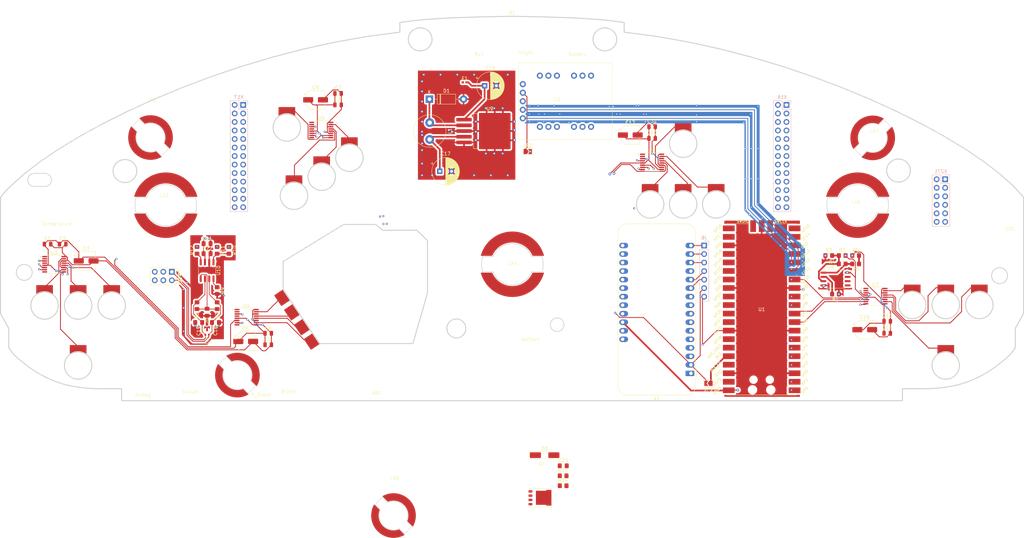
<source format=kicad_pcb>
(kicad_pcb (version 20240108) (generator "pcbnew") (generator_version "8.0")
  (title_block (title "Cluster Backplane") (date "2024-05-28") (rev "V0.1") (company "vanstraatenelectric"))
  (layers (0 "F.Cu" signal) (1 "In1.Cu" signal) (2 "In2.Cu" signal) (31 "B.Cu" signal) (34 "B.Paste" user) (35 "F.Paste" user) (36 "B.SilkS" user "B.Silkscreen") (37 "F.SilkS" user "F.Silkscreen") (38 "B.Mask" user) (39 "F.Mask" user) (44 "Edge.Cuts" user))
  (net 0 "")
  (net 1 "+3V3")
  (net 2 "DysplayCS")
  (net 3 "+5V")
  (net 4 "Net-(LA1--)")
  (net 5 "M_Switch")
  (net 6 "MOSI")
  (net 8 "SCK")
  (net 10 "DC")
  (net 12 "POT")
  (net 14 "RES")
  (net 15 "16-4-TurnL_L")
  (net 17 "UART_B")
  (net 18 "GND")
  (net 22 "RUNING")
  (net 24 "DOOR")
  (net 25 "UART_A")
  (net 26 "MISO")
  (net 28 "SpeedPulse")
  (net 29 "/GaugeDriver/Fuel Gauge/Cos_A")
  (net 30 "/GaugeDriver/Fuel Gauge/Sin_B")
  (net 31 "/GaugeDriver/Tachometer/Cos_A")
  (net 32 "/GaugeDriver/Speedometer/Sin_B")
  (net 33 "/GaugeDriver/Temperature Gauge/Sin_B")
  (net 34 "/GaugeDriver/Tachometer/Cos_B")
  (net 35 "/GaugeDriver/Tachometer/Sin_A")
  (net 36 "/GaugeDriver/Power Gauge/Cos_A")
  (net 37 "/GaugeDriver/Power Gauge/Sin_A")
  (net 38 "/GaugeDriver/Temperature Gauge/Sin_A")
  (net 39 "/GaugeDriver/Speedometer/Cos_B")
  (net 40 "/GaugeDriver/Temperature Gauge/Cos_B")
  (net 41 "/GaugeDriver/Power Gauge/Cos_B")
  (net 42 "/GaugeDriver/Fuel Gauge/Sin_A")
  (net 43 "/GaugeDriver/Speedometer/Cos_A")
  (net 44 "/GaugeDriver/Speedometer/Sin_A")
  (net 45 "/GaugeDriver/Tachometer/Sin_B")
  (net 46 "/GaugeDriver/Power Gauge/Sin_B")
  (net 47 "/GaugeDriver/Fuel Gauge/Cos_B")
  (net 48 "/GaugeDriver/Temperature Gauge/Cos_A")
  (net 49 "Net-(U9-VIN)")
  (net 50 "Net-(D1-K)")
  (net 51 "+12V")
  (net 52 "Net-(JP1-A)")
  (net 53 "16-3-TurnR_L")
  (net 54 "16-2-Back_L")
  (net 55 "16-14-SRS_L")
  (net 56 "16-15-Hot_In_Accy_Run_And_Start")
  (net 57 "Diff-")
  (net 58 "Diff+")
  (net 64 "Net-(U8A-+)")
  (net 65 "Net-(R4-Pad2)")
  (net 67 "PWM_DATA")
  (net 69 "FUL_PHA")
  (net 74 "FUL_PHB")
  (net 75 "SPD_PHA")
  (net 80 "SPD_PHB")
  (net 81 "{slash}STBY")
  (net 82 "PWR_PHB")
  (net 83 "TMP_PHA")
  (net 84 "PWM_CLK")
  (net 86 "PWR_PHA")
  (net 87 "TMP_PHB")
  (net 90 "TAC_PHB")
  (net 92 "TAC_PHA")
  (net 96 "PWR_ENB")
  (net 97 "FUL_ENB")
  (net 98 "FUL_ENA")
  (net 101 "PWR_ENA")
  (net 102 "TMP_ENB")
  (net 103 "SPD_ENA")
  (net 104 "SPD_ENB")
  (net 105 "TMP_ENA")
  (net 106 "TAC_ENA")
  (net 107 "TAC_ENB")
  (net 108 "Net-(JP2-A)")
  (net 109 "CAN_H")
  (net 110 "CAN_L")
  (net 111 "Net-(U10-Vref)")
  (net 112 "Net-(U10-Rs)")
  (net 113 "Net-(U10-D)")
  (net 114 "CAN_TX")
  (net 115 "CAN_RX")
  (net 116 "Net-(U10-R)")
  (net 117 "BrakeLT_IN")
  (net 118 "Door_SW")
  (net 120 "BrakeLT_OUT")
  (net 123 "16-18-BrakeF_L")
  (net 124 "16-19-BrakeW_L")
  (net 125 "16-17-HandB_L")
  (net 127 "16-23-Hot_In_Run_And_Start")
  (net 133 "16-1-Head_L")
  (net 136 "17-5-Ignition_SW")
  (net 146 "17-8-Fog_L")
  (net 170 "3V3_Signal-To-uC")
  (net 171 "12V_Signal-In")
  (net 172 "3V3_Logic-from-uC")
  (net 173 "12V_Low-Swid-Switched")
  (footprint "Capacitor_SMD:C_0805_2012Metric" (layer "F.Cu") (at 133.7 120.5)
    (property "Reference" "C5")
    (property "Value" "0.1uF")
  )
  (footprint "Capacitor_SMD:C_0805_2012Metric_Pad1.18x1.45mm_HandSolder" (layer "F.Cu") (at 115.5 90.35)
    (property "Reference" "C21")
    (property "Value" "0.1uF")
  )
  (footprint "Capacitor_SMD:C_0805_2012Metric" (layer "F.Cu") (at 72.5 90.5)
    (property "Reference" "C2")
    (property "Value" "0.1uF")
  )
  (footprint "Library:Smallight" (layer "F.Cu") (at 171.340683 160.715548)
    (property "Reference" "LA6")
    (property "Value" "SRS_Light")
    (fp_poly (pts (xy -2.009186 6.813919) (xy -1.909998 6.772183) (xy -1.80989 6.733042) (xy -1.708914 6.696506) (xy -1.60712 6.662587) (xy -1.504559 6.631295) (xy -1.401283 6.602641) (xy -1.297341 6.576635) (xy -1.192785 6.553289) (xy -1.087666 6.532614) (xy -0.982035 6.514619) (xy -0.875943 6.499316) (xy -0.769441 6.486715) (xy -0.662579 6.476828) (xy -0.555409 6.469665) (xy -0.447981 6.465237) (xy -0.340347 6.463554) (xy -0.123942 6.469049) (xy 0.089622 6.48531) (xy 0.30008 6.512073) (xy 0.507169 6.549075) (xy 0.710623 6.596051) (xy 0.910179 6.652736) (xy 1.105573 6.718867) (xy 1.296539 6.79418) (xy 1.482816 6.878409) (xy 1.664137 6.971291) (xy 1.840238 7.072561) (xy 2.010857 7.181955) (xy 2.175728 7.29921) (xy 2.334587 7.42406) (xy 2.48717 7.556242) (xy 2.633213 7.695491) (xy 2.772452 7.841543) (xy 2.904622 7.994133) (xy 3.02946 8.152998) (xy 3.1467 8.317873) (xy 3.25608 8.488495) (xy 3.357334 8.664597) (xy 3.450199 8.845918) (xy 3.534411 9.032191) (xy 3.609704 9.223154) (xy 3.675816 9.418541) (xy 3.732481 9.618088) (xy 3.779436 9.821532) (xy 3.816416 10.028607) (xy 3.843158 10.239051) (xy 3.859397 10.452598) (xy 3.864868 10.668983) (xy 3.863172 10.776548) (xy 3.858733 10.883911) (xy 3.85156 10.991021) (xy 3.841665 11.097826) (xy 3.829059 11.204276) (xy 3.813752 11.310319) (xy 3.795755 11.415904) (xy 3.775078 11.520979) (xy 3.751733 11.625494) (xy 3.72573 11.729397) (xy 3.697079 11.832636) (xy 3.665793 11.935162) (xy 3.63188 12.036922) (xy 3.595353 12.137866) (xy 3.556221 12.237941) (xy 3.514496 12.337097) (xy 5.031723 13.854317) (xy 4.928981 14.021434) (xy 4.821242 14.184969) (xy 4.708608 14.344821) (xy 4.591178 14.500888) (xy 4.469055 14.65307) (xy 4.342339 14.801267) (xy 4.211132 14.945376) (xy 4.075533 15.085297) (xy 3.935645 15.220929) (xy 3.791567 15.352171) (xy 3.643402 15.478922) (xy 3.491249 15.601081) (xy 3.33521 15.718547) (xy 3.175387 15.831219) (xy 3.011879 15.938997) (xy 2.844788 16.041779) (xy 1.327561 14.524048) (xy 1.22841 14.565805) (xy 1.128339 14.604968) (xy 1.027401 14.641528) (xy 0.925646 14.675472) (xy 0.823127 14.706792) (xy 0.719895 14.735474) (xy 0.616002 14.76151) (xy 0.5115 14.784887) (xy 0.406439 14.805596) (xy 0.300873 14.823625) (xy 0.194853 14.838964) (xy 0.088429 14.851601) (xy -0.018345 14.861527) (xy -0.125418 14.86873) (xy -0.232739 14.873199) (xy -0.340256 14.874924) (xy -0.548821 14.869783) (xy -0.755973 14.854397) (xy -0.961366 14.828911) (xy -1.164654 14.793466) (xy -1.365494 14.748205) (xy -1.563541 14.693271) (xy -1.758448 14.628806) (xy -1.949873 14.554954) (xy -2.137469 14.471858) (xy -2.320892 14.37966) (xy -2.499797 14.278502) (xy -2.67384 14.168529) (xy -2.842674 14.049881) (xy -3.005956 13.922703) (xy -3.163341 13.787137) (xy -3.314484 13.643326) (xy -3.458315 13.492203) (xy -3.593903 13.334836) (xy -3.721104 13.171571) (xy -3.839774 13.00275) (xy -3.949772 12.828719) (xy -4.050955 12.649822) (xy -4.143178 12.466403) (xy -4.226301 12.278807) (xy -4.30018 12.087378) (xy -4.364671 11.89246) (xy -4.419633 11.694399) (xy -4.464922 11.493537) (xy -4.500395 11.290221) (xy -4.52591 11.084793) (xy -4.541324 10.877599) (xy -4.546493 10.668983) (xy -4.544769 10.561413) (xy -4.540299 10.454046) (xy -4.533097 10.346932) (xy -4.523171 10.240123) (xy -4.510534 10.133671) (xy -4.495195 10.027626) (xy -4.477166 9.922041) (xy -4.456457 9.816965) (xy -4.43308 9.712451) (xy -4.407044 9.608549) (xy -4.378361 9.505311) (xy -4.347042 9.402788) (xy -4.313097 9.301031) (xy -4.276538 9.200091) (xy -4.237374 9.100021) (xy -4.195618 9.00087) (xy -5.713364 7.48365) (xy -5.610608 7.316569) (xy -5.502858 7.153069) (xy -5.390214 6.993252) (xy -5.272778 6.83722) (xy -5.150649 6.685072) (xy -5.023929 6.53691) (xy -4.892719 6.392834) (xy -4.75712 6.252946) (xy -4.617232 6.117346) (xy -4.473157 5.986136) (xy -4.324994 5.859415) (xy -4.172846 5.737286) (xy -4.016813 5.619849) (xy -3.856996 5.507205) (xy -3.693496 5.399455) (xy -3.526413 5.296699)) (stroke (width 0.123999) (color 255 0 255 1)) (fill none) (layer "Edge.Cuts"))
  )
  (footprint "Capacitor_SMD:CP_Elec_5x5.4" (layer "F.Cu") (at 311.3 116)
    (property "Reference" "C15")
    (property "Value" "10uF")
  )
  (footprint "Diode_THT:D_DO-41_SOD81_P10.16mm_Horizontal" (layer "F.Cu") (at 181.695 47.3)
    (property "Reference" "D1")
    (property "Value" "1N5819")
  )
  (footprint "Library:Smallight" (layer "F.Cu") (at 99 48.069)
    (property "Reference" "LA2")
    (property "Value" "Indicator_R")
    (fp_poly (pts (xy -2.009186 6.813919) (xy -1.909998 6.772183) (xy -1.80989 6.733042) (xy -1.708914 6.696506) (xy -1.60712 6.662587) (xy -1.504559 6.631295) (xy -1.401283 6.602641) (xy -1.297341 6.576635) (xy -1.192785 6.553289) (xy -1.087666 6.532614) (xy -0.982035 6.514619) (xy -0.875943 6.499316) (xy -0.769441 6.486715) (xy -0.662579 6.476828) (xy -0.555409 6.469665) (xy -0.447981 6.465237) (xy -0.340347 6.463554) (xy -0.123942 6.469049) (xy 0.089622 6.48531) (xy 0.30008 6.512073) (xy 0.507169 6.549075) (xy 0.710623 6.596051) (xy 0.910179 6.652736) (xy 1.105573 6.718867) (xy 1.296539 6.79418) (xy 1.482816 6.878409) (xy 1.664137 6.971291) (xy 1.840238 7.072561) (xy 2.010857 7.181955) (xy 2.175728 7.29921) (xy 2.334587 7.42406) (xy 2.48717 7.556242) (xy 2.633213 7.695491) (xy 2.772452 7.841543) (xy 2.904622 7.994133) (xy 3.02946 8.152998) (xy 3.1467 8.317873) (xy 3.25608 8.488495) (xy 3.357334 8.664597) (xy 3.450199 8.845918) (xy 3.534411 9.032191) (xy 3.609704 9.223154) (xy 3.675816 9.418541) (xy 3.732481 9.618088) (xy 3.779436 9.821532) (xy 3.816416 10.028607) (xy 3.843158 10.239051) (xy 3.859397 10.452598) (xy 3.864868 10.668983) (xy 3.863172 10.776548) (xy 3.858733 10.883911) (xy 3.85156 10.991021) (xy 3.841665 11.097826) (xy 3.829059 11.204276) (xy 3.813752 11.310319) (xy 3.795755 11.415904) (xy 3.775078 11.520979) (xy 3.751733 11.625494) (xy 3.72573 11.729397) (xy 3.697079 11.832636) (xy 3.665793 11.935162) (xy 3.63188 12.036922) (xy 3.595353 12.137866) (xy 3.556221 12.237941) (xy 3.514496 12.337097) (xy 5.031723 13.854317) (xy 4.928981 14.021434) (xy 4.821242 14.184969) (xy 4.708608 14.344821) (xy 4.591178 14.500888) (xy 4.469055 14.65307) (xy 4.342339 14.801267) (xy 4.211132 14.945376) (xy 4.075533 15.085297) (xy 3.935645 15.220929) (xy 3.791567 15.352171) (xy 3.643402 15.478922) (xy 3.491249 15.601081) (xy 3.33521 15.718547) (xy 3.175387 15.831219) (xy 3.011879 15.938997) (xy 2.844788 16.041779) (xy 1.327561 14.524048) (xy 1.22841 14.565805) (xy 1.128339 14.604968) (xy 1.027401 14.641528) (xy 0.925646 14.675472) (xy 0.823127 14.706792) (xy 0.719895 14.735474) (xy 0.616002 14.76151) (xy 0.5115 14.784887) (xy 0.406439 14.805596) (xy 0.300873 14.823625) (xy 0.194853 14.838964) (xy 0.088429 14.851601) (xy -0.018345 14.861527) (xy -0.125418 14.86873) (xy -0.232739 14.873199) (xy -0.340256 14.874924) (xy -0.548821 14.869783) (xy -0.755973 14.854397) (xy -0.961366 14.828911) (xy -1.164654 14.793466) (xy -1.365494 14.748205) (xy -1.563541 14.693271) (xy -1.758448 14.628806) (xy -1.949873 14.554954) (xy -2.137469 14.471858) (xy -2.320892 14.37966) (xy -2.499797 14.278502) (xy -2.67384 14.168529) (xy -2.842674 14.049881) (xy -3.005956 13.922703) (xy -3.163341 13.787137) (xy -3.314484 13.643326) (xy -3.458315 13.492203) (xy -3.593903 13.334836) (xy -3.721104 13.171571) (xy -3.839774 13.00275) (xy -3.949772 12.828719) (xy -4.050955 12.649822) (xy -4.143178 12.466403) (xy -4.226301 12.278807) (xy -4.30018 12.087378) (xy -4.364671 11.89246) (xy -4.419633 11.694399) (xy -4.464922 11.493537) (xy -4.500395 11.290221) (xy -4.52591 11.084793) (xy -4.541324 10.877599) (xy -4.546493 10.668983) (xy -4.544769 10.561413) (xy -4.540299 10.454046) (xy -4.533097 10.346932) (xy -4.523171 10.240123) (xy -4.510534 10.133671) (xy -4.495195 10.027626) (xy -4.477166 9.922041) (xy -4.456457 9.816965) (xy -4.43308 9.712451) (xy -4.407044 9.608549) (xy -4.378361 9.505311) (xy -4.347042 9.402788) (xy -4.313097 9.301031) (xy -4.276538 9.200091) (xy -4.237374 9.100021) (xy -4.195618 9.00087) (xy -5.713364 7.48365) (xy -5.610608 7.316569) (xy -5.502858 7.153069) (xy -5.390214 6.993252) (xy -5.272778 6.83722) (xy -5.150649 6.685072) (xy -5.023929 6.53691) (xy -4.892719 6.392834) (xy -4.75712 6.252946) (xy -4.617232 6.117346) (xy -4.473157 5.986136) (xy -4.324994 5.859415) (xy -4.172846 5.737286) (xy -4.016813 5.619849) (xy -3.856996 5.507205) (xy -3.693496 5.399455) (xy -3.526413 5.296699)) (stroke (width 0.123999) (color 255 0 255 1)) (fill none) (layer "Edge.Cuts"))
  )
  (footprint "Capacitor_SMD:CP_Elec_5x5.4" (layer "F.Cu") (at 241.5 58)
    (property "Reference" "C12")
    (property "Value" "10uF")
  )
  (footprint "Inductor_THT:L_Radial_D9.5mm_P5.00mm_Fastron_07HVP" (layer "F.Cu") (at 181.775 54.3 -90)
    (property "Reference" "L1")
    (property "Value" "330uH")
  )
  (footprint "Jumper:SolderJumper-2_P1.3mm_Open_TrianglePad1.0x1.5mm" (layer "F.Cu") (at 264.775 132 180)
    (property "Reference" "JP1")
    (property "Value" "SolderJumper_2_Open")
  )
  (footprint "Package_SO:SSOP-8_5.25x5.24mm_P1.27mm" (layer "F.Cu") (at 302.595 100.905)
    (property "Reference" "U8")
    (property "Value" "LM358")
  )
  (footprint "Capacitor_SMD:CP_Elec_5x5.4" (layer "F.Cu") (at 147.8 47.5)
    (property "Reference" "C9")
    (property "Value" "10uF")
  )
  (footprint "Package_SO:TSSOP-16_4.4x5mm_P0.65mm" (layer "F.Cu") (at 248 66)
    (property "Reference" "U6")
    (property "Value" "TC78H621FNG")
  )
  (footprint "Resistor_SMD:R_0805_2012Metric_Pad1.20x1.40mm_HandSolder" (layer "F.Cu") (at 302.595 105.405 180)
    (property "Reference" "R1")
    (property "Value" "10K")
  )
  (footprint "Library:Biglight" (layer "F.Cu") (at 103.2 63.9)
    (property "Reference" "LA3")
    (property "Value" "BACKLIGHT1")
    (fp_poly (pts (xy 0.29623 8.838058) (xy 0.591597 8.859239) (xy 0.885866 8.894534) (xy 1.17849 8.943942) (xy 1.468919 9.007465) (xy 1.756607 9.085101) (xy 2.041004 9.176851) (xy 2.321563 9.282714) (xy 2.597736 9.402691) (xy 2.868974 9.536781) (xy 3.13473 9.684985) (xy 3.394455 9.847302) (xy 3.647601 10.023733) (xy 3.89362 10.214276) (xy 4.131963 10.418933) (xy 4.362084 10.637703) (xy 4.471896 10.751034) (xy 4.578653 10.867002) (xy 4.682312 10.985541) (xy 4.782833 11.106589) (xy 4.880172 11.230079) (xy 4.974288 11.35595) (xy 5.065139 11.484135) (xy 5.152682 11.61457) (xy 5.236876 11.747193) (xy 5.317679 11.881938) (xy 5.395048 12.01874) (xy 5.468942 12.157537) (xy 5.539318 12.298263) (xy 5.606134 12.440854) (xy 5.669349 12.585247) (xy 5.728921 12.731376) (xy 8.876382 12.731376) (xy 8.943155 13.011287) (xy 9.001029 13.292665) (xy 9.050005 13.5753) (xy 9.090083 13.858983) (xy 9.121262 14.143505) (xy 9.143542 14.428657) (xy 9.156925 14.714228) (xy 9.161408 15.000009) (xy 9.156993 15.285792) (xy 9.14368 15.571366) (xy 9.121468 15.856522) (xy 9.090357 16.14105) (xy 9.050349 16.424741) (xy 9.001441 16.707386) (xy 8.943635 16.988776) (xy 8.876931 17.2687) (xy 5.728921 17.268181) (xy 5.669389 17.414337) (xy 5.606214 17.558756) (xy 5.539438 17.701375) (xy 5.469103 17.842129) (xy 5.395252 17.980952) (xy 5.317926 18.11778) (xy 5.237169 18.252548) (xy 5.153023 18.385191) (xy 5.065531 18.515644) (xy 4.974734 18.643844) (xy 4.880675 18.769724) (xy 4.783397 18.89322) (xy 4.682942 19.014267) (xy 4.579352 19.132801) (xy 4.47267 19.248756) (xy 4.362939 19.362068) (xy 4.141271 19.573069) (xy 3.910444 19.771977) (xy 3.670965 19.958583) (xy 3.423338 20.132677) (xy 3.16807 20.29405) (xy 2.905666 20.442492) (xy 2.636633 20.577794) (xy 2.361476 20.699745) (xy 2.0807 20.808136) (xy 1.794812 20.902758) (xy 1.504318 20.983401) (xy 1.209723 21.049856) (xy 0.911533 21.101912) (xy 0.610254 21.13936) (xy 0.306391 21.16199) (xy 0.000451 21.169594) (xy -0.30549 21.162033) (xy -0.609356 21.139445) (xy -0.910641 21.102038) (xy -1.20884 21.050021) (xy -1.503448 20.983604) (xy -1.793959 20.902996) (xy -2.079868 20.808405) (xy -2.360669 20.700041) (xy -2.635858 20.578112) (xy -2.904929 20.442828) (xy -3.167376 20.294399) (xy -3.422694 20.133031) (xy -3.670378 19.958936) (xy -3.909922 19.772322) (xy -4.140822 19.573398) (xy -4.362571 19.362373) (xy -4.472359 19.249007) (xy -4.57909 19.133005) (xy -4.682723 19.014431) (xy -4.783215 18.893348) (xy -4.880524 18.769823) (xy -4.974609 18.643918) (xy -5.065427 18.515699) (xy -5.152936 18.385229) (xy -5.237095 18.252573) (xy -5.317862 18.117796) (xy -5.395195 17.980961) (xy -5.469051 17.842134) (xy -5.539389 17.701377) (xy -5.606167 17.558757) (xy -5.669342 17.414337) (xy -5.728874 17.268181) (xy -8.876884 17.26873) (xy -8.943606 16.988841) (xy -9.001433 16.707487) (xy -9.050363 16.424877) (xy -9.090396 16.141221) (xy -9.121533 15.856729) (xy -9.143774 15.571608) (xy -9.157119 15.286069) (xy -9.161567 15.00032) (xy -9.157119 14.714572) (xy -9.143774 14.429033) (xy -9.121533 14.143912) (xy -9.090396 13.859419) (xy -9.050363 13.575763) (xy -9.001433 13.293154) (xy -8.943606 13.0118) (xy -8.876884 12.731911) (xy -5.729408 12.731895) (xy -5.669816 12.585723) (xy -5.606579 12.441289) (xy -5.539738 12.298657) (xy -5.469335 12.15789) (xy -5.395413 12.019052) (xy -5.318011 11.882208) (xy -5.237172 11.747422) (xy -5.152938 11.614757) (xy -5.06535 11.484278) (xy -4.97445 11.356048) (xy -4.880279 11.230132) (xy -4.78288 11.106592) (xy -4.682293 10.985495) (xy -4.57856 10.866902) (xy -4.471723 10.750879) (xy -4.361823 10.637489) (xy -4.131658 10.418722) (xy -3.893273 10.21407) (xy -3.647216 10.023533) (xy -3.394034 9.847111) (xy -3.134276 9.684804) (xy -2.868491 9.536612) (xy -2.597225 9.402534) (xy -2.321028 9.282571) (xy -2.040447 9.176723) (xy -1.756031 9.08499) (xy -1.468328 9.007371) (xy -1.177886 8.943866) (xy -0.885252 8.894476) (xy -0.590976 8.859201) (xy -0.295604 8.838039) (xy 0.000313 8.830992)) (stroke (width 0.181894) (color 255 0 255 1)) (fill none) (layer "Edge.Cuts"))
  )
  (footprint "Jumper:SolderJumper-2_P1.3mm_Open_TrianglePad1.0x1.5mm" (layer "F.Cu") (at 210.975 62.92)
    (property "Reference" "JP2")
    (property "Value" "SolderJumper_2_Open")
  )
  (footprint "MCU_RaspberryPi_and_Boards:RPi_Pico_SMD_TH" (layer "F.Cu") (at 280.61 109.93 180)
    (property "Reference" "U1")
    (property "Value" "Pico")
  )
  (footprint "Capacitor_SMD:C_0805_2012Metric_Pad1.18x1.45mm_HandSolder" (layer "F.Cu") (at 118 113.85)
    (property "Reference" "C18")
    (property "Value" "0.1uF")
  )
  (footprint "Resistor_SMD:R_0805_2012Metric_Pad1.20x1.40mm_HandSolder" (layer "F.Cu") (at 304.595 96.405)
    (property "Reference" "R4")
    (property "Value" "10K")
  )
  (footprint "Resistor_SMD:R_0805_2012Metric_Pad1.20x1.40mm_HandSolder" (layer "F.Cu") (at 118.5 108.85 90)
    (property "Reference" "R7")
    (property "Value" "60K")
  )
  (footprint "Capacitor_SMD:C_0805_2012Metric" (layer "F.Cu") (at 318 113.5)
    (property "Reference" "C13")
    (property "Value" "0.1uF")
  )
  (footprint "Capacitor_SMD:C_0805_2012Metric" (layer "F.Cu") (at 154.5 49)
    (property "Reference" "C8")
    (property "Value" "0.1uF")
  )
  (footprint "Capacitor_SMD:C_0805_2012Metric" (layer "F.Cu") (at 248 59)
    (property "Reference" "C10")
    (property "Value" "0.1uF")
  )
  (footprint "Capacitor_SMD:C_0805_2012Metric" (layer "F.Cu") (at 68 90.5)
    (property "Reference" "C1")
    (property "Value" "0.1uF")
  )
  (footprint "Connector_PinHeader_2.54mm:PinHeader_2x03_P2.54mm_Vertical" (layer "F.Cu") (at 105 98.75 -90)
    (property "Reference" "J1")
    (property "Value" "Conn_01x06_Socket")
  )
  (footprint "Capacitor_THT:CP_Radial_D8.0mm_P3.50mm" (layer "F.Cu") (at 184.775 68.8)
    (property "Reference" "C17")
    (property "Value" "330uF/16V")
  )
  (footprint "Package_SO:TSSOP-16_4.4x5mm_P0.65mm" (layer "F.Cu") (at 127.275 112.28)
    (property "Reference" "U4")
    (property "Value" "TC78H621FNG")
  )
  (footprint "Resistor_SMD:R_0805_2012Metric_Pad1.20x1.40mm_HandSolder" (layer "F.Cu") (at 118.5 92.35 -90)
    (property "Reference" "R11")
    (property "Value" "0R")
  )
  (footprint "Package_TO_SOT_SMD:SOT-416" (layer "F.Cu") (at 115.5 116.85 90)
    (property "Reference" "D2")
    (property "Value" "RCLAMP0502B")
  )
  (footprint "Capacitor_THT:CP_Radial_D8.0mm_P3.50mm" (layer "F.Cu") (at 198.122349 43.3)
    (property "Reference" "C16")
    (property "Value" "100uF/50V")
  )
  (footprint "Package_SO:TSSOP-16_4.4x5mm_P0.65mm" (layer "F.Cu") (at 149.5 56.5)
    (property "Reference" "U5")
    (property "Value" "TC78H621FNG")
  )
  (footprint "Resistor_SMD:R_0805_2012Metric_Pad1.20x1.40mm_HandSolder" (layer "F.Cu") (at 118.5 104.35 -90)
    (property "Reference" "R9")
    (property "Value" "0R")
  )
  (footprint "Capacitor_SMD:C_0805_2012Metric_Pad1.18x1.45mm_HandSolder" (layer "F.Cu") (at 113 113.85 180)
    (property "Reference" "C19")
    (property "Value" "0.1uF")
  )
  (footprint "Library:Adafruit TLC59711" (layer "F.Cu") (at 219.66 47.92)
    (property "Reference" "U2")
    (property "Value" "TLC59711 dev board")
  )
  (footprint "Package_SO:TSSOP-16_4.4x5mm_P0.65mm" (layer "F.Cu") (at 70 96.5)
    (property "Reference" "U3")
    (property "Value" "TC78H621FNG")
  )
  (footprint "Resistor_SMD:R_0805_2012Metric_Pad1.20x1.40mm_HandSolder" (layer "F.Cu") (at 112.5 92.35 -90)
    (property "Reference" "R12")
    (property "Value" "0R")
  )
  (footprint "Module:Adafruit_Feather" (layer "F.Cu") (at 259.5525 129.02 180)
    (property "Reference" "A1")
    (property "Value" "Adafruit_Feather_HUZZAH32_ESP32")
  )
  (footprint "Resistor_SMD:R_0805_2012Metric_Pad1.20x1.40mm_HandSolder" (layer "F.Cu") (at 122 92.35 -90)
    (property "Reference" "R10")
    (property "Value" "1K")
  )
  (footprint "Resistor_SMD:R_0805_2012Metric_Pad1.20x1.40mm_HandSolder" (layer "F.Cu") (at 221.5 159.55)
    (property "Reference" "R13")
    (property "Value" "10K")
  )
  (footprint "Capacitor_SMD:C_0805_2012Metric" (layer "F.Cu") (at 318 117.09)
    (property "Reference" "C14")
    (property "Value" "0.1uF")
  )
  (footprint "Library:Smallight" (layer "F.Cu") (at 303 58.5 90)
    (property "Reference" "LA1")
    (property "Value" "Indicator_L")
    (fp_poly (pts (xy -2.009186 6.813919) (xy -1.909998 6.772183) (xy -1.80989 6.733042) (xy -1.708914 6.696506) (xy -1.60712 6.662587) (xy -1.504559 6.631295) (xy -1.401283 6.602641) (xy -1.297341 6.576635) (xy -1.192785 6.553289) (xy -1.087666 6.532614) (xy -0.982035 6.514619) (xy -0.875943 6.499316) (xy -0.769441 6.486715) (xy -0.662579 6.476828) (xy -0.555409 6.469665) (xy -0.447981 6.465237) (xy -0.340347 6.463554) (xy -0.123942 6.469049) (xy 0.089622 6.48531) (xy 0.30008 6.512073) (xy 0.507169 6.549075) (xy 0.710623 6.596051) (xy 0.910179 6.652736) (xy 1.105573 6.718867) (xy 1.296539 6.79418) (xy 1.482816 6.878409) (xy 1.664137 6.971291) (xy 1.840238 7.072561) (xy 2.010857 7.181955) (xy 2.175728 7.29921) (xy 2.334587 7.42406) (xy 2.48717 7.556242) (xy 2.633213 7.695491) (xy 2.772452 7.841543) (xy 2.904622 7.994133) (xy 3.02946 8.152998) (xy 3.1467 8.317873) (xy 3.25608 8.488495) (xy 3.357334 8.664597) (xy 3.450199 8.845918) (xy 3.534411 9.032191) (xy 3.609704 9.223154) (xy 3.675816 9.418541) (xy 3.732481 9.618088) (xy 3.779436 9.821532) (xy 3.816416 10.028607) (xy 3.843158 10.239051) (xy 3.859397 10.452598) (xy 3.864868 10.668983) (xy 3.863172 10.776548) (xy 3.858733 10.883911) (xy 3.85156 10.991021) (xy 3.841665 11.097826) (xy 3.829059 11.204276) (xy 3.813752 11.310319) (xy 3.795755 11.415904) (xy 3.775078 11.520979) (xy 3.751733 11.625494) (xy 3.72573 11.729397) (xy 3.697079 11.832636) (xy 3.665793 11.935162) (xy 3.63188 12.036922) (xy 3.595353 12.137866) (xy 3.556221 12.237941) (xy 3.514496 12.337097) (xy 5.031723 13.854317) (xy 4.928981 14.021434) (xy 4.821242 14.184969) (xy 4.708608 14.344821) (xy 4.591178 14.500888) (xy 4.469055 14.65307) (xy 4.342339 14.801267) (xy 4.211132 14.945376) (xy 4.075533 15.085297) (xy 3.935645 15.220929) (xy 3.791567 15.352171) (xy 3.643402 15.478922) (xy 3.491249 15.601081) (xy 3.33521 15.718547) (xy 3.175387 15.831219) (xy 3.011879 15.938997) (xy 2.844788 16.041779) (xy 1.327561 14.524048) (xy 1.22841 14.565805) (xy 1.128339 14.604968) (xy 1.027401 14.641528) (xy 0.925646 14.675472) (xy 0.823127 14.706792) (xy 0.719895 14.735474) (xy 0.616002 14.76151) (xy 0.5115 14.784887) (xy 0.406439 14.805596) (xy 0.300873 14.823625) (xy 0.194853 14.838964) (xy 0.088429 14.851601) (xy -0.018345 14.861527) (xy -0.125418 14.86873) (xy -0.232739 14.873199) (xy -0.340256 14.874924) (xy -0.548821 14.869783) (xy -0.755973 14.854397) (xy -0.961366 14.828911) (xy -1.164654 14.793466) (xy -1.365494 14.748205) (xy -1.563541 14.693271) (xy -1.758448 14.628806) (xy -1.949873 14.554954) (xy -2.137469 14.471858) (xy -2.320892 14.37966) (xy -2.499797 14.278502) (xy -2.67384 14.168529) (xy -2.842674 14.049881) (xy -3.005956 13.922703) (xy -3.163341 13.787137) (xy -3.314484 13.643326) (xy -3.458315 13.492203) (xy -3.593903 13.334836) (xy -3.721104 13.171571) (xy -3.839774 13.00275) (xy -3.949772 12.828719) (xy -4.050955 12.649822) (xy -4.143178 12.466403) (xy -4.226301 12.278807) (xy -4.30018 12.087378) (xy -4.364671 11.89246) (xy -4.419633 11.694399) (xy -4.464922 11.493537) (xy -4.500395 11.290221) (xy -4.52591 11.084793) (xy -4.541324 10.877599) (xy -4.546493 10.668983) (xy -4.544769 10.561413) (xy -4.540299 10.454046) (xy -4.533097 10.346932) (xy -4.523171 10.240123) (xy -4.510534 10.133671) (xy -4.495195 10.027626) (xy -4.477166 9.922041) (xy -4.456457 9.816965) (xy -4.43308 9.712451) (xy -4.407044 9.608549) (xy -4.378361 9.505311) (xy -4.347042 9.402788) (xy -4.313097 9.301031) (xy -4.276538 9.200091) (xy -4.237374 9.100021) (xy -4.195618 9.00087) (xy -5.713364 7.48365) (xy -5.610608 7.316569) (xy -5.502858 7.153069) (xy -5.390214 6.993252) (xy -5.272778 6.83722) (xy -5.150649 6.685072) (xy -5.023929 6.53691) (xy -4.892719 6.392834) (xy -4.75712 6.252946) (xy -4.617232 6.117346) (xy -4.473157 5.986136) (xy -4.324994 5.859415) (xy -4.172846 5.737286) (xy -4.016813 5.619849) (xy -3.856996 5.507205) (xy -3.693496 5.399455) (xy -3.526413 5.296699)) (stroke (width 0.123999) (color 255 0 255 1)) (fill none) (layer "Edge.Cuts"))
  )
  (footprint "Package_TO_SOT_SMD:TO-263-5_TabPin3" (layer "F.Cu") (at 199.65 56.8)
    (property "Reference" "U9")
    (property "Value" "LM2575-5.0BU")
  )
  (footprint "Library:Biglight" (layer "F.Cu") (at 206.4 81.5)
    (property "Reference" "LA4")
    (property "Value" "BACKLIGHT2")
    (fp_poly (pts (xy 0.29623 8.838058) (xy 0.591597 8.859239) (xy 0.885866 8.894534) (xy 1.17849 8.943942) (xy 1.468919 9.007465) (xy 1.756607 9.085101) (xy 2.041004 9.176851) (xy 2.321563 9.282714) (xy 2.597736 9.402691) (xy 2.868974 9.536781) (xy 3.13473 9.684985) (xy 3.394455 9.847302) (xy 3.647601 10.023733) (xy 3.89362 10.214276) (xy 4.131963 10.418933) (xy 4.362084 10.637703) (xy 4.471896 10.751034) (xy 4.578653 10.867002) (xy 4.682312 10.985541) (xy 4.782833 11.106589) (xy 4.880172 11.230079) (xy 4.974288 11.35595) (xy 5.065139 11.484135) (xy 5.152682 11.61457) (xy 5.236876 11.747193) (xy 5.317679 11.881938) (xy 5.395048 12.01874) (xy 5.468942 12.157537) (xy 5.539318 12.298263) (xy 5.606134 12.440854) (xy 5.669349 12.585247) (xy 5.728921 12.731376) (xy 8.876382 12.731376) (xy 8.943155 13.011287) (xy 9.001029 13.292665) (xy 9.050005 13.5753) (xy 9.090083 13.858983) (xy 9.121262 14.143505) (xy 9.143542 14.428657) (xy 9.156925 14.714228) (xy 9.161408 15.000009) (xy 9.156993 15.285792) (xy 9.14368 15.571366) (xy 9.121468 15.856522) (xy 9.090357 16.14105) (xy 9.050349 16.424741) (xy 9.001441 16.707386) (xy 8.943635 16.988776) (xy 8.876931 17.2687) (xy 5.728921 17.268181) (xy 5.669389 17.414337) (xy 5.606214 17.558756) (xy 5.539438 17.701375) (xy 5.469103 17.842129) (xy 5.395252 17.980952) (xy 5.317926 18.11778) (xy 5.237169 18.252548) (xy 5.153023 18.385191) (xy 5.065531 18.515644) (xy 4.974734 18.643844) (xy 4.880675 18.769724) (xy 4.783397 18.89322) (xy 4.682942 19.014267) (xy 4.579352 19.132801) (xy 4.47267 19.248756) (xy 4.362939 19.362068) (xy 4.141271 19.573069) (xy 3.910444 19.771977) (xy 3.670965 19.958583) (xy 3.423338 20.132677) (xy 3.16807 20.29405) (xy 2.905666 20.442492) (xy 2.636633 20.577794) (xy 2.361476 20.699745) (xy 2.0807 20.808136) (xy 1.794812 20.902758) (xy 1.504318 20.983401) (xy 1.209723 21.049856) (xy 0.911533 21.101912) (xy 0.610254 21.13936) (xy 0.306391 21.16199) (xy 0.000451 21.169594) (xy -0.30549 21.162033) (xy -0.609356 21.139445) (xy -0.910641 21.102038) (xy -1.20884 21.050021) (xy -1.503448 20.983604) (xy -1.793959 20.902996) (xy -2.079868 20.808405) (xy -2.360669 20.700041) (xy -2.635858 20.578112) (xy -2.904929 20.442828) (xy -3.167376 20.294399) (xy -3.422694 20.133031) (xy -3.670378 19.958936) (xy -3.909922 19.772322) (xy -4.140822 19.573398) (xy -4.362571 19.362373) (xy -4.472359 19.249007) (xy -4.57909 19.133005) (xy -4.682723 19.014431) (xy -4.783215 18.893348) (xy -4.880524 18.769823) (xy -4.974609 18.643918) (xy -5.065427 18.515699) (xy -5.152936 18.385229) (xy -5.237095 18.252573) (xy -5.317862 18.117796) (xy -5.395195 17.980961) (xy -5.469051 17.842134) (xy -5.539389 17.701377) (xy -5.606167 17.558757) (xy -5.669342 17.414337) (xy -5.728874 17.268181) (xy -8.876884 17.26873) (xy -8.943606 16.988841) (xy -9.001433 16.707487) (xy -9.050363 16.424877) (xy -9.090396 16.141221) (xy -9.121533 15.856729) (xy -9.143774 15.571608) (xy -9.157119 15.286069) (xy -9.161567 15.00032) (xy -9.157119 14.714572) (xy -9.143774 14.429033) (xy -9.121533 14.143912) (xy -9.090396 13.859419) (xy -9.050363 13.575763) (xy -9.001433 13.293154) (xy -8.943606 13.0118) (xy -8.876884 12.731911) (xy -5.729408 12.731895) (xy -5.669816 12.585723) (xy -5.606579 12.441289) (xy -5.539738 12.298657) (xy -5.469335 12.15789) (xy -5.395413 12.019052) (xy -5.318011 11.882208) (xy -5.237172 11.747422) (xy -5.152938 11.614757) (xy -5.06535 11.484278) (xy -4.97445 11.356048) (xy -4.880279 11.230132) (xy -4.78288 11.106592) (xy -4.682293 10.985495) (xy -4.57856 10.866902) (xy -4.471723 10.750879) (xy -4.361823 10.637489) (xy -4.131658 10.418722) (xy -3.893273 10.21407) (xy -3.647216 10.023533) (xy -3.394034 9.847111) (xy -3.134276 9.684804) (xy -2.868491 9.536612) (xy -2.597225 9.402534) (xy -2.321028 9.282571) (xy -2.040447 9.176723) (xy -1.756031 9.08499) (xy -1.468328 9.007371) (xy -1.177886 8.943866) (xy -0.885252 8.894476) (xy -0.590976 8.859201) (xy -0.295604 8.838039) (xy 0.000313 8.830992)) (stroke (width 0.181894) (color 255 0 255 1)) (fill none) (layer "Edge.Cuts"))
  )
  (footprint "Library:Smallight" (layer "F.Cu") (at 124.869 118.869)
    (property "Reference" "LA7")
    (property "Value" "Handbrake")
    (fp_poly (pts (xy -2.009186 6.813919) (xy -1.909998 6.772183) (xy -1.80989 6.733042) (xy -1.708914 6.696506) (xy -1.60712 6.662587) (xy -1.504559 6.631295) (xy -1.401283 6.602641) (xy -1.297341 6.576635) (xy -1.192785 6.553289) (xy -1.087666 6.532614) (xy -0.982035 6.514619) (xy -0.875943 6.499316) (xy -0.769441 6.486715) (xy -0.662579 6.476828) (xy -0.555409 6.469665) (xy -0.447981 6.465237) (xy -0.340347 6.463554) (xy -0.123942 6.469049) (xy 0.089622 6.48531) (xy 0.30008 6.512073) (xy 0.507169 6.549075) (xy 0.710623 6.596051) (xy 0.910179 6.652736) (xy 1.105573 6.718867) (xy 1.296539 6.79418) (xy 1.482816 6.878409) (xy 1.664137 6.971291) (xy 1.840238 7.072561) (xy 2.010857 7.181955) (xy 2.175728 7.29921) (xy 2.334587 7.42406) (xy 2.48717 7.556242) (xy 2.633213 7.695491) (xy 2.772452 7.841543) (xy 2.904622 7.994133) (xy 3.02946 8.152998) (xy 3.1467 8.317873) (xy 3.25608 8.488495) (xy 3.357334 8.664597) (xy 3.450199 8.845918) (xy 3.534411 9.032191) (xy 3.609704 9.223154) (xy 3.675816 9.418541) (xy 3.732481 9.618088) (xy 3.779436 9.821532) (xy 3.816416 10.028607) (xy 3.843158 10.239051) (xy 3.859397 10.452598) (xy 3.864868 10.668983) (xy 3.863172 10.776548) (xy 3.858733 10.883911) (xy 3.85156 10.991021) (xy 3.841665 11.097826) (xy 3.829059 11.204276) (xy 3.813752 11.310319) (xy 3.795755 11.415904) (xy 3.775078 11.520979) (xy 3.751733 11.625494) (xy 3.72573 11.729397) (xy 3.697079 11.832636) (xy 3.665793 11.935162) (xy 3.63188 12.036922) (xy 3.595353 12.137866) (xy 3.556221 12.237941) (xy 3.514496 12.337097) (xy 5.031723 13.854317) (xy 4.928981 14.021434) (xy 4.821242 14.184969) (xy 4.708608 14.344821) (xy 4.591178 14.500888) (xy 4.469055 14.65307) (xy 4.342339 14.801267) (xy 4.211132 14.945376) (xy 4.075533 15.085297) (xy 3.935645 15.220929) (xy 3.791567 15.352171) (xy 3.643402 15.478922) (xy 3.491249 15.601081) (xy 3.33521 15.718547) (xy 3.175387 15.831219) (xy 3.011879 15.938997) (xy 2.844788 16.041779) (xy 1.327561 14.524048) (xy 1.22841 14.565805) (xy 1.128339 14.604968) (xy 1.027401 14.641528) (xy 0.925646 14.675472) (xy 0.823127 14.706792) (xy 0.719895 14.735474) (xy 0.616002 14.76151) (xy 0.5115 14.784887) (xy 0.406439 14.805596) (xy 0.300873 14.823625) (xy 0.194853 14.838964) (xy 0.088429 14.851601) (xy -0.018345 14.861527) (xy -0.125418 14.86873) (xy -0.232739 14.873199) (xy -0.340256 14.874924) (xy -0.548821 14.869783) (xy -0.755973 14.854397) (xy -0.961366 14.828911) (xy -1.164654 14.793466) (xy -1.365494 14.748205) (xy -1.563541 14.693271) (xy -1.758448 14.628806) (xy -1.949873 14.554954) (xy -2.137469 14.471858) (xy -2.320892 14.37966) (xy -2.499797 14.278502) (xy -2.67384 14.168529) (xy -2.842674 14.049881) (xy -3.005956 13.922703) (xy -3.163341 13.787137) (xy -3.314484 13.643326) (xy -3.458315 13.492203) (xy -3.593903 13.334836) (xy -3.721104 13.171571) (xy -3.839774 13.00275) (xy -3.949772 12.828719) (xy -4.050955 12.649822) (xy -4.143178 12.466403) (xy -4.226301 12.278807) (xy -4.30018 12.087378) (xy -4.364671 11.89246) (xy -4.419633 11.694399) (xy -4.464922 11.493537) (xy -4.500395 11.290221) (xy -4.52591 11.084793) (xy -4.541324 10.877599) (xy -4.546493 10.668983) (xy -4.544769 10.561413) (xy -4.540299 10.454046) (xy -4.533097 10.346932) (xy -4.523171 10.240123) (xy -4.510534 10.133671) (xy -4.495195 10.027626) (xy -4.477166 9.922041) (xy -4.456457 9.816965) (xy -4.43308 9.712451) (xy -4.407044 9.608549) (xy -4.378361 9.505311) (xy -4.347042 9.402788) (xy -4.313097 9.301031) (xy -4.276538 9.200091) (xy -4.237374 9.100021) (xy -4.195618 9.00087) (xy -5.713364 7.48365) (xy -5.610608 7.316569) (xy -5.502858 7.153069) (xy -5.390214 6.993252) (xy -5.272778 6.83722) (xy -5.150649 6.685072) (xy -5.023929 6.53691) (xy -4.892719 6.392834) (xy -4.75712 6.252946) (xy -4.617232 6.117346) (xy -4.473157 5.986136) (xy -4.324994 5.859415) (xy -4.172846 5.737286) (xy -4.016813 5.619849) (xy -3.856996 5.507205) (xy -3.693496 5.399455) (xy -3.526413 5.296699)) (stroke (width 0.123999) (color 255 0 255 1)) (fill none) (layer "Edge.Cuts"))
  )
  (footprint "Diode_SMD:D_MiniMELF_Handsoldering" (layer "F.Cu") (at 215.995 153.395)
    (property "Reference" "D3")
    (property "Value" "3v3")
  )
  (footprint "Resistor_SMD:R_0805_2012Metric_Pad1.20x1.40mm_HandSolder" (layer "F.Cu") (at 308.595 96.405 180)
    (property "Reference" "R5")
    (property "Value" "10K")
  )
  (footprint "Package_SO:SOIC-8_3.9x4.9mm_P1.27mm" (layer "F.Cu") (at 115.5 98.35 -90)
    (property "Reference" "U10")
    (property "Value" "SN65HVD230")
  )
  (footprint "Resistor_SMD:R_0805_2012Metric_Pad1.20x1.40mm_HandSolder" (layer "F.Cu") (at 308.595 93.905)
    (property "Reference" "R6")
    (property "Value" "10K")
  )
  (footprint "Library:Backplane" (layer "F.Cu") (at 206.286591 22.600021)
    (property "Reference" "B1")
    (property "Value" "~" (hide yes))
    (fp_poly (pts (xy -68.13591 73.076157) (xy -68.13591 81.53714) (xy -57.337082 97.53151) (xy -29.50467 97.53151) (xy -25.162827 82.464722) (xy -25.162827 66.841919) (xy -28.391571 63.76149) (xy -38.485535 63.76149) (xy -40.600632 62.054612) (xy -50.174729 62.054612)) (stroke (width 0.3) (color 0 255 0 1)) (fill none) (layer "Edge.Cuts"))
    (fp_poly (pts (xy -145.345565 73.953602) (xy -145.465987 73.962759) (xy -145.584658 73.977838) (xy -145.701429 73.998691) (xy -145.81615 74.025169) (xy -145.928674 74.057123) (xy -146.038851 74.094403) (xy -146.146532 74.13686) (xy -146.251568 74.184347) (xy -146.35381 74.236713) (xy -146.45311 74.293809) (xy -146.549317 74.355488) (xy -146.642284 74.421598) (xy -146.731861 74.491993) (xy -146.817899 74.566522) (xy -146.90025 74.645037) (xy -146.978764 74.727389) (xy -147.053292 74.813428) (xy -147.123685 74.903006) (xy -147.189795 74.995973) (xy -147.251472 75.092182) (xy -147.308567 75.191482) (xy -147.360932 75.293724) (xy -147.408418 75.398761) (xy -147.450874 75.506442) (xy -147.488154 75.616619) (xy -147.520106 75.729143) (xy -147.546583 75.843864) (xy -147.567436 75.960634) (xy -147.582515 76.079304) (xy -147.591672 76.199725) (xy -147.594758 76.321747) (xy -147.591672 76.443771) (xy -147.582515 76.564193) (xy -147.567436 76.682864) (xy -147.546583 76.799635) (xy -147.520106 76.914357) (xy -147.488154 77.026881) (xy -147.450874 77.137058) (xy -147.408418 77.24474) (xy -147.360932 77.349777) (xy -147.308567 77.452019) (xy -147.251472 77.551319) (xy -147.189795 77.647528) (xy -147.123685 77.740495) (xy -147.053292 77.830073) (xy -146.978764 77.916112) (xy -146.90025 77.998463) (xy -146.817899 78.076978) (xy -146.731861 78.151506) (xy -146.642284 78.2219) (xy -146.549317 78.288011) (xy -146.45311 78.349689) (xy -146.35381 78.406785) (xy -146.251568 78.45915) (xy -146.146532 78.506636) (xy -146.038851 78.549093) (xy -145.928674 78.586373) (xy -145.81615 78.618326) (xy -145.701429 78.644804) (xy -145.584658 78.665656) (xy -145.465987 78.680736) (xy -145.345565 78.689893) (xy -145.223542 78.692978) (xy -145.101518 78.689893) (xy -144.981096 78.680736) (xy -144.862426 78.665656) (xy -144.745655 78.644804) (xy -144.630933 78.618326) (xy -144.518409 78.586373) (xy -144.408232 78.549093) (xy -144.300551 78.506636) (xy -144.195515 78.45915) (xy -144.093273 78.406785) (xy -143.993974 78.349689) (xy -143.897766 78.288011) (xy -143.804799 78.2219) (xy -143.715222 78.151506) (xy -143.629184 78.076978) (xy -143.546833 77.998463) (xy -143.46832 77.916112) (xy -143.393792 77.830073) (xy -143.323398 77.740495) (xy -143.257288 77.647528) (xy -143.195611 77.551319) (xy -143.138516 77.452019) (xy -143.086151 77.349777) (xy -143.038666 77.24474) (xy -142.996209 77.137058) (xy -142.95893 77.026881) (xy -142.926977 76.914357) (xy -142.9005 76.799635) (xy -142.879647 76.682864) (xy -142.864568 76.564193) (xy -142.855411 76.443771) (xy -142.852326 76.321747) (xy -142.855411 76.199725) (xy -142.864568 76.079304) (xy -142.879647 75.960634) (xy -142.9005 75.843864) (xy -142.926977 75.729143) (xy -142.95893 75.616619) (xy -142.996209 75.506442) (xy -143.038666 75.398761) (xy -143.086151 75.293724) (xy -143.138516 75.191482) (xy -143.195611 75.092182) (xy -143.257288 74.995973) (xy -143.323398 74.903006) (xy -143.393792 74.813428) (xy -143.46832 74.727389) (xy -143.546833 74.645037) (xy -143.629184 74.566522) (xy -143.715222 74.491993) (xy -143.804799 74.421598) (xy -143.897766 74.355488) (xy -143.993974 74.293809) (xy -144.093273 74.236713) (xy -144.195515 74.184347) (xy -144.300551 74.13686) (xy -144.408232 74.094403) (xy -144.518409 74.057123) (xy -144.630933 74.025169) (xy -144.745655 73.998691) (xy -144.862426 73.977838) (xy -144.981096 73.962759) (xy -145.101518 73.953602) (xy -145.223542 73.950516)) (stroke (width 0.252608) (color 0 255 0 1)) (fill none) (layer "Edge.Cuts"))
    (fp_poly (pts (xy -139.379355 82.104623) (xy -139.586912 82.120406) (xy -139.791451 82.146397) (xy -139.992716 82.182339) (xy -140.190449 82.227976) (xy -140.384395 82.28305) (xy -140.574295 82.347306) (xy -140.759894 82.420485) (xy -140.940934 82.502332) (xy -141.117159 82.592589) (xy -141.288312 82.691) (xy -141.454136 82.797308) (xy -141.614374 82.911257) (xy -141.768769 83.032588) (xy -141.917066 83.161046) (xy -142.059006 83.296374) (xy -142.194334 83.438314) (xy -142.322791 83.586611) (xy -142.444122 83.741007) (xy -142.55807 83.901246) (xy -142.664378 84.067071) (xy -142.762789 84.238224) (xy -142.853046 84.41445) (xy -142.934893 84.595491) (xy -143.008073 84.78109) (xy -143.072328 84.970991) (xy -143.127402 85.164938) (xy -143.173039 85.362672) (xy -143.208981 85.563938) (xy -143.234972 85.768478) (xy -143.250755 85.976037) (xy -143.256073 86.186356) (xy -143.250755 86.396675) (xy -143.234972 86.604233) (xy -143.208981 86.808774) (xy -143.173039 87.01004) (xy -143.127402 87.207774) (xy -143.072328 87.40172) (xy -143.008073 87.591622) (xy -142.934893 87.777221) (xy -142.853046 87.958262) (xy -142.762789 88.134488) (xy -142.664378 88.305641) (xy -142.55807 88.471466) (xy -142.444122 88.631705) (xy -142.322791 88.786101) (xy -142.194334 88.934398) (xy -142.059006 89.076338) (xy -141.917066 89.211666) (xy -141.768769 89.340124) (xy -141.614374 89.461455) (xy -141.454136 89.575403) (xy -141.288312 89.681711) (xy -141.117159 89.780123) (xy -140.940934 89.87038) (xy -140.759894 89.952227) (xy -140.574295 90.025406) (xy -140.384395 90.089662) (xy -140.190449 90.144736) (xy -139.992716 90.190373) (xy -139.791451 90.226315) (xy -139.586912 90.252306) (xy -139.379355 90.268089) (xy -139.169037 90.273407) (xy -138.958719 90.268089) (xy -138.751163 90.252306) (xy -138.546623 90.226315) (xy -138.345359 90.190373) (xy -138.147625 90.144736) (xy -137.95368 90.089662) (xy -137.763779 90.025406) (xy -137.578181 89.952227) (xy -137.397141 89.87038) (xy -137.220916 89.780123) (xy -137.049763 89.681711) (xy -136.883939 89.575403) (xy -136.723701 89.461455) (xy -136.569305 89.340124) (xy -136.421009 89.211666) (xy -136.279068 89.076338) (xy -136.143741 88.934398) (xy -136.015283 88.786101) (xy -135.893952 88.631705) (xy -135.780004 88.471466) (xy -135.673696 88.305641) (xy -135.575285 88.134488) (xy -135.485028 87.958262) (xy -135.403182 87.777221) (xy -135.330002 87.591622) (xy -135.265747 87.40172) (xy -135.210672 87.207774) (xy -135.165035 87.01004) (xy -135.129093 86.808774) (xy -135.103102 86.604233) (xy -135.087319 86.396675) (xy -135.082001 86.186356) (xy -135.087319 85.976037) (xy -135.103102 85.768478) (xy -135.129093 85.563938) (xy -135.165035 85.362672) (xy -135.210672 85.164938) (xy -135.265747 84.970991) (xy -135.330002 84.78109) (xy -135.403182 84.595491) (xy -135.485028 84.41445) (xy -135.575285 84.238224) (xy -135.673696 84.067071) (xy -135.780004 83.901246) (xy -135.893952 83.741007) (xy -136.015283 83.586611) (xy -136.143741 83.438314) (xy -136.279068 83.296374) (xy -136.421009 83.161046) (xy -136.569305 83.032588) (xy -136.723701 82.911257) (xy -136.883939 82.797308) (xy -137.049763 82.691) (xy -137.220916 82.592589) (xy -137.397141 82.502332) (xy -137.578181 82.420485) (xy -137.763779 82.347306) (xy -137.95368 82.28305) (xy -138.147625 82.227976) (xy -138.345359 82.182339) (xy -138.546623 82.146397) (xy -138.751163 82.120406) (xy -138.958719 82.104623) (xy -139.169037 82.099305)) (stroke (width 0.3) (color 0 255 0 1)) (fill none) (layer "Edge.Cuts"))
    (fp_poly (pts (xy -129.388785 82.104623) (xy -129.596342 82.120406) (xy -129.800881 82.146397) (xy -130.002146 82.182339) (xy -130.199879 82.227976) (xy -130.393825 82.28305) (xy -130.583725 82.347306) (xy -130.769324 82.420485) (xy -130.950364 82.502332) (xy -131.126589 82.592589) (xy -131.297742 82.691) (xy -131.463566 82.797308) (xy -131.623804 82.911257) (xy -131.778199 83.032588) (xy -131.926496 83.161046) (xy -132.068436 83.296374) (xy -132.203763 83.438314) (xy -132.332221 83.586611) (xy -132.453552 83.741007) (xy -132.5675 83.901246) (xy -132.673808 84.067071) (xy -132.772219 84.238224) (xy -132.862476 84.41445) (xy -132.944323 84.595491) (xy -133.017502 84.78109) (xy -133.081758 84.970991) (xy -133.136832 85.164938) (xy -133.182469 85.362672) (xy -133.218411 85.563938) (xy -133.244402 85.768478) (xy -133.260185 85.976037) (xy -133.265503 86.186356) (xy -133.260185 86.396675) (xy -133.244402 86.604233) (xy -133.218411 86.808774) (xy -133.182469 87.01004) (xy -133.136832 87.207774) (xy -133.081758 87.40172) (xy -133.017502 87.591622) (xy -132.944323 87.777221) (xy -132.862476 87.958262) (xy -132.772219 88.134488) (xy -132.673808 88.305641) (xy -132.5675 88.471466) (xy -132.453552 88.631705) (xy -132.332221 88.786101) (xy -132.203763 88.934398) (xy -132.068436 89.076338) (xy -131.926496 89.211666) (xy -131.778199 89.340124) (xy -131.623804 89.461455) (xy -131.463566 89.575403) (xy -131.297742 89.681711) (xy -131.126589 89.780123) (xy -130.950364 89.87038) (xy -130.769324 89.952227) (xy -130.583725 90.025406) (xy -130.393825 90.089662) (xy -130.199879 90.144736) (xy -130.002146 90.190373) (xy -129.800881 90.226315) (xy -129.596342 90.252306) (xy -129.388785 90.268089) (xy -129.178467 90.273407) (xy -128.968149 90.268089) (xy -128.760592 90.252306) (xy -128.556053 90.226315) (xy -128.354788 90.190373) (xy -128.157055 90.144736) (xy -127.96311 90.089662) (xy -127.773209 90.025406) (xy -127.587611 89.952227) (xy -127.40657 89.87038) (xy -127.230346 89.780123) (xy -127.059193 89.681711) (xy -126.893369 89.575403) (xy -126.733131 89.461455) (xy -126.578735 89.340124) (xy -126.430439 89.211666) (xy -126.288498 89.076338) (xy -126.153171 88.934398) (xy -126.024713 88.786101) (xy -125.903382 88.631705) (xy -125.789434 88.471466) (xy -125.683126 88.305641) (xy -125.584715 88.134488) (xy -125.494458 87.958262) (xy -125.412611 87.777221) (xy -125.339432 87.591622) (xy -125.275177 87.40172) (xy -125.220102 87.207774) (xy -125.174465 87.01004) (xy -125.138523 86.808774) (xy -125.112532 86.604233) (xy -125.096749 86.396675) (xy -125.091431 86.186356) (xy -125.096749 85.976037) (xy -125.112532 85.768478) (xy -125.138523 85.563938) (xy -125.174465 85.362672) (xy -125.220102 85.164938) (xy -125.275177 84.970991) (xy -125.339432 84.78109) (xy -125.412611 84.595491) (xy -125.494458 84.41445) (xy -125.584715 84.238224) (xy -125.683126 84.067071) (xy -125.789434 83.901246) (xy -125.903382 83.741007) (xy -126.024713 83.586611) (xy -126.153171 83.438314) (xy -126.288498 83.296374) (xy -126.430439 83.161046) (xy -126.578735 83.032588) (xy -126.733131 82.911257) (xy -126.893369 82.797308) (xy -127.059193 82.691) (xy -127.230346 82.592589) (xy -127.40657 82.502332) (xy -127.587611 82.420485) (xy -127.773209 82.347306) (xy -127.96311 82.28305) (xy -128.157055 82.227976) (xy -128.354788 82.182339) (xy -128.556053 82.146397) (xy -128.760592 82.120406) (xy -128.968149 82.104623) (xy -129.178467 82.099305)) (stroke (width 0.3) (color 0 255 0 1)) (fill none) (layer "Edge.Cuts"))
    (fp_poly (pts (xy -129.388785 99.966546) (xy -129.596342 99.982329) (xy -129.800881 100.00832) (xy -130.002146 100.044262) (xy -130.199879 100.089899) (xy -130.393825 100.144973) (xy -130.583725 100.209229) (xy -130.769324 100.282408) (xy -130.950364 100.364255) (xy -131.126589 100.454513) (xy -131.297742 100.552924) (xy -131.463566 100.659232) (xy -131.623804 100.77318) (xy -131.778199 100.894511) (xy -131.926496 101.022969) (xy -132.068436 101.158297) (xy -132.203763 101.300238) (xy -132.332221 101.448534) (xy -132.453552 101.602931) (xy -132.5675 101.763169) (xy -132.673808 101.928994) (xy -132.772219 102.100147) (xy -132.862476 102.276373) (xy -132.944323 102.457414) (xy -133.017502 102.643013) (xy -133.081758 102.832915) (xy -133.136832 103.026861) (xy -133.182469 103.224595) (xy -133.218411 103.425861) (xy -133.244402 103.630402) (xy -133.260185 103.83796) (xy -133.265503 104.048279) (xy -133.260185 104.258598) (xy -133.244402 104.466157) (xy -133.218411 104.670697) (xy -133.182469 104.871963) (xy -133.136832 105.069697) (xy -133.081758 105.263644) (xy -133.017502 105.453545) (xy -132.944323 105.639145) (xy -132.862476 105.820186) (xy -132.772219 105.996411) (xy -132.673808 106.167565) (xy -132.5675 106.333389) (xy -132.453552 106.493628) (xy -132.332221 106.648024) (xy -132.203763 106.796321) (xy -132.068436 106.938261) (xy -131.926496 107.073589) (xy -131.778199 107.202047) (xy -131.623804 107.323379) (xy -131.463566 107.437327) (xy -131.297742 107.543635) (xy -131.126589 107.642046) (xy -130.950364 107.732303) (xy -130.769324 107.81415) (xy -130.583725 107.88733) (xy -130.393825 107.951585) (xy -130.199879 108.006659) (xy -130.002146 108.052296) (xy -129.800881 108.088239) (xy -129.596342 108.11423) (xy -129.388785 108.130013) (xy -129.178467 108.135331) (xy -128.968149 108.130013) (xy -128.760592 108.11423) (xy -128.556053 108.088239) (xy -128.354788 108.052296) (xy -128.157055 108.006659) (xy -127.96311 107.951585) (xy -127.773209 107.88733) (xy -127.587611 107.81415) (xy -127.40657 107.732303) (xy -127.230346 107.642046) (xy -127.059193 107.543635) (xy -126.893369 107.437327) (xy -126.733131 107.323379) (xy -126.578735 107.202047) (xy -126.430439 107.073589) (xy -126.288498 106.938261) (xy -126.153171 106.796321) (xy -126.024713 106.648024) (xy -125.903382 106.493628) (xy -125.789434 106.333389) (xy -125.683126 106.167565) (xy -125.584715 105.996411) (xy -125.494458 105.820186) (xy -125.412611 105.639145) (xy -125.339432 105.453545) (xy -125.275177 105.263644) (xy -125.220102 105.069697) (xy -125.174465 104.871963) (xy -125.138523 104.670697) (xy -125.112532 104.466157) (xy -125.096749 104.258598) (xy -125.091431 104.048279) (xy -125.096749 103.83796) (xy -125.112532 103.630402) (xy -125.138523 103.425861) (xy -125.174465 103.224595) (xy -125.220102 103.026861) (xy -125.275177 102.832915) (xy -125.339432 102.643013) (xy -125.412611 102.457414) (xy -125.494458 102.276373) (xy -125.584715 102.100147) (xy -125.683126 101.928994) (xy -125.789434 101.763169) (xy -125.903382 101.602931) (xy -126.024713 101.448534) (xy -126.153171 101.300238) (xy -126.288498 101.158297) (xy -126.430439 101.022969) (xy -126.578735 100.894511) (xy -126.733131 100.77318) (xy -126.893369 100.659232) (xy -127.059193 100.552924) (xy -127.230346 100.454513) (xy -127.40657 100.364255) (xy -127.587611 100.282408) (xy -127.773209 100.209229) (xy -127.96311 100.144973) (xy -128.157055 100.089899) (xy -128.354788 100.044262) (xy -128.556053 100.00832) (xy -128.760592 99.982329) (xy -128.968149 99.966546) (xy -129.178467 99.961228)) (stroke (width 0.3) (color 0 255 0 1)) (fill none) (layer "Edge.Cuts"))
    (fp_poly (pts (xy -119.398215 82.104623) (xy -119.605772 82.120406) (xy -119.810311 82.146397) (xy -120.011576 82.182339) (xy -120.209309 82.227976) (xy -120.403255 82.28305) (xy -120.593155 82.347306) (xy -120.778754 82.420485) (xy -120.959794 82.502332) (xy -121.136019 82.592589) (xy -121.307172 82.691) (xy -121.472995 82.797308) (xy -121.633234 82.911257) (xy -121.787629 83.032588) (xy -121.935926 83.161046) (xy -122.077866 83.296374) (xy -122.213193 83.438314) (xy -122.341651 83.586611) (xy -122.462982 83.741007) (xy -122.57693 83.901246) (xy -122.683238 84.067071) (xy -122.781649 84.238224) (xy -122.871906 84.41445) (xy -122.953753 84.595491) (xy -123.026932 84.78109) (xy -123.091188 84.970991) (xy -123.146262 85.164938) (xy -123.191899 85.362672) (xy -123.227841 85.563938) (xy -123.253832 85.768478) (xy -123.269615 85.976037) (xy -123.274933 86.186356) (xy -123.269615 86.396675) (xy -123.253832 86.604233) (xy -123.227841 86.808774) (xy -123.191899 87.01004) (xy -123.146262 87.207774) (xy -123.091188 87.40172) (xy -123.026932 87.591622) (xy -122.953753 87.777221) (xy -122.871906 87.958262) (xy -122.781649 88.134488) (xy -122.683238 88.305641) (xy -122.57693 88.471466) (xy -122.462982 88.631705) (xy -122.341651 88.786101) (xy -122.213193 88.934398) (xy -122.077866 89.076338) (xy -121.935926 89.211666) (xy -121.787629 89.340124) (xy -121.633234 89.461455) (xy -121.472995 89.575403) (xy -121.307172 89.681711) (xy -121.136019 89.780123) (xy -120.959794 89.87038) (xy -120.778754 89.952227) (xy -120.593155 90.025406) (xy -120.403255 90.089662) (xy -120.209309 90.144736) (xy -120.011576 90.190373) (xy -119.810311 90.226315) (xy -119.605772 90.252306) (xy -119.398215 90.268089) (xy -119.187897 90.273407) (xy -118.977579 90.268089) (xy -118.770022 90.252306) (xy -118.565483 90.226315) (xy -118.364218 90.190373) (xy -118.166485 90.144736) (xy -117.97254 90.089662) (xy -117.782639 90.025406) (xy -117.597041 89.952227) (xy -117.416 89.87038) (xy -117.239776 89.780123) (xy -117.068623 89.681711) (xy -116.902799 89.575403) (xy -116.742561 89.461455) (xy -116.588165 89.340124) (xy -116.439869 89.211666) (xy -116.297928 89.076338) (xy -116.162601 88.934398) (xy -116.034143 88.786101) (xy -115.912812 88.631705) (xy -115.798864 88.471466) (xy -115.692556 88.305641) (xy -115.594145 88.134488) (xy -115.503888 87.958262) (xy -115.422041 87.777221) (xy -115.348862 87.591622) (xy -115.284607 87.40172) (xy -115.229532 87.207774) (xy -115.183895 87.01004) (xy -115.147953 86.808774) (xy -115.121962 86.604233) (xy -115.106179 86.396675) (xy -115.100861 86.186356) (xy -115.106179 85.976037) (xy -115.121962 85.768478) (xy -115.147953 85.563938) (xy -115.183895 85.362672) (xy -115.229532 85.164938) (xy -115.284607 84.970991) (xy -115.348862 84.78109) (xy -115.422041 84.595491) (xy -115.503888 84.41445) (xy -115.594145 84.238224) (xy -115.692556 84.067071) (xy -115.798864 83.901246) (xy -115.912812 83.741007) (xy -116.034143 83.586611) (xy -116.162601 83.438314) (xy -116.297928 83.296374) (xy -116.439869 83.161046) (xy -116.588165 83.032588) (xy -116.742561 82.911257) (xy -116.902799 82.797308) (xy -117.068623 82.691) (xy -117.239776 82.592589) (xy -117.416 82.502332) (xy -117.597041 82.420485) (xy -117.782639 82.347306) (xy -117.97254 82.28305) (xy -118.166485 82.227976) (xy -118.364218 82.182339) (xy -118.565483 82.146397) (xy -118.770022 82.120406) (xy -118.977579 82.104623) (xy -119.187897 82.099305)) (stroke (width 0.3) (color 0 255 0 1)) (fill none) (layer "Edge.Cuts"))
    (fp_poly (pts (xy -115.417775 42.691252) (xy -115.597262 42.704491) (xy -115.774138 42.726294) (xy -115.948183 42.756445) (xy -116.119174 42.794727) (xy -116.286889 42.840927) (xy -116.451107 42.894828) (xy -116.611604 42.956215) (xy -116.768159 43.024873) (xy -116.92055 43.100586) (xy -117.068554 43.183138) (xy -117.211951 43.272315) (xy -117.350517 43.367901) (xy -117.48403 43.469681) (xy -117.61227 43.577439) (xy -117.735012 43.690959) (xy -117.852037 43.810027) (xy -117.96312 43.934427) (xy -118.068041 44.063943) (xy -118.166577 44.198361) (xy -118.258507 44.337464) (xy -118.343607 44.481037) (xy -118.421657 44.628865) (xy -118.492433 44.780732) (xy -118.555715 44.936424) (xy -118.61128 45.095724) (xy -118.658905 45.258417) (xy -118.698369 45.424289) (xy -118.72945 45.593122) (xy -118.751926 45.764702) (xy -118.765574 45.938814) (xy -118.770173 46.115242) (xy -118.765574 46.29167) (xy -118.751926 46.465782) (xy -118.72945 46.637363) (xy -118.698369 46.806197) (xy -118.658905 46.972068) (xy -118.61128 47.134761) (xy -118.555715 47.294062) (xy -118.492433 47.449754) (xy -118.421657 47.601621) (xy -118.343607 47.74945) (xy -118.258507 47.893023) (xy -118.166577 48.032127) (xy -118.068041 48.166544) (xy -117.96312 48.296061) (xy -117.852037 48.420461) (xy -117.735012 48.539529) (xy -117.61227 48.65305) (xy -117.48403 48.760808) (xy -117.350517 48.862588) (xy -117.211951 48.958175) (xy -117.068554 49.047352) (xy -116.92055 49.129905) (xy -116.768159 49.205618) (xy -116.611604 49.274276) (xy -116.451107 49.335664) (xy -116.286889 49.389565) (xy -116.119174 49.435765) (xy -115.948183 49.474047) (xy -115.774138 49.504198) (xy -115.597262 49.526001) (xy -115.417775 49.53924) (xy -115.235901 49.543702) (xy -115.054027 49.53924) (xy -114.874541 49.526001) (xy -114.697664 49.504198) (xy -114.523619 49.474047) (xy -114.352628 49.435765) (xy -114.184913 49.389565) (xy -114.020696 49.335664) (xy -113.860199 49.274276) (xy -113.703644 49.205618) (xy -113.551253 49.129905) (xy -113.403248 49.047352) (xy -113.259852 48.958175) (xy -113.121286 48.862588) (xy -112.987772 48.760808) (xy -112.859533 48.65305) (xy -112.73679 48.539529) (xy -112.619766 48.420461) (xy -112.508682 48.296061) (xy -112.403761 48.166544) (xy -112.305225 48.032127) (xy -112.213296 47.893023) (xy -112.128195 47.74945) (xy -112.050146 47.601621) (xy -111.979369 47.449754) (xy -111.916087 47.294062) (xy -111.860523 47.134761) (xy -111.812898 46.972068) (xy -111.773433 46.806197) (xy -111.742353 46.637363) (xy -111.719877 46.465782) (xy -111.706229 46.29167) (xy -111.70163 46.115242) (xy -111.706229 45.938814) (xy -111.719877 45.764702) (xy -111.742353 45.593122) (xy -111.773433 45.424289) (xy -111.812898 45.258417) (xy -111.860523 45.095724) (xy -111.916087 44.936424) (xy -111.979369 44.780732) (xy -112.050146 44.628865) (xy -112.128195 44.481037) (xy -112.213296 44.337464) (xy -112.305225 44.198361) (xy -112.403761 44.063943) (xy -112.508682 43.934427) (xy -112.619766 43.810027) (xy -112.73679 43.690959) (xy -112.859533 43.577439) (xy -112.987772 43.469681) (xy -113.121286 43.367901) (xy -113.259852 43.272315) (xy -113.403248 43.183138) (xy -113.551253 43.100586) (xy -113.703644 43.024873) (xy -113.860199 42.956215) (xy -114.020696 42.894828) (xy -114.184913 42.840927) (xy -114.352628 42.794727) (xy -114.523619 42.756445) (xy -114.697664 42.726294) (xy -114.874541 42.704491) (xy -115.054027 42.691252) (xy -115.235901 42.686791)) (stroke (width 0.3) (color 0 255 0 1)) (fill none) (layer "Edge.Cuts"))
    (fp_poly (pts (xy -67.250481 29.048638) (xy -67.458039 29.064421) (xy -67.662579 29.090412) (xy -67.863845 29.126354) (xy -68.06158 29.171991) (xy -68.255526 29.227066) (xy -68.445427 29.291321) (xy -68.631027 29.364501) (xy -68.812068 29.446347) (xy -68.988293 29.536605) (xy -69.159447 29.635016) (xy -69.325271 29.741324) (xy -69.48551 29.855272) (xy -69.639906 29.976604) (xy -69.788203 30.105062) (xy -69.930144 30.240389) (xy -70.065472 30.38233) (xy -70.19393 30.530627) (xy -70.315261 30.685023) (xy -70.429209 30.845262) (xy -70.535517 31.011086) (xy -70.633928 31.18224) (xy -70.724186 31.358465) (xy -70.806032 31.539506) (xy -70.879212 31.725106) (xy -70.943467 31.915007) (xy -70.998542 32.108953) (xy -71.044179 32.306688) (xy -71.080121 32.507954) (xy -71.106112 32.712494) (xy -71.121895 32.920052) (xy -71.127213 33.130371) (xy -71.121895 33.340691) (xy -71.106112 33.548249) (xy -71.080121 33.752789) (xy -71.044179 33.954055) (xy -70.998542 34.15179) (xy -70.943467 34.345736) (xy -70.879212 34.535637) (xy -70.806032 34.721237) (xy -70.724186 34.902278) (xy -70.633928 35.078503) (xy -70.535517 35.249657) (xy -70.429209 35.415481) (xy -70.315261 35.57572) (xy -70.19393 35.730116) (xy -70.065472 35.878413) (xy -69.930144 36.020354) (xy -69.788203 36.155681) (xy -69.639906 36.284139) (xy -69.48551 36.405471) (xy -69.325271 36.519419) (xy -69.159447 36.625727) (xy -68.988293 36.724138) (xy -68.812068 36.814395) (xy -68.631027 36.896242) (xy -68.445427 36.969422) (xy -68.255526 37.033677) (xy -68.06158 37.088752) (xy -67.863845 37.134389) (xy -67.662579 37.170331) (xy -67.458039 37.196322) (xy -67.250481 37.212105) (xy -67.040162 37.217423) (xy -66.829842 37.212105) (xy -66.622284 37.196322) (xy -66.417744 37.170331) (xy -66.216478 37.134389) (xy -66.018743 37.088752) (xy -65.824797 37.033677) (xy -65.634896 36.969422) (xy -65.449296 36.896242) (xy -65.268255 36.814395) (xy -65.09203 36.724138) (xy -64.920876 36.625727) (xy -64.755052 36.519419) (xy -64.594813 36.405471) (xy -64.440417 36.284139) (xy -64.29212 36.155681) (xy -64.150179 36.020354) (xy -64.014852 35.878413) (xy -63.886394 35.730116) (xy -63.765062 35.57572) (xy -63.651114 35.415481) (xy -63.544806 35.249657) (xy -63.446395 35.078503) (xy -63.356138 34.902278) (xy -63.274291 34.721237) (xy -63.201111 34.535637) (xy -63.136856 34.345736) (xy -63.081781 34.15179) (xy -63.036144 33.954055) (xy -63.000202 33.752789) (xy -62.974211 33.548249) (xy -62.958428 33.340691) (xy -62.95311 33.130371) (xy -62.958428 32.920052) (xy -62.974211 32.712494) (xy -63.000202 32.507954) (xy -63.036144 32.306688) (xy -63.081781 32.108953) (xy -63.136856 31.915007) (xy -63.201111 31.725106) (xy -63.274291 31.539506) (xy -63.356138 31.358465) (xy -63.446395 31.18224) (xy -63.544806 31.011086) (xy -63.651114 30.845262) (xy -63.765062 30.685023) (xy -63.886394 30.530627) (xy -64.014852 30.38233) (xy -64.150179 30.240389) (xy -64.29212 30.105062) (xy -64.440417 29.976604) (xy -64.594813 29.855272) (xy -64.755052 29.741324) (xy -64.920876 29.635016) (xy -65.09203 29.536605) (xy -65.268255 29.446347) (xy -65.449296 29.364501) (xy -65.634896 29.291321) (xy -65.824797 29.227066) (xy -66.018743 29.171991) (xy -66.216478 29.126354) (xy -66.417744 29.090412) (xy -66.622284 29.064421) (xy -66.829842 29.048638) (xy -67.040162 29.04332)) (stroke (width 0.3) (color 0 255 0 1)) (fill none) (layer "Edge.Cuts"))
    (fp_poly (pts (xy -65.131264 49.408211) (xy -65.338822 49.423994) (xy -65.543363 49.449985) (xy -65.744628 49.485928) (xy -65.942363 49.531565) (xy -66.136309 49.586639) (xy -66.32621 49.650894) (xy -66.51181 49.724074) (xy -66.692851 49.805921) (xy -66.869077 49.896178) (xy -67.04023 49.994589) (xy -67.206054 50.100897) (xy -67.366293 50.214845) (xy -67.520689 50.336177) (xy -67.668986 50.464635) (xy -67.810927 50.599963) (xy -67.946255 50.741903) (xy -68.074713 50.8902) (xy -68.196044 51.044596) (xy -68.309992 51.204835) (xy -68.4163 51.370659) (xy -68.514711 51.541813) (xy -68.604969 51.718038) (xy -68.686815 51.899079) (xy -68.759995 52.084679) (xy -68.82425 52.27458) (xy -68.879325 52.468527) (xy -68.924962 52.666261) (xy -68.960904 52.867527) (xy -68.986895 53.072067) (xy -69.002678 53.279626) (xy -69.007996 53.489945) (xy -69.002678 53.700264) (xy -68.986895 53.907822) (xy -68.960904 54.112363) (xy -68.924962 54.313629) (xy -68.879325 54.511363) (xy -68.82425 54.705309) (xy -68.759995 54.895211) (xy -68.686815 55.08081) (xy -68.604969 55.261851) (xy -68.514711 55.438077) (xy -68.4163 55.60923) (xy -68.309992 55.775055) (xy -68.196044 55.935293) (xy -68.074713 56.08969) (xy -67.946255 56.237986) (xy -67.810927 56.379927) (xy -67.668986 56.515255) (xy -67.520689 56.643713) (xy -67.366293 56.765044) (xy -67.206054 56.878992) (xy -67.04023 56.9853) (xy -66.869077 57.083711) (xy -66.692851 57.173969) (xy -66.51181 57.255816) (xy -66.32621 57.328995) (xy -66.136309 57.393251) (xy -65.942363 57.448325) (xy -65.744628 57.493962) (xy -65.543363 57.529904) (xy -65.338822 57.555895) (xy -65.131264 57.571678) (xy -64.920945 57.576996) (xy -64.710625 57.571678) (xy -64.503067 57.555895) (xy -64.298527 57.529904) (xy -64.097261 57.493962) (xy -63.899526 57.448325) (xy -63.70558 57.393251) (xy -63.515679 57.328995) (xy -63.330079 57.255816) (xy -63.149038 57.173969) (xy -62.972813 57.083711) (xy -62.801659 56.9853) (xy -62.635835 56.878992) (xy -62.475596 56.765044) (xy -62.3212 56.643713) (xy -62.172903 56.515255) (xy -62.030962 56.379927) (xy -61.895635 56.237986) (xy -61.767177 56.08969) (xy -61.645845 55.935293) (xy -61.531897 55.775055) (xy -61.425589 55.60923) (xy -61.327178 55.438077) (xy -61.236921 55.261851) (xy -61.155074 55.08081) (xy -61.081894 54.895211) (xy -61.017639 54.705309) (xy -60.962564 54.511363) (xy -60.916928 54.313629) (xy -60.880985 54.112363) (xy -60.854994 53.907822) (xy -60.839211 53.700264) (xy -60.833893 53.489945) (xy -60.839211 53.279626) (xy -60.854994 53.072067) (xy -60.880985 52.867527) (xy -60.916928 52.666261) (xy -60.962564 52.468527) (xy -61.017639 52.27458) (xy -61.081894 52.084679) (xy -61.155074 51.899079) (xy -61.236921 51.718038) (xy -61.327178 51.541813) (xy -61.425589 51.370659) (xy -61.531897 51.204835) (xy -61.645845 51.044596) (xy -61.767177 50.8902) (xy -61.895635 50.741903) (xy -62.030962 50.599963) (xy -62.172903 50.464635) (xy -62.3212 50.336177) (xy -62.475596 50.214845) (xy -62.635835 50.100897) (xy -62.801659 49.994589) (xy -62.972813 49.896178) (xy -63.149038 49.805921) (xy -63.330079 49.724074) (xy -63.515679 49.650894) (xy -63.70558 49.586639) (xy -63.899526 49.531565) (xy -64.097261 49.485928) (xy -64.298527 49.449985) (xy -64.503067 49.423994) (xy -64.710625 49.408211) (xy -64.920945 49.402893)) (stroke (width 0.3) (color 0 255 0 1)) (fill none) (layer "Edge.Cuts"))
    (fp_poly (pts (xy -56.881493 43.734505) (xy -57.089051 43.750288) (xy -57.293591 43.776279) (xy -57.494857 43.812222) (xy -57.692592 43.857858) (xy -57.886538 43.912933) (xy -58.076439 43.977188) (xy -58.262039 44.050368) (xy -58.44308 44.132215) (xy -58.619305 44.222472) (xy -58.790459 44.320883) (xy -58.956283 44.427191) (xy -59.116522 44.541139) (xy -59.270918 44.662471) (xy -59.419215 44.790929) (xy -59.561156 44.926257) (xy -59.696483 45.068197) (xy -59.824941 45.216494) (xy -59.946273 45.37089) (xy -60.060221 45.531129) (xy -60.166529 45.696953) (xy -60.26494 45.868107) (xy -60.355197 46.044332) (xy -60.437044 46.225373) (xy -60.510224 46.410973) (xy -60.574479 46.600874) (xy -60.629554 46.794821) (xy -60.675191 46.992555) (xy -60.711133 47.193821) (xy -60.737124 47.398361) (xy -60.752907 47.60592) (xy -60.758225 47.816239) (xy -60.752907 48.026558) (xy -60.737124 48.234116) (xy -60.711133 48.438657) (xy -60.675191 48.639923) (xy -60.629554 48.837657) (xy -60.574479 49.031603) (xy -60.510224 49.221505) (xy -60.437044 49.407104) (xy -60.355197 49.588145) (xy -60.26494 49.764371) (xy -60.166529 49.935524) (xy -60.060221 50.101349) (xy -59.946273 50.261587) (xy -59.824941 50.415983) (xy -59.696483 50.56428) (xy -59.561156 50.706221) (xy -59.419215 50.841549) (xy -59.270918 50.970007) (xy -59.116522 51.091338) (xy -58.956283 51.205286) (xy -58.790459 51.311594) (xy -58.619305 51.410005) (xy -58.44308 51.500263) (xy -58.262039 51.58211) (xy -58.076439 51.655289) (xy -57.886538 51.719545) (xy -57.692592 51.774619) (xy -57.494857 51.820256) (xy -57.293591 51.856198) (xy -57.089051 51.882189) (xy -56.881493 51.897972) (xy -56.671174 51.90329) (xy -56.460854 51.897972) (xy -56.253296 51.882189) (xy -56.048756 51.856198) (xy -55.84749 51.820256) (xy -55.649755 51.774619) (xy -55.455809 51.719545) (xy -55.265908 51.655289) (xy -55.080308 51.58211) (xy -54.899267 51.500263) (xy -54.723042 51.410005) (xy -54.551888 51.311594) (xy -54.386064 51.205286) (xy -54.225825 51.091338) (xy -54.071429 50.970007) (xy -53.923132 50.841549) (xy -53.781191 50.706221) (xy -53.645864 50.56428) (xy -53.517406 50.415983) (xy -53.396074 50.261587) (xy -53.282126 50.101349) (xy -53.175818 49.935524) (xy -53.077407 49.764371) (xy -52.98715 49.588145) (xy -52.905303 49.407104) (xy -52.832123 49.221505) (xy -52.767868 49.031603) (xy -52.712793 48.837657) (xy -52.667156 48.639923) (xy -52.631214 48.438657) (xy -52.605223 48.234116) (xy -52.58944 48.026558) (xy -52.584122 47.816239) (xy -52.58944 47.60592) (xy -52.605223 47.398361) (xy -52.631214 47.193821) (xy -52.667156 46.992555) (xy -52.712793 46.794821) (xy -52.767868 46.600874) (xy -52.832123 46.410973) (xy -52.905303 46.225373) (xy -52.98715 46.044332) (xy -53.077407 45.868107) (xy -53.175818 45.696953) (xy -53.282126 45.531129) (xy -53.396074 45.37089) (xy -53.517406 45.216494) (xy -53.645864 45.068197) (xy -53.781191 44.926257) (xy -53.923132 44.790929) (xy -54.071429 44.662471) (xy -54.225825 44.541139) (xy -54.386064 44.427191) (xy -54.551888 44.320883) (xy -54.723042 44.222472) (xy -54.899267 44.132215) (xy -55.080308 44.050368) (xy -55.265908 43.977188) (xy -55.455809 43.912933) (xy -55.649755 43.857858) (xy -55.84749 43.812222) (xy -56.048756 43.776279) (xy -56.253296 43.750288) (xy -56.460854 43.734505) (xy -56.671174 43.729187)) (stroke (width 0.3) (color 0 255 0 1)) (fill none) (layer "Edge.Cuts"))
    (fp_poly (pts (xy -48.631706 38.058038) (xy -48.839265 38.07382) (xy -49.043805 38.099811) (xy -49.245071 38.135754) (xy -49.442805 38.181391) (xy -49.636752 38.236465) (xy -49.826653 38.300721) (xy -50.012253 38.3739) (xy -50.193293 38.455747) (xy -50.369519 38.546004) (xy -50.540673 38.644415) (xy -50.706497 38.750723) (xy -50.866736 38.864671) (xy -51.021132 38.986003) (xy -51.169429 39.114461) (xy -51.311369 39.249789) (xy -51.446697 39.391729) (xy -51.575155 39.540026) (xy -51.696487 39.694422) (xy -51.810435 39.854661) (xy -51.916743 40.020485) (xy -52.015154 40.191639) (xy -52.105411 40.367865) (xy -52.187258 40.548905) (xy -52.260437 40.734505) (xy -52.324693 40.924406) (xy -52.379767 41.118353) (xy -52.425404 41.316087) (xy -52.461347 41.517353) (xy -52.487338 41.721893) (xy -52.50312 41.929452) (xy -52.508439 42.139771) (xy -52.50312 42.35009) (xy -52.487338 42.557648) (xy -52.461347 42.762189) (xy -52.425404 42.963455) (xy -52.379767 43.161189) (xy -52.324693 43.355135) (xy -52.260437 43.545037) (xy -52.187258 43.730636) (xy -52.105411 43.911677) (xy -52.015154 44.087903) (xy -51.916743 44.259056) (xy -51.810435 44.424881) (xy -51.696487 44.585119) (xy -51.575155 44.739516) (xy -51.446697 44.887812) (xy -51.311369 45.029753) (xy -51.169429 45.165081) (xy -51.021132 45.293539) (xy -50.866736 45.41487) (xy -50.706497 45.528818) (xy -50.540673 45.635126) (xy -50.369519 45.733537) (xy -50.193293 45.823795) (xy -50.012253 45.905642) (xy -49.826653 45.978821) (xy -49.636752 46.043077) (xy -49.442805 46.098151) (xy -49.245071 46.143788) (xy -49.043805 46.17973) (xy -48.839265 46.205721) (xy -48.631706 46.221504) (xy -48.421387 46.226822) (xy -48.211068 46.221504) (xy -48.00351 46.205721) (xy -47.798969 46.17973) (xy -47.597703 46.143788) (xy -47.399969 46.098151) (xy -47.206023 46.043077) (xy -47.016121 45.978821) (xy -46.830522 45.905642) (xy -46.649481 45.823795) (xy -46.473255 45.733537) (xy -46.302102 45.635126) (xy -46.136277 45.528818) (xy -45.976039 45.41487) (xy -45.821642 45.293539) (xy -45.673346 45.165081) (xy -45.531405 45.029753) (xy -45.396077 44.887812) (xy -45.267619 44.739516) (xy -45.146288 44.585119) (xy -45.03234 44.424881) (xy -44.926032 44.259056) (xy -44.827621 44.087903) (xy -44.737363 43.911677) (xy -44.655516 43.730636) (xy -44.582337 43.545037) (xy -44.518081 43.355135) (xy -44.463007 43.161189) (xy -44.41737 42.963455) (xy -44.381428 42.762189) (xy -44.355437 42.557648) (xy -44.339654 42.35009) (xy -44.334336 42.139771) (xy -44.339654 41.929452) (xy -44.355437 41.721893) (xy -44.381428 41.517353) (xy -44.41737 41.316087) (xy -44.463007 41.118353) (xy -44.518081 40.924406) (xy -44.582337 40.734505) (xy -44.655516 40.548905) (xy -44.737363 40.367865) (xy -44.827621 40.191639) (xy -44.926032 40.020485) (xy -45.03234 39.854661) (xy -45.146288 39.694422) (xy -45.267619 39.540026) (xy -45.396077 39.391729) (xy -45.531405 39.249789) (xy -45.673346 39.114461) (xy -45.821642 38.986003) (xy -45.976039 38.864671) (xy -46.136277 38.750723) (xy -46.302102 38.644415) (xy -46.473255 38.546004) (xy -46.649481 38.455747) (xy -46.830522 38.3739) (xy -47.016121 38.300721) (xy -47.206023 38.236465) (xy -47.399969 38.181391) (xy -47.597703 38.135754) (xy -47.798969 38.099811) (xy -48.00351 38.07382) (xy -48.211068 38.058038) (xy -48.421387 38.052719)) (stroke (width 0.3) (color 0 255 0 1)) (fill none) (layer "Edge.Cuts"))
    (fp_poly (pts (xy -27.527898 3.45423) (xy -27.707385 3.467469) (xy -27.884261 3.489272) (xy -28.058307 3.519423) (xy -28.229298 3.557705) (xy -28.397014 3.603905) (xy -28.561231 3.657806) (xy -28.721729 3.719194) (xy -28.878284 3.787851) (xy -29.030676 3.863565) (xy -29.178681 3.946118) (xy -29.322078 4.035295) (xy -29.460645 4.130881) (xy -29.594159 4.232661) (xy -29.722399 4.340419) (xy -29.845143 4.45394) (xy -29.962168 4.573008) (xy -30.073252 4.697408) (xy -30.178174 4.826924) (xy -30.27671 4.961341) (xy -30.36864 5.100445) (xy -30.453742 5.244018) (xy -30.531792 5.391846) (xy -30.602569 5.543713) (xy -30.665851 5.699405) (xy -30.721416 5.858705) (xy -30.769042 6.021398) (xy -30.808506 6.187268) (xy -30.839588 6.356101) (xy -30.862063 6.527681) (xy -30.875712 6.701793) (xy -30.88031 6.87822) (xy -30.875712 7.054647) (xy -30.862063 7.228759) (xy -30.839588 7.400339) (xy -30.808506 7.569172) (xy -30.769042 7.735042) (xy -30.721416 7.897735) (xy -30.665851 8.057035) (xy -30.602569 8.212727) (xy -30.531792 8.364594) (xy -30.453742 8.512422) (xy -30.36864 8.655995) (xy -30.27671 8.795098) (xy -30.178174 8.929516) (xy -30.073252 9.059032) (xy -29.962168 9.183432) (xy -29.845143 9.3025) (xy -29.722399 9.416021) (xy -29.594159 9.523779) (xy -29.460645 9.625559) (xy -29.322078 9.721145) (xy -29.178681 9.810322) (xy -29.030676 9.892875) (xy -28.878284 9.968588) (xy -28.721729 10.037246) (xy -28.561231 10.098634) (xy -28.397014 10.152535) (xy -28.229298 10.198735) (xy -28.058307 10.237017) (xy -27.884261 10.267168) (xy -27.707385 10.288971) (xy -27.527898 10.30221) (xy -27.346024 10.306672) (xy -27.16415 10.30221) (xy -26.984663 10.288971) (xy -26.807786 10.267168) (xy -26.633741 10.237017) (xy -26.46275 10.198735) (xy -26.295034 10.152535) (xy -26.130817 10.098634) (xy -25.970319 10.037246) (xy -25.813764 9.968588) (xy -25.661372 9.892875) (xy -25.513367 9.810322) (xy -25.36997 9.721145) (xy -25.231403 9.625559) (xy -25.097889 9.523779) (xy -24.969649 9.416021) (xy -24.846905 9.3025) (xy -24.72988 9.183432) (xy -24.618796 9.059032) (xy -24.513874 8.929516) (xy -24.415338 8.795098) (xy -24.323407 8.655995) (xy -24.238306 8.512422) (xy -24.160256 8.364594) (xy -24.089479 8.212727) (xy -24.026197 8.057035) (xy -23.970632 7.897735) (xy -23.923006 7.735042) (xy -23.883542 7.569172) (xy -23.85246 7.400339) (xy -23.829985 7.228759) (xy -23.816336 7.054647) (xy -23.811737 6.87822) (xy -23.816336 6.701793) (xy -23.829985 6.527681) (xy -23.85246 6.356101) (xy -23.883542 6.187268) (xy -23.923006 6.021398) (xy -23.970632 5.858705) (xy -24.026197 5.699405) (xy -24.089479 5.543713) (xy -24.160256 5.391846) (xy -24.238306 5.244018) (xy -24.323407 5.100445) (xy -24.415338 4.961341) (xy -24.513874 4.826924) (xy -24.618796 4.697408) (xy -24.72988 4.573008) (xy -24.846905 4.45394) (xy -24.969649 4.340419) (xy -25.097889 4.232661) (xy -25.231403 4.130881) (xy -25.36997 4.035295) (xy -25.513367 3.946118) (xy -25.661372 3.863565) (xy -25.813764 3.787851) (xy -25.970319 3.719194) (xy -26.130817 3.657806) (xy -26.295034 3.603905) (xy -26.46275 3.557705) (xy -26.633741 3.519423) (xy -26.807786 3.489272) (xy -26.984663 3.467469) (xy -27.16415 3.45423) (xy -27.346024 3.449768)) (stroke (width 0.3) (color 0 255 0 1)) (fill none) (layer "Edge.Cuts"))
    (fp_poly (pts (xy -16.720066 90.212832) (xy -16.863079 90.223707) (xy -17.004013 90.241615) (xy -17.142691 90.266381) (xy -17.278935 90.297826) (xy -17.41257 90.335773) (xy -17.543417 90.380047) (xy -17.671301 90.43047) (xy -17.796043 90.486865) (xy -17.917468 90.549054) (xy -18.035398 90.616862) (xy -18.149656 90.690112) (xy -18.260065 90.768625) (xy -18.366449 90.852226) (xy -18.46863 90.940737) (xy -18.566431 91.033982) (xy -18.659677 91.131783) (xy -18.748188 91.233964) (xy -18.831789 91.340347) (xy -18.910303 91.450756) (xy -18.983553 91.565014) (xy -19.051361 91.682944) (xy -19.113552 91.804369) (xy -19.169947 91.929112) (xy -19.22037 92.056996) (xy -19.264644 92.187844) (xy -19.302592 92.321479) (xy -19.334038 92.457724) (xy -19.358803 92.596403) (xy -19.376712 92.737338) (xy -19.387587 92.880352) (xy -19.391251 93.025269) (xy -19.387587 93.170184) (xy -19.376712 93.313198) (xy -19.358803 93.454132) (xy -19.334038 93.592809) (xy -19.302592 93.729054) (xy -19.264644 93.862689) (xy -19.22037 93.993536) (xy -19.169947 94.12142) (xy -19.113552 94.246162) (xy -19.051361 94.367587) (xy -18.983553 94.485517) (xy -18.910303 94.599775) (xy -18.831789 94.710184) (xy -18.748188 94.816568) (xy -18.659677 94.918749) (xy -18.566431 95.01655) (xy -18.46863 95.109795) (xy -18.366449 95.198307) (xy -18.260065 95.281908) (xy -18.149656 95.360422) (xy -18.035398 95.433672) (xy -17.917468 95.50148) (xy -17.796043 95.563671) (xy -17.671301 95.620066) (xy -17.543417 95.670489) (xy -17.41257 95.714763) (xy -17.278935 95.752711) (xy -17.142691 95.784157) (xy -17.004013 95.808922) (xy -16.863079 95.826831) (xy -16.720066 95.837706) (xy -16.57515 95.84137) (xy -16.430234 95.837706) (xy -16.287221 95.826831) (xy -16.146287 95.808922) (xy -16.007609 95.784157) (xy -15.871365 95.752711) (xy -15.73773 95.714763) (xy -15.606883 95.670489) (xy -15.478999 95.620066) (xy -15.354257 95.563671) (xy -15.232832 95.50148) (xy -15.114902 95.433672) (xy -15.000644 95.360422) (xy -14.890235 95.281908) (xy -14.783851 95.198307) (xy -14.68167 95.109795) (xy -14.583868 95.01655) (xy -14.490623 94.918749) (xy -14.402112 94.816568) (xy -14.318511 94.710184) (xy -14.239997 94.599775) (xy -14.166747 94.485517) (xy -14.098939 94.367587) (xy -14.036748 94.246162) (xy -13.980353 94.12142) (xy -13.92993 93.993536) (xy -13.885656 93.862689) (xy -13.847708 93.729054) (xy -13.816262 93.592809) (xy -13.791497 93.454132) (xy -13.773588 93.313198) (xy -13.762713 93.170184) (xy -13.759049 93.025269) (xy -13.762713 92.880352) (xy -13.773588 92.737338) (xy -13.791497 92.596403) (xy -13.816262 92.457724) (xy -13.847708 92.321479) (xy -13.885656 92.187844) (xy -13.92993 92.056996) (xy -13.980353 91.929112) (xy -14.036748 91.804369) (xy -14.098939 91.682944) (xy -14.166747 91.565014) (xy -14.239997 91.450756) (xy -14.318511 91.340347) (xy -14.402112 91.233964) (xy -14.490623 91.131783) (xy -14.583868 91.033982) (xy -14.68167 90.940737) (xy -14.783851 90.852226) (xy -14.890235 90.768625) (xy -15.000644 90.690112) (xy -15.114902 90.616862) (xy -15.232832 90.549054) (xy -15.354257 90.486865) (xy -15.478999 90.43047) (xy -15.606883 90.380047) (xy -15.73773 90.335773) (xy -15.871365 90.297826) (xy -16.007609 90.266381) (xy -16.146287 90.241615) (xy -16.287221 90.223707) (xy -16.430234 90.212832) (xy -16.57515 90.209168)) (stroke (width 0.3) (color 0 255 0 1)) (fill none) (layer "Edge.Cuts"))
    (fp_poly (pts (xy 13.33766 89.904019) (xy 13.234764 89.911844) (xy 13.133364 89.924729) (xy 13.033587 89.942547) (xy 12.935561 89.965171) (xy 12.839412 89.992474) (xy 12.745269 90.024329) (xy 12.653259 90.060607) (xy 12.563508 90.101183) (xy 12.476144 90.145928) (xy 12.391295 90.194715) (xy 12.309087 90.247417) (xy 12.229649 90.303906) (xy 12.153107 90.364056) (xy 12.079589 90.427739) (xy 12.009222 90.494828) (xy 11.942133 90.565195) (xy 11.878449 90.638713) (xy 11.818299 90.715254) (xy 11.761809 90.794693) (xy 11.709107 90.8769) (xy 11.660319 90.961749) (xy 11.615574 91.049113) (xy 11.574998 91.138864) (xy 11.538719 91.230875) (xy 11.506864 91.325018) (xy 11.47956 91.421167) (xy 11.456936 91.519194) (xy 11.439117 91.618972) (xy 11.426232 91.720373) (xy 11.418408 91.82327) (xy 11.415771 91.927536) (xy 11.418408 92.031801) (xy 11.426232 92.134697) (xy 11.439117 92.236097) (xy 11.456936 92.335873) (xy 11.47956 92.433899) (xy 11.506864 92.530047) (xy 11.538719 92.62419) (xy 11.574998 92.7162) (xy 11.615574 92.80595) (xy 11.660319 92.893313) (xy 11.709107 92.978162) (xy 11.761809 93.060369) (xy 11.818299 93.139806) (xy 11.878449 93.216348) (xy 11.942133 93.289865) (xy 12.009222 93.360232) (xy 12.079589 93.42732) (xy 12.153107 93.491003) (xy 12.229649 93.551152) (xy 12.309087 93.607642) (xy 12.391295 93.660343) (xy 12.476144 93.70913) (xy 12.563508 93.753875) (xy 12.653259 93.79445) (xy 12.745269 93.830729) (xy 12.839412 93.862583) (xy 12.935561 93.889886) (xy 13.033587 93.912511) (xy 13.133364 93.930329) (xy 13.234764 93.943214) (xy 13.33766 93.951038) (xy 13.441925 93.953675) (xy 13.546189 93.951038) (xy 13.649085 93.943214) (xy 13.750485 93.930329) (xy 13.850262 93.912511) (xy 13.948288 93.889886) (xy 14.044437 93.862583) (xy 14.13858 93.830729) (xy 14.230591 93.79445) (xy 14.320341 93.753875) (xy 14.407705 93.70913) (xy 14.492554 93.660343) (xy 14.574762 93.607642) (xy 14.6542 93.551152) (xy 14.730742 93.491003) (xy 14.80426 93.42732) (xy 14.874628 93.360232) (xy 14.941717 93.289865) (xy 15.0054 93.216348) (xy 15.06555 93.139806) (xy 15.12204 93.060369) (xy 15.174743 92.978162) (xy 15.22353 92.893313) (xy 15.268276 92.80595) (xy 15.308852 92.7162) (xy 15.345131 92.62419) (xy 15.376985 92.530047) (xy 15.404289 92.433899) (xy 15.426914 92.335873) (xy 15.444732 92.236097) (xy 15.457617 92.134697) (xy 15.465442 92.031801) (xy 15.468078 91.927536) (xy 15.465442 91.82327) (xy 15.457617 91.720373) (xy 15.444732 91.618972) (xy 15.426914 91.519194) (xy 15.404289 91.421167) (xy 15.376985 91.325018) (xy 15.345131 91.230875) (xy 15.308852 91.138864) (xy 15.268276 91.049113) (xy 15.22353 90.961749) (xy 15.174743 90.8769) (xy 15.12204 90.794693) (xy 15.06555 90.715254) (xy 15.0054 90.638713) (xy 14.941717 90.565195) (xy 14.874628 90.494828) (xy 14.80426 90.427739) (xy 14.730742 90.364056) (xy 14.6542 90.303906) (xy 14.574762 90.247417) (xy 14.492554 90.194715) (xy 14.407705 90.145928) (xy 14.320341 90.101183) (xy 14.230591 90.060607) (xy 14.13858 90.024329) (xy 14.044437 89.992474) (xy 13.948288 89.965171) (xy 13.850262 89.942547) (xy 13.750485 89.924729) (xy 13.649085 89.911844) (xy 13.546189 89.904019) (xy 13.441925 89.901383)) (stroke (width 0.215846) (color 0 255 0 1)) (fill none) (layer "Edge.Cuts"))
    (fp_poly (pts (xy 27.464122 3.45423) (xy 27.284635 3.467469) (xy 27.107758 3.489272) (xy 26.933713 3.519423) (xy 26.762722 3.557705) (xy 26.595006 3.603905) (xy 26.430789 3.657806) (xy 26.270291 3.719194) (xy 26.113735 3.787851) (xy 25.961344 3.863565) (xy 25.813339 3.946118) (xy 25.669941 4.035295) (xy 25.531375 4.130881) (xy 25.39786 4.232661) (xy 25.26962 4.340419) (xy 25.146877 4.45394) (xy 25.029852 4.573008) (xy 24.918768 4.697408) (xy 24.813846 4.826924) (xy 24.715309 4.961341) (xy 24.623379 5.100445) (xy 24.538278 5.244018) (xy 24.460228 5.391846) (xy 24.389451 5.543713) (xy 24.326168 5.699405) (xy 24.270604 5.858705) (xy 24.222978 6.021398) (xy 24.183513 6.187268) (xy 24.152432 6.356101) (xy 24.129956 6.527681) (xy 24.116308 6.701793) (xy 24.111709 6.87822) (xy 24.116308 7.054647) (xy 24.129956 7.228759) (xy 24.152432 7.400339) (xy 24.183513 7.569172) (xy 24.222978 7.735042) (xy 24.270604 7.897735) (xy 24.326168 8.057035) (xy 24.389451 8.212727) (xy 24.460228 8.364594) (xy 24.538278 8.512422) (xy 24.623379 8.655995) (xy 24.715309 8.795098) (xy 24.813846 8.929516) (xy 24.918768 9.059032) (xy 25.029852 9.183432) (xy 25.146877 9.3025) (xy 25.26962 9.416021) (xy 25.39786 9.523779) (xy 25.531375 9.625559) (xy 25.669941 9.721145) (xy 25.813339 9.810322) (xy 25.961344 9.892875) (xy 26.113735 9.968588) (xy 26.270291 10.037246) (xy 26.430789 10.098634) (xy 26.595006 10.152535) (xy 26.762722 10.198735) (xy 26.933713 10.237017) (xy 27.107758 10.267168) (xy 27.284635 10.288971) (xy 27.464122 10.30221) (xy 27.645996 10.306672) (xy 27.82787 10.30221) (xy 28.007356 10.288971) (xy 28.184233 10.267168) (xy 28.358278 10.237017) (xy 28.52927 10.198735) (xy 28.696985 10.152535) (xy 28.861203 10.098634) (xy 29.0217 10.037246) (xy 29.178256 9.968588) (xy 29.330647 9.892875) (xy 29.478653 9.810322) (xy 29.62205 9.721145) (xy 29.760617 9.625559) (xy 29.894131 9.523779) (xy 30.022371 9.416021) (xy 30.145114 9.3025) (xy 30.262139 9.183432) (xy 30.373224 9.059032) (xy 30.478145 8.929516) (xy 30.576682 8.795098) (xy 30.668612 8.655995) (xy 30.753713 8.512422) (xy 30.831764 8.364594) (xy 30.902541 8.212727) (xy 30.965823 8.057035) (xy 31.021388 7.897735) (xy 31.069014 7.735042) (xy 31.108478 7.569172) (xy 31.139559 7.400339) (xy 31.162035 7.228759) (xy 31.175683 7.054647) (xy 31.180282 6.87822) (xy 31.175683 6.701793) (xy 31.162035 6.527681) (xy 31.139559 6.356101) (xy 31.108478 6.187268) (xy 31.069014 6.021398) (xy 31.021388 5.858705) (xy 30.965823 5.699405) (xy 30.902541 5.543713) (xy 30.831764 5.391846) (xy 30.753713 5.244018) (xy 30.668612 5.100445) (xy 30.576682 4.961341) (xy 30.478145 4.826924) (xy 30.373224 4.697408) (xy 30.262139 4.573008) (xy 30.145114 4.45394) (xy 30.022371 4.340419) (xy 29.894131 4.232661) (xy 29.760617 4.130881) (xy 29.62205 4.035295) (xy 29.478653 3.946118) (xy 29.330647 3.863565) (xy 29.178256 3.787851) (xy 29.0217 3.719194) (xy 28.861203 3.657806) (xy 28.696985 3.603905) (xy 28.52927 3.557705) (xy 28.358278 3.519423) (xy 28.184233 3.489272) (xy 28.007356 3.467469) (xy 27.82787 3.45423) (xy 27.645996 3.449768)) (stroke (width 0.3) (color 0 255 0 1)) (fill none) (layer "Edge.Cuts"))
    (fp_poly (pts (xy 40.904991 51.981545) (xy 40.697433 51.997328) (xy 40.492892 52.023319) (xy 40.291626 52.059261) (xy 40.093892 52.104898) (xy 39.899946 52.159973) (xy 39.710044 52.224228) (xy 39.524445 52.297408) (xy 39.343404 52.379255) (xy 39.167178 52.469512) (xy 38.996025 52.567923) (xy 38.8302 52.674231) (xy 38.669962 52.788179) (xy 38.515566 52.909511) (xy 38.367269 53.037969) (xy 38.225328 53.173296) (xy 38.09 53.315237) (xy 37.961542 53.463534) (xy 37.840211 53.61793) (xy 37.726263 53.778169) (xy 37.619955 53.943993) (xy 37.521544 54.115147) (xy 37.431286 54.291372) (xy 37.349439 54.472413) (xy 37.27626 54.658013) (xy 37.212004 54.847914) (xy 37.15693 55.04186) (xy 37.111293 55.239595) (xy 37.075351 55.440861) (xy 37.04936 55.645401) (xy 37.033577 55.852959) (xy 37.028259 56.063279) (xy 37.033577 56.273598) (xy 37.04936 56.481156) (xy 37.075351 56.685696) (xy 37.111293 56.886962) (xy 37.15693 57.084697) (xy 37.212004 57.278643) (xy 37.27626 57.468544) (xy 37.349439 57.654144) (xy 37.431286 57.835185) (xy 37.521544 58.01141) (xy 37.619955 58.182564) (xy 37.726263 58.348388) (xy 37.840211 58.508627) (xy 37.961542 58.663023) (xy 38.09 58.81132) (xy 38.225328 58.953261) (xy 38.367269 59.088589) (xy 38.515566 59.217047) (xy 38.669962 59.338378) (xy 38.8302 59.452326) (xy 38.996025 59.558634) (xy 39.167178 59.657045) (xy 39.343404 59.747303) (xy 39.524445 59.829149) (xy 39.710044 59.902329) (xy 39.899946 59.966584) (xy 40.093892 60.021659) (xy 40.291626 60.067296) (xy 40.492892 60.103238) (xy 40.697433 60.129229) (xy 40.904991 60.145012) (xy 41.11531 60.15033) (xy 41.325629 60.145012) (xy 41.533188 60.129229) (xy 41.737728 60.103238) (xy 41.938994 60.067296) (xy 42.136728 60.021659) (xy 42.330675 59.966584) (xy 42.520576 59.902329) (xy 42.706176 59.829149) (xy 42.887217 59.747303) (xy 43.063442 59.657045) (xy 43.234596 59.558634) (xy 43.40042 59.452326) (xy 43.560659 59.338378) (xy 43.715055 59.217047) (xy 43.863352 59.088589) (xy 44.005292 58.953261) (xy 44.14062 58.81132) (xy 44.269078 58.663023) (xy 44.39041 58.508627) (xy 44.504358 58.348388) (xy 44.610666 58.182564) (xy 44.709077 58.01141) (xy 44.799334 57.835185) (xy 44.881181 57.654144) (xy 44.954361 57.468544) (xy 45.018616 57.278643) (xy 45.073691 57.084697) (xy 45.119327 56.886962) (xy 45.15527 56.685696) (xy 45.181261 56.481156) (xy 45.197044 56.273598) (xy 45.202362 56.063279) (xy 45.197044 55.852959) (xy 45.181261 55.645401) (xy 45.15527 55.440861) (xy 45.119327 55.239595) (xy 45.073691 55.04186) (xy 45.018616 54.847914) (xy 44.954361 54.658013) (xy 44.881181 54.472413) (xy 44.799334 54.291372) (xy 44.709077 54.115147) (xy 44.610666 53.943993) (xy 44.504358 53.778169) (xy 44.39041 53.61793) (xy 44.269078 53.463534) (xy 44.14062 53.315237) (xy 44.005292 53.173296) (xy 43.863352 53.037969) (xy 43.715055 52.909511) (xy 43.560659 52.788179) (xy 43.40042 52.674231) (xy 43.234596 52.567923) (xy 43.063442 52.469512) (xy 42.887217 52.379255) (xy 42.706176 52.297408) (xy 42.520576 52.224228) (xy 42.330675 52.159973) (xy 42.136728 52.104898) (xy 41.938994 52.059261) (xy 41.737728 52.023319) (xy 41.533188 51.997328) (xy 41.325629 51.981545) (xy 41.11531 51.976227)) (stroke (width 0.3) (color 0 255 0 1)) (fill none) (layer "Edge.Cuts"))
    (fp_poly (pts (xy 50.744194 33.892556) (xy 50.536636 33.908339) (xy 50.332095 33.93433) (xy 50.130829 33.970272) (xy 49.933095 34.015909) (xy 49.739149 34.070984) (xy 49.549247 34.135239) (xy 49.363648 34.208418) (xy 49.182607 34.290265) (xy 49.006381 34.380523) (xy 48.835228 34.478934) (xy 48.669403 34.585242) (xy 48.509165 34.69919) (xy 48.354768 34.820521) (xy 48.206472 34.948979) (xy 48.064531 35.084307) (xy 47.929203 35.226248) (xy 47.800745 35.374545) (xy 47.679414 35.528941) (xy 47.565466 35.689179) (xy 47.459158 35.855004) (xy 47.360747 36.026157) (xy 47.270489 36.202383) (xy 47.188642 36.383424) (xy 47.115463 36.569023) (xy 47.051207 36.758925) (xy 46.996133 36.952871) (xy 46.950496 37.150606) (xy 46.914554 37.351871) (xy 46.888563 37.556412) (xy 46.87278 37.76397) (xy 46.867462 37.974289) (xy 46.87278 38.184609) (xy 46.888563 38.392167) (xy 46.914554 38.596707) (xy 46.950496 38.797973) (xy 46.996133 38.995708) (xy 47.051207 39.189654) (xy 47.115463 39.379555) (xy 47.188642 39.565155) (xy 47.270489 39.746196) (xy 47.360747 39.922421) (xy 47.459158 40.093575) (xy 47.565466 40.259399) (xy 47.679414 40.419638) (xy 47.800745 40.574034) (xy 47.929203 40.722331) (xy 48.064531 40.864272) (xy 48.206472 40.999599) (xy 48.354768 41.128057) (xy 48.509165 41.249389) (xy 48.669403 41.363337) (xy 48.835228 41.469645) (xy 49.006381 41.568056) (xy 49.182607 41.658313) (xy 49.363648 41.74016) (xy 49.549247 41.81334) (xy 49.739149 41.877595) (xy 49.933095 41.93267) (xy 50.130829 41.978306) (xy 50.332095 42.014249) (xy 50.536636 42.04024) (xy 50.744194 42.056023) (xy 50.954513 42.061341) (xy 51.164832 42.056023) (xy 51.372391 42.04024) (xy 51.576931 42.014249) (xy 51.778197 41.978306) (xy 51.975931 41.93267) (xy 52.169877 41.877595) (xy 52.359778 41.81334) (xy 52.545377 41.74016) (xy 52.726418 41.658313) (xy 52.902643 41.568056) (xy 53.073796 41.469645) (xy 53.239621 41.363337) (xy 53.399859 41.249389) (xy 53.554255 41.128057) (xy 53.702551 40.999599) (xy 53.844492 40.864272) (xy 53.979819 40.722331) (xy 54.108277 40.574034) (xy 54.229608 40.419638) (xy 54.343555 40.259399) (xy 54.449863 40.093575) (xy 54.548274 39.922421) (xy 54.638531 39.746196) (xy 54.720377 39.565155) (xy 54.793557 39.379555) (xy 54.857812 39.189654) (xy 54.912886 38.995708) (xy 54.958523 38.797973) (xy 54.994465 38.596707) (xy 55.020456 38.392167) (xy 55.036239 38.184609) (xy 55.041557 37.974289) (xy 55.036239 37.76397) (xy 55.020456 37.556412) (xy 54.994465 37.351871) (xy 54.958523 37.150606) (xy 54.912886 36.952871) (xy 54.857812 36.758925) (xy 54.793557 36.569023) (xy 54.720377 36.383424) (xy 54.638531 36.202383) (xy 54.548274 36.026157) (xy 54.449863 35.855004) (xy 54.343555 35.689179) (xy 54.229608 35.528941) (xy 54.108277 35.374545) (xy 53.979819 35.226248) (xy 53.844492 35.084307) (xy 53.702551 34.948979) (xy 53.554255 34.820521) (xy 53.399859 34.69919) (xy 53.239621 34.585242) (xy 53.073796 34.478934) (xy 52.902643 34.380523) (xy 52.726418 34.290265) (xy 52.545377 34.208418) (xy 52.359778 34.135239) (xy 52.169877 34.070984) (xy 51.975931 34.015909) (xy 51.778197 33.970272) (xy 51.576931 33.93433) (xy 51.372391 33.908339) (xy 51.164832 33.892556) (xy 50.954513 33.887238)) (stroke (width 0.3) (color 0 255 0 1)) (fill none) (layer "Edge.Cuts"))
    (fp_poly (pts (xy 50.744194 51.981545) (xy 50.536636 51.997328) (xy 50.332095 52.023319) (xy 50.130829 52.059261) (xy 49.933095 52.104898) (xy 49.739149 52.159973) (xy 49.549247 52.224228) (xy 49.363648 52.297408) (xy 49.182607 52.379255) (xy 49.006381 52.469512) (xy 48.835228 52.567923) (xy 48.669403 52.674231) (xy 48.509165 52.788179) (xy 48.354768 52.909511) (xy 48.206472 53.037969) (xy 48.064531 53.173296) (xy 47.929203 53.315237) (xy 47.800745 53.463534) (xy 47.679414 53.61793) (xy 47.565466 53.778169) (xy 47.459158 53.943993) (xy 47.360747 54.115147) (xy 47.270489 54.291372) (xy 47.188642 54.472413) (xy 47.115463 54.658013) (xy 47.051207 54.847914) (xy 46.996133 55.04186) (xy 46.950496 55.239595) (xy 46.914554 55.440861) (xy 46.888563 55.645401) (xy 46.87278 55.852959) (xy 46.867462 56.063279) (xy 46.87278 56.273598) (xy 46.888563 56.481156) (xy 46.914554 56.685696) (xy 46.950496 56.886962) (xy 46.996133 57.084697) (xy 47.051207 57.278643) (xy 47.115463 57.468544) (xy 47.188642 57.654144) (xy 47.270489 57.835185) (xy 47.360747 58.01141) (xy 47.459158 58.182564) (xy 47.565466 58.348388) (xy 47.679414 58.508627) (xy 47.800745 58.663023) (xy 47.929203 58.81132) (xy 48.064531 58.953261) (xy 48.206472 59.088589) (xy 48.354768 59.217047) (xy 48.509165 59.338378) (xy 48.669403 59.452326) (xy 48.835228 59.558634) (xy 49.006381 59.657045) (xy 49.182607 59.747303) (xy 49.363648 59.829149) (xy 49.549247 59.902329) (xy 49.739149 59.966584) (xy 49.933095 60.021659) (xy 50.130829 60.067296) (xy 50.332095 60.103238) (xy 50.536636 60.129229) (xy 50.744194 60.145012) (xy 50.954513 60.15033) (xy 51.164832 60.145012) (xy 51.372391 60.129229) (xy 51.576931 60.103238) (xy 51.778197 60.067296) (xy 51.975931 60.021659) (xy 52.169877 59.966584) (xy 52.359778 59.902329) (xy 52.545377 59.829149) (xy 52.726418 59.747303) (xy 52.902643 59.657045) (xy 53.073796 59.558634) (xy 53.239621 59.452326) (xy 53.399859 59.338378) (xy 53.554255 59.217047) (xy 53.702551 59.088589) (xy 53.844492 58.953261) (xy 53.979819 58.81132) (xy 54.108277 58.663023) (xy 54.229608 58.508627) (xy 54.343555 58.348388) (xy 54.449863 58.182564) (xy 54.548274 58.01141) (xy 54.638531 57.835185) (xy 54.720377 57.654144) (xy 54.793557 57.468544) (xy 54.857812 57.278643) (xy 54.912886 57.084697) (xy 54.958523 56.886962) (xy 54.994465 56.685696) (xy 55.020456 56.481156) (xy 55.036239 56.273598) (xy 55.041557 56.063279) (xy 55.036239 55.852959) (xy 55.020456 55.645401) (xy 54.994465 55.440861) (xy 54.958523 55.239595) (xy 54.912886 55.04186) (xy 54.857812 54.847914) (xy 54.793557 54.658013) (xy 54.720377 54.472413) (xy 54.638531 54.291372) (xy 54.548274 54.115147) (xy 54.449863 53.943993) (xy 54.343555 53.778169) (xy 54.229608 53.61793) (xy 54.108277 53.463534) (xy 53.979819 53.315237) (xy 53.844492 53.173296) (xy 53.702551 53.037969) (xy 53.554255 52.909511) (xy 53.399859 52.788179) (xy 53.239621 52.674231) (xy 53.073796 52.567923) (xy 52.902643 52.469512) (xy 52.726418 52.379255) (xy 52.545377 52.297408) (xy 52.359778 52.224228) (xy 52.169877 52.159973) (xy 51.975931 52.104898) (xy 51.778197 52.059261) (xy 51.576931 52.023319) (xy 51.372391 51.997328) (xy 51.164832 51.981545) (xy 50.954513 51.976227)) (stroke (width 0.3) (color 0 255 0 1)) (fill none) (layer "Edge.Cuts"))
    (fp_poly (pts (xy 60.583382 51.981545) (xy 60.375823 51.997328) (xy 60.171283 52.023319) (xy 59.970017 52.059261) (xy 59.772283 52.104898) (xy 59.578336 52.159973) (xy 59.388435 52.224228) (xy 59.202835 52.297408) (xy 59.021794 52.379255) (xy 58.845569 52.469512) (xy 58.674415 52.567923) (xy 58.508591 52.674231) (xy 58.348352 52.788179) (xy 58.193956 52.909511) (xy 58.045659 53.037969) (xy 57.903719 53.173296) (xy 57.768391 53.315237) (xy 57.639933 53.463534) (xy 57.518601 53.61793) (xy 57.404653 53.778169) (xy 57.298345 53.943993) (xy 57.199934 54.115147) (xy 57.109677 54.291372) (xy 57.02783 54.472413) (xy 56.95465 54.658013) (xy 56.890395 54.847914) (xy 56.83532 55.04186) (xy 56.789684 55.239595) (xy 56.753741 55.440861) (xy 56.72775 55.645401) (xy 56.711967 55.852959) (xy 56.706649 56.063279) (xy 56.711967 56.273598) (xy 56.72775 56.481156) (xy 56.753741 56.685696) (xy 56.789684 56.886962) (xy 56.83532 57.084697) (xy 56.890395 57.278643) (xy 56.95465 57.468544) (xy 57.02783 57.654144) (xy 57.109677 57.835185) (xy 57.199934 58.01141) (xy 57.298345 58.182564) (xy 57.404653 58.348388) (xy 57.518601 58.508627) (xy 57.639933 58.663023) (xy 57.768391 58.81132) (xy 57.903719 58.953261) (xy 58.045659 59.088589) (xy 58.193956 59.217047) (xy 58.348352 59.338378) (xy 58.508591 59.452326) (xy 58.674415 59.558634) (xy 58.845569 59.657045) (xy 59.021794 59.747303) (xy 59.202835 59.829149) (xy 59.388435 59.902329) (xy 59.578336 59.966584) (xy 59.772283 60.021659) (xy 59.970017 60.067296) (xy 60.171283 60.103238) (xy 60.375823 60.129229) (xy 60.583382 60.145012) (xy 60.793701 60.15033) (xy 61.00402 60.145012) (xy 61.211578 60.129229) (xy 61.416119 60.103238) (xy 61.617385 60.067296) (xy 61.815119 60.021659) (xy 62.009065 59.966584) (xy 62.198967 59.902329) (xy 62.384566 59.829149) (xy 62.565607 59.747303) (xy 62.741833 59.657045) (xy 62.912986 59.558634) (xy 63.078811 59.452326) (xy 63.239049 59.338378) (xy 63.393445 59.217047) (xy 63.541742 59.088589) (xy 63.683683 58.953261) (xy 63.819011 58.81132) (xy 63.947469 58.663023) (xy 64.0688 58.508627) (xy 64.182748 58.348388) (xy 64.289056 58.182564) (xy 64.387467 58.01141) (xy 64.477725 57.835185) (xy 64.559572 57.654144) (xy 64.632751 57.468544) (xy 64.697007 57.278643) (xy 64.752081 57.084697) (xy 64.797718 56.886962) (xy 64.83366 56.685696) (xy 64.859651 56.481156) (xy 64.875434 56.273598) (xy 64.880752 56.063279) (xy 64.875434 55.852959) (xy 64.859651 55.645401) (xy 64.83366 55.440861) (xy 64.797718 55.239595) (xy 64.752081 55.04186) (xy 64.697007 54.847914) (xy 64.632751 54.658013) (xy 64.559572 54.472413) (xy 64.477725 54.291372) (xy 64.387467 54.115147) (xy 64.289056 53.943993) (xy 64.182748 53.778169) (xy 64.0688 53.61793) (xy 63.947469 53.463534) (xy 63.819011 53.315237) (xy 63.683683 53.173296) (xy 63.541742 53.037969) (xy 63.393445 52.909511) (xy 63.239049 52.788179) (xy 63.078811 52.674231) (xy 62.912986 52.567923) (xy 62.741833 52.469512) (xy 62.565607 52.379255) (xy 62.384566 52.297408) (xy 62.198967 52.224228) (xy 62.009065 52.159973) (xy 61.815119 52.104898) (xy 61.617385 52.059261) (xy 61.416119 52.023319) (xy 61.211578 51.997328) (xy 61.00402 51.981545) (xy 60.793701 51.976227)) (stroke (width 0.3) (color 0 255 0 1)) (fill none) (layer "Edge.Cuts"))
    (fp_poly (pts (xy 114.88975 42.552199) (xy 114.710264 42.565438) (xy 114.533387 42.587241) (xy 114.359342 42.617391) (xy 114.18835 42.655674) (xy 114.020635 42.701873) (xy 113.856417 42.755775) (xy 113.69592 42.817162) (xy 113.539364 42.885819) (xy 113.386973 42.961532) (xy 113.238967 43.044085) (xy 113.09557 43.133262) (xy 112.957003 43.228848) (xy 112.823489 43.330628) (xy 112.695249 43.438385) (xy 112.572506 43.551906) (xy 112.455481 43.670974) (xy 112.344396 43.795374) (xy 112.239475 43.92489) (xy 112.140938 44.059307) (xy 112.049008 44.19841) (xy 111.963907 44.341983) (xy 111.885856 44.489812) (xy 111.815079 44.641679) (xy 111.751797 44.797371) (xy 111.696232 44.956671) (xy 111.648606 45.119364) (xy 111.609142 45.285235) (xy 111.578061 45.454069) (xy 111.555585 45.625649) (xy 111.541937 45.799761) (xy 111.537338 45.976189) (xy 111.541937 46.152617) (xy 111.555585 46.326729) (xy 111.578061 46.49831) (xy 111.609142 46.667143) (xy 111.648606 46.833014) (xy 111.696232 46.995708) (xy 111.751797 47.155008) (xy 111.815079 47.3107) (xy 111.885856 47.462568) (xy 111.963907 47.610396) (xy 112.049008 47.75397) (xy 112.140938 47.893073) (xy 112.239475 48.027491) (xy 112.344396 48.157008) (xy 112.455481 48.281408) (xy 112.572506 48.400476) (xy 112.695249 48.513997) (xy 112.823489 48.621755) (xy 112.957003 48.723535) (xy 113.09557 48.819121) (xy 113.238967 48.908299) (xy 113.386973 48.990852) (xy 113.539364 49.066565) (xy 113.69592 49.135223) (xy 113.856417 49.19661) (xy 114.020635 49.250511) (xy 114.18835 49.296711) (xy 114.359342 49.334994) (xy 114.533387 49.365145) (xy 114.710264 49.386947) (xy 114.88975 49.400187) (xy 115.071624 49.404648) (xy 115.253498 49.400187) (xy 115.432984 49.386947) (xy 115.60986 49.365145) (xy 115.783905 49.334994) (xy 115.954896 49.296711) (xy 116.122611 49.250511) (xy 116.286828 49.19661) (xy 116.447325 49.135223) (xy 116.603881 49.066565) (xy 116.756272 48.990852) (xy 116.904277 48.908299) (xy 117.047674 48.819121) (xy 117.186241 48.723535) (xy 117.319755 48.621755) (xy 117.447995 48.513997) (xy 117.570738 48.400476) (xy 117.687763 48.281408) (xy 117.798848 48.157008) (xy 117.903769 48.027491) (xy 118.002306 47.893073) (xy 118.094236 47.75397) (xy 118.179338 47.610396) (xy 118.257388 47.462568) (xy 118.328165 47.3107) (xy 118.391447 47.155008) (xy 118.447012 46.995708) (xy 118.494638 46.833014) (xy 118.534103 46.667143) (xy 118.565184 46.49831) (xy 118.58766 46.326729) (xy 118.601308 46.152617) (xy 118.605907 45.976189) (xy 118.601308 45.799761) (xy 118.58766 45.625649) (xy 118.565184 45.454069) (xy 118.534103 45.285235) (xy 118.494638 45.119364) (xy 118.447012 44.956671) (xy 118.391447 44.797371) (xy 118.328165 44.641679) (xy 118.257388 44.489812) (xy 118.179338 44.341983) (xy 118.094236 44.19841) (xy 118.002306 44.059307) (xy 117.903769 43.92489) (xy 117.798848 43.795374) (xy 117.687763 43.670974) (xy 117.570738 43.551906) (xy 117.447995 43.438385) (xy 117.319755 43.330628) (xy 117.186241 43.228848) (xy 117.047674 43.133262) (xy 116.904277 43.044085) (xy 116.756272 42.961532) (xy 116.603881 42.885819) (xy 116.447325 42.817162) (xy 116.286828 42.755775) (xy 116.122611 42.701873) (xy 115.954896 42.655674) (xy 115.783905 42.617391) (xy 115.60986 42.587241) (xy 115.432984 42.565438) (xy 115.253498 42.552199) (xy 115.071624 42.547737)) (stroke (width 0.3) (color 0 255 0 1)) (fill none) (layer "Edge.Cuts"))
    (fp_poly (pts (xy 118.937378 81.95324) (xy 118.72982 81.969023) (xy 118.525279 81.995014) (xy 118.324013 82.030956) (xy 118.126279 82.076593) (xy 117.932332 82.131668) (xy 117.742431 82.195923) (xy 117.556832 82.269103) (xy 117.375791 82.35095) (xy 117.199565 82.441207) (xy 117.028412 82.539618) (xy 116.862587 82.645926) (xy 116.702348 82.759874) (xy 116.547952 82.881206) (xy 116.399655 83.009664) (xy 116.257715 83.144991) (xy 116.122387 83.286932) (xy 115.993929 83.435229) (xy 115.872598 83.589625) (xy 115.758649 83.749864) (xy 115.652341 83.915688) (xy 115.55393 84.086842) (xy 115.463673 84.263067) (xy 115.381826 84.444108) (xy 115.308647 84.629708) (xy 115.244391 84.819609) (xy 115.189317 85.013555) (xy 115.14368 85.21129) (xy 115.107738 85.412556) (xy 115.081747 85.617096) (xy 115.065964 85.824654) (xy 115.060646 86.034974) (xy 115.065964 86.245293) (xy 115.081747 86.452851) (xy 115.107738 86.657391) (xy 115.14368 86.858657) (xy 115.189317 87.056392) (xy 115.244391 87.250338) (xy 115.308647 87.440239) (xy 115.381826 87.625839) (xy 115.463673 87.80688) (xy 115.55393 87.983105) (xy 115.652341 88.154259) (xy 115.758649 88.320083) (xy 115.872598 88.480322) (xy 115.993929 88.634718) (xy 116.122387 88.783015) (xy 116.257715 88.924956) (xy 116.399655 89.060283) (xy 116.547952 89.188741) (xy 116.702348 89.310073) (xy 116.862587 89.424021) (xy 117.028412 89.530329) (xy 117.199565 89.62874) (xy 117.375791 89.718997) (xy 117.556832 89.800844) (xy 117.742431 89.874024) (xy 117.932332 89.938279) (xy 118.126279 89.993354) (xy 118.324013 90.038991) (xy 118.525279 90.074933) (xy 118.72982 90.100924) (xy 118.937378 90.116707) (xy 119.147697 90.122025) (xy 119.358016 90.116707) (xy 119.565574 90.100924) (xy 119.770115 90.074933) (xy 119.971381 90.038991) (xy 120.169115 89.993354) (xy 120.363062 89.938279) (xy 120.552963 89.874024) (xy 120.738562 89.800844) (xy 120.919603 89.718997) (xy 121.095829 89.62874) (xy 121.266982 89.530329) (xy 121.432807 89.424021) (xy 121.593046 89.310073) (xy 121.747442 89.188741) (xy 121.895739 89.060283) (xy 122.037679 88.924956) (xy 122.173007 88.783015) (xy 122.301465 88.634718) (xy 122.422796 88.480322) (xy 122.536745 88.320083) (xy 122.643053 88.154259) (xy 122.741464 87.983105) (xy 122.831721 87.80688) (xy 122.913568 87.625839) (xy 122.986747 87.440239) (xy 123.051003 87.250338) (xy 123.106077 87.056392) (xy 123.151714 86.858657) (xy 123.187656 86.657391) (xy 123.213647 86.452851) (xy 123.22943 86.245293) (xy 123.234748 86.034974) (xy 123.22943 85.824654) (xy 123.213647 85.617096) (xy 123.187656 85.412556) (xy 123.151714 85.21129) (xy 123.106077 85.013555) (xy 123.051003 84.819609) (xy 122.986747 84.629708) (xy 122.913568 84.444108) (xy 122.831721 84.263067) (xy 122.741464 84.086842) (xy 122.643053 83.915688) (xy 122.536745 83.749864) (xy 122.422796 83.589625) (xy 122.301465 83.435229) (xy 122.173007 83.286932) (xy 122.037679 83.144991) (xy 121.895739 83.009664) (xy 121.747442 82.881206) (xy 121.593046 82.759874) (xy 121.432807 82.645926) (xy 121.266982 82.539618) (xy 121.095829 82.441207) (xy 120.919603 82.35095) (xy 120.738562 82.269103) (xy 120.552963 82.195923) (xy 120.363062 82.131668) (xy 120.169115 82.076593) (xy 119.971381 82.030956) (xy 119.770115 81.995014) (xy 119.565574 81.969023) (xy 119.358016 81.95324) (xy 119.147697 81.947922)) (stroke (width 0.3) (color 0 255 0 1)) (fill none) (layer "Edge.Cuts"))
    (fp_poly (pts (xy 128.927948 81.95324) (xy 128.72039 81.969023) (xy 128.515849 81.995014) (xy 128.314583 82.030956) (xy 128.116849 82.076593) (xy 127.922903 82.131668) (xy 127.733001 82.195923) (xy 127.547402 82.269103) (xy 127.366361 82.35095) (xy 127.190135 82.441207) (xy 127.018982 82.539618) (xy 126.853157 82.645926) (xy 126.692919 82.759874) (xy 126.538522 82.881206) (xy 126.390226 83.009664) (xy 126.248285 83.144991) (xy 126.112957 83.286932) (xy 125.984499 83.435229) (xy 125.863168 83.589625) (xy 125.74922 83.749864) (xy 125.642912 83.915688) (xy 125.5445 84.086842) (xy 125.454243 84.263067) (xy 125.372396 84.444108) (xy 125.299217 84.629708) (xy 125.234961 84.819609) (xy 125.179887 85.013555) (xy 125.13425 85.21129) (xy 125.098308 85.412556) (xy 125.072317 85.617096) (xy 125.056534 85.824654) (xy 125.051216 86.034974) (xy 125.056534 86.245293) (xy 125.072317 86.452851) (xy 125.098308 86.657391) (xy 125.13425 86.858657) (xy 125.179887 87.056392) (xy 125.234961 87.250338) (xy 125.299217 87.440239) (xy 125.372396 87.625839) (xy 125.454243 87.80688) (xy 125.5445 87.983105) (xy 125.642912 88.154259) (xy 125.74922 88.320083) (xy 125.863168 88.480322) (xy 125.984499 88.634718) (xy 126.112957 88.783015) (xy 126.248285 88.924956) (xy 126.390226 89.060283) (xy 126.538522 89.188741) (xy 126.692919 89.310073) (xy 126.853157 89.424021) (xy 127.018982 89.530329) (xy 127.190135 89.62874) (xy 127.366361 89.718997) (xy 127.547402 89.800844) (xy 127.733001 89.874024) (xy 127.922903 89.938279) (xy 128.116849 89.993354) (xy 128.314583 90.038991) (xy 128.515849 90.074933) (xy 128.72039 90.100924) (xy 128.927948 90.116707) (xy 129.138267 90.122025) (xy 129.348586 90.116707) (xy 129.556145 90.100924) (xy 129.760685 90.074933) (xy 129.961951 90.038991) (xy 130.159685 89.993354) (xy 130.353632 89.938279) (xy 130.543533 89.874024) (xy 130.729132 89.800844) (xy 130.910173 89.718997) (xy 131.086399 89.62874) (xy 131.257552 89.530329) (xy 131.423377 89.424021) (xy 131.583616 89.310073) (xy 131.738012 89.188741) (xy 131.886309 89.060283) (xy 132.028249 88.924956) (xy 132.163577 88.783015) (xy 132.292035 88.634718) (xy 132.413366 88.480322) (xy 132.527315 88.320083) (xy 132.633623 88.154259) (xy 132.732034 87.983105) (xy 132.822291 87.80688) (xy 132.904138 87.625839) (xy 132.977317 87.440239) (xy 133.041573 87.250338) (xy 133.096647 87.056392) (xy 133.142284 86.858657) (xy 133.178226 86.657391) (xy 133.204218 86.452851) (xy 133.22 86.245293) (xy 133.225318 86.034974) (xy 133.22 85.824654) (xy 133.204218 85.617096) (xy 133.178226 85.412556) (xy 133.142284 85.21129) (xy 133.096647 85.013555) (xy 133.041573 84.819609) (xy 132.977317 84.629708) (xy 132.904138 84.444108) (xy 132.822291 84.263067) (xy 132.732034 84.086842) (xy 132.633623 83.915688) (xy 132.527315 83.749864) (xy 132.413366 83.589625) (xy 132.292035 83.435229) (xy 132.163577 83.286932) (xy 132.028249 83.144991) (xy 131.886309 83.009664) (xy 131.738012 82.881206) (xy 131.583616 82.759874) (xy 131.423377 82.645926) (xy 131.257552 82.539618) (xy 131.086399 82.441207) (xy 130.910173 82.35095) (xy 130.729132 82.269103) (xy 130.543533 82.195923) (xy 130.353632 82.131668) (xy 130.159685 82.076593) (xy 129.961951 82.030956) (xy 129.760685 81.995014) (xy 129.556145 81.969023) (xy 129.348586 81.95324) (xy 129.138267 81.947922)) (stroke (width 0.3) (color 0 255 0 1)) (fill none) (layer "Edge.Cuts"))
    (fp_poly (pts (xy 128.927948 99.966546) (xy 128.72039 99.982329) (xy 128.515849 100.00832) (xy 128.314583 100.044262) (xy 128.116849 100.089899) (xy 127.922903 100.144973) (xy 127.733001 100.209229) (xy 127.547402 100.282408) (xy 127.366361 100.364255) (xy 127.190135 100.454513) (xy 127.018982 100.552924) (xy 126.853157 100.659232) (xy 126.692919 100.77318) (xy 126.538522 100.894511) (xy 126.390226 101.022969) (xy 126.248285 101.158297) (xy 126.112957 101.300238) (xy 125.984499 101.448534) (xy 125.863168 101.602931) (xy 125.74922 101.763169) (xy 125.642912 101.928994) (xy 125.5445 102.100147) (xy 125.454243 102.276373) (xy 125.372396 102.457414) (xy 125.299217 102.643013) (xy 125.234961 102.832915) (xy 125.179887 103.026861) (xy 125.13425 103.224595) (xy 125.098308 103.425861) (xy 125.072317 103.630402) (xy 125.056534 103.83796) (xy 125.051216 104.048279) (xy 125.056534 104.258598) (xy 125.072317 104.466157) (xy 125.098308 104.670697) (xy 125.13425 104.871963) (xy 125.179887 105.069697) (xy 125.234961 105.263644) (xy 125.299217 105.453545) (xy 125.372396 105.639145) (xy 125.454243 105.820186) (xy 125.5445 105.996411) (xy 125.642912 106.167565) (xy 125.74922 106.333389) (xy 125.863168 106.493628) (xy 125.984499 106.648024) (xy 126.112957 106.796321) (xy 126.248285 106.938261) (xy 126.390226 107.073589) (xy 126.538522 107.202047) (xy 126.692919 107.323379) (xy 126.853157 107.437327) (xy 127.018982 107.543635) (xy 127.190135 107.642046) (xy 127.366361 107.732303) (xy 127.547402 107.81415) (xy 127.733001 107.88733) (xy 127.922903 107.951585) (xy 128.116849 108.006659) (xy 128.314583 108.052296) (xy 128.515849 108.088239) (xy 128.72039 108.11423) (xy 128.927948 108.130013) (xy 129.138267 108.135331) (xy 129.348586 108.130013) (xy 129.556145 108.11423) (xy 129.760685 108.088239) (xy 129.961951 108.052296) (xy 130.159685 108.006659) (xy 130.353632 107.951585) (xy 130.543533 107.88733) (xy 130.729132 107.81415) (xy 130.910173 107.732303) (xy 131.086399 107.642046) (xy 131.257552 107.543635) (xy 131.423377 107.437327) (xy 131.583616 107.323379) (xy 131.738012 107.202047) (xy 131.886309 107.073589) (xy 132.028249 106.938261) (xy 132.163577 106.796321) (xy 132.292035 106.648024) (xy 132.413366 106.493628) (xy 132.527315 106.333389) (xy 132.633623 106.167565) (xy 132.732034 105.996411) (xy 132.822291 105.820186) (xy 132.904138 105.639145) (xy 132.977317 105.453545) (xy 133.041573 105.263644) (xy 133.096647 105.069697) (xy 133.142284 104.871963) (xy 133.178226 104.670697) (xy 133.204218 104.466157) (xy 133.22 104.258598) (xy 133.225318 104.048279) (xy 133.22 103.83796) (xy 133.204218 103.630402) (xy 133.178226 103.425861) (xy 133.142284 103.224595) (xy 133.096647 103.026861) (xy 133.041573 102.832915) (xy 132.977317 102.643013) (xy 132.904138 102.457414) (xy 132.822291 102.276373) (xy 132.732034 102.100147) (xy 132.633623 101.928994) (xy 132.527315 101.763169) (xy 132.413366 101.602931) (xy 132.292035 101.448534) (xy 132.163577 101.300238) (xy 132.028249 101.158297) (xy 131.886309 101.022969) (xy 131.738012 100.894511) (xy 131.583616 100.77318) (xy 131.423377 100.659232) (xy 131.257552 100.552924) (xy 131.086399 100.454513) (xy 130.910173 100.364255) (xy 130.729132 100.282408) (xy 130.543533 100.209229) (xy 130.353632 100.144973) (xy 130.159685 100.089899) (xy 129.961951 100.044262) (xy 129.760685 100.00832) (xy 129.556145 99.982329) (xy 129.348586 99.966546) (xy 129.138267 99.961228)) (stroke (width 0.3) (color 0 255 0 1)) (fill none) (layer "Edge.Cuts"))
    (fp_poly (pts (xy 138.918518 81.95324) (xy 138.71096 81.969023) (xy 138.506419 81.995014) (xy 138.305153 82.030956) (xy 138.107419 82.076593) (xy 137.913473 82.131668) (xy 137.723571 82.195923) (xy 137.537972 82.269103) (xy 137.356931 82.35095) (xy 137.180705 82.441207) (xy 137.009552 82.539618) (xy 136.843727 82.645926) (xy 136.683489 82.759874) (xy 136.529092 82.881206) (xy 136.380796 83.009664) (xy 136.238855 83.144991) (xy 136.103527 83.286932) (xy 135.975069 83.435229) (xy 135.853738 83.589625) (xy 135.73979 83.749864) (xy 135.633482 83.915688) (xy 135.535071 84.086842) (xy 135.444813 84.263067) (xy 135.362966 84.444108) (xy 135.289787 84.629708) (xy 135.225531 84.819609) (xy 135.170457 85.013555) (xy 135.12482 85.21129) (xy 135.088878 85.412556) (xy 135.062887 85.617096) (xy 135.047104 85.824654) (xy 135.041786 86.034974) (xy 135.047104 86.245293) (xy 135.062887 86.452851) (xy 135.088878 86.657391) (xy 135.12482 86.858657) (xy 135.170457 87.056392) (xy 135.225531 87.250338) (xy 135.289787 87.440239) (xy 135.362966 87.625839) (xy 135.444813 87.80688) (xy 135.535071 87.983105) (xy 135.633482 88.154259) (xy 135.73979 88.320083) (xy 135.853738 88.480322) (xy 135.975069 88.634718) (xy 136.103527 88.783015) (xy 136.238855 88.924956) (xy 136.380796 89.060283) (xy 136.529092 89.188741) (xy 136.683489 89.310073) (xy 136.843727 89.424021) (xy 137.009552 89.530329) (xy 137.180705 89.62874) (xy 137.356931 89.718997) (xy 137.537972 89.800844) (xy 137.723571 89.874024) (xy 137.913473 89.938279) (xy 138.107419 89.993354) (xy 138.305153 90.038991) (xy 138.506419 90.074933) (xy 138.71096 90.100924) (xy 138.918518 90.116707) (xy 139.128837 90.122025) (xy 139.339156 90.116707) (xy 139.546715 90.100924) (xy 139.751255 90.074933) (xy 139.952521 90.038991) (xy 140.150255 89.993354) (xy 140.344202 89.938279) (xy 140.534103 89.874024) (xy 140.719703 89.800844) (xy 140.900744 89.718997) (xy 141.076969 89.62874) (xy 141.248123 89.530329) (xy 141.413947 89.424021) (xy 141.574186 89.310073) (xy 141.728582 89.188741) (xy 141.876879 89.060283) (xy 142.018819 88.924956) (xy 142.154147 88.783015) (xy 142.282605 88.634718) (xy 142.403937 88.480322) (xy 142.517885 88.320083) (xy 142.624193 88.154259) (xy 142.722604 87.983105) (xy 142.812861 87.80688) (xy 142.894708 87.625839) (xy 142.967888 87.440239) (xy 143.032143 87.250338) (xy 143.087217 87.056392) (xy 143.132854 86.858657) (xy 143.168797 86.657391) (xy 143.194788 86.452851) (xy 143.210571 86.245293) (xy 143.215889 86.034974) (xy 143.210571 85.824654) (xy 143.194788 85.617096) (xy 143.168797 85.412556) (xy 143.132854 85.21129) (xy 143.087217 85.013555) (xy 143.032143 84.819609) (xy 142.967888 84.629708) (xy 142.894708 84.444108) (xy 142.812861 84.263067) (xy 142.722604 84.086842) (xy 142.624193 83.915688) (xy 142.517885 83.749864) (xy 142.403937 83.589625) (xy 142.282605 83.435229) (xy 142.154147 83.286932) (xy 142.018819 83.144991) (xy 141.876879 83.009664) (xy 141.728582 82.881206) (xy 141.574186 82.759874) (xy 141.413947 82.645926) (xy 141.248123 82.539618) (xy 141.076969 82.441207) (xy 140.900744 82.35095) (xy 140.719703 82.269103) (xy 140.534103 82.195923) (xy 140.344202 82.131668) (xy 140.150255 82.076593) (xy 139.952521 82.030956) (xy 139.751255 81.995014) (xy 139.546715 81.969023) (xy 139.339156 81.95324) (xy 139.128837 81.947922)) (stroke (width 0.3) (color 0 255 0 1)) (fill none) (layer "Edge.Cuts"))
    (fp_poly (pts (xy 145.031652 74.944172) (xy 144.91123 74.953329) (xy 144.79256 74.968408) (xy 144.675789 74.989261) (xy 144.561068 75.015738) (xy 144.448544 75.047692) (xy 144.338367 75.084971) (xy 144.230686 75.127428) (xy 144.125649 75.174914) (xy 144.023407 75.22728) (xy 143.924107 75.284376) (xy 143.827899 75.346054) (xy 143.734931 75.412164) (xy 143.645354 75.482558) (xy 143.559315 75.557087) (xy 143.476964 75.635601) (xy 143.398449 75.717953) (xy 143.32392 75.803992) (xy 143.253526 75.893569) (xy 143.187416 75.986537) (xy 143.125738 76.082745) (xy 143.068642 76.182045) (xy 143.016276 76.284288) (xy 142.96879 76.389325) (xy 142.926333 76.497006) (xy 142.889053 76.607183) (xy 142.8571 76.719708) (xy 142.830622 76.83443) (xy 142.809769 76.951201) (xy 142.79469 77.069872) (xy 142.785533 77.190293) (xy 142.782447 77.312317) (xy 142.785533 77.43434) (xy 142.79469 77.55476) (xy 142.809769 77.67343) (xy 142.830622 77.7902) (xy 142.8571 77.904922) (xy 142.889053 78.017445) (xy 142.926333 78.127622) (xy 142.96879 78.235304) (xy 143.016276 78.34034) (xy 143.068642 78.442583) (xy 143.125738 78.541883) (xy 143.187416 78.638091) (xy 143.253526 78.731059) (xy 143.32392 78.820637) (xy 143.398449 78.906676) (xy 143.476964 78.989027) (xy 143.559315 79.067542) (xy 143.645354 79.142071) (xy 143.734931 79.212466) (xy 143.827899 79.278577) (xy 143.924107 79.340255) (xy 144.023407 79.397352) (xy 144.125649 79.449718) (xy 144.230686 79.497204) (xy 144.338367 79.539662) (xy 144.448544 79.576942) (xy 144.561068 79.608895) (xy 144.675789 79.635373) (xy 144.79256 79.656226) (xy 144.91123 79.671306) (xy 145.031652 79.680463) (xy 145.153675 79.683548) (xy 145.275698 79.680463) (xy 145.396119 79.671306) (xy 145.514789 79.656226) (xy 145.63156 79.635373) (xy 145.746282 79.608895) (xy 145.858806 79.576942) (xy 145.968983 79.539662) (xy 146.076664 79.497204) (xy 146.181701 79.449718) (xy 146.283943 79.397352) (xy 146.383244 79.340255) (xy 146.479452 79.278577) (xy 146.572419 79.212466) (xy 146.661997 79.142071) (xy 146.748036 79.067542) (xy 146.830388 78.989027) (xy 146.908902 78.906676) (xy 146.983431 78.820637) (xy 147.053826 78.731059) (xy 147.119936 78.638091) (xy 147.181614 78.541883) (xy 147.238711 78.442583) (xy 147.291076 78.34034) (xy 147.338562 78.235304) (xy 147.38102 78.127622) (xy 147.4183 78.017445) (xy 147.450253 77.904922) (xy 147.476731 77.7902) (xy 147.497584 77.67343) (xy 147.512663 77.55476) (xy 147.52182 77.43434) (xy 147.524906 77.312317) (xy 147.52182 77.190293) (xy 147.512663 77.069872) (xy 147.497584 76.951201) (xy 147.476731 76.83443) (xy 147.450253 76.719708) (xy 147.4183 76.607183) (xy 147.38102 76.497006) (xy 147.338562 76.389325) (xy 147.291076 76.284288) (xy 147.238711 76.182045) (xy 147.181614 76.082745) (xy 147.119936 75.986537) (xy 147.053826 75.893569) (xy 146.983431 75.803992) (xy 146.908902 75.717953) (xy 146.830388 75.635601) (xy 146.748036 75.557087) (xy 146.661997 75.482558) (xy 146.572419 75.412164) (xy 146.479452 75.346054) (xy 146.383244 75.284376) (xy 146.283943 75.22728) (xy 146.181701 75.174914) (xy 146.076664 75.127428) (xy 145.968983 75.084971) (xy 145.858806 75.047692) (xy 145.746282 75.015738) (xy 145.63156 74.989261) (xy 145.514789 74.968408) (xy 145.396119 74.953329) (xy 145.275698 74.944172) (xy 145.153675 74.941086)) (stroke (width 0.252608) (color 0 255 0 1)) (fill none) (layer "Edge.Cuts"))
    (fp_poly (pts (xy -142.289546 46.815456) (xy -142.386261 46.822631) (xy -142.482156 46.834522) (xy -142.577068 46.851063) (xy -142.670837 46.872188) (xy -142.763303 46.897829) (xy -142.854303 46.92792) (xy -142.943676 46.962395) (xy -143.031263 47.001186) (xy -143.116902 47.044227) (xy -143.200432 47.091451) (xy -143.281691 47.142792) (xy -143.36052 47.198183) (xy -143.436757 47.257556) (xy -143.510241 47.320846) (xy -143.580811 47.387986) (xy -143.647968 47.458539) (xy -143.711276 47.532008) (xy -143.770669 47.608233) (xy -143.826078 47.687051) (xy -143.877439 47.768303) (xy -143.924684 47.851829) (xy -143.967745 47.937466) (xy -144.006558 48.025055) (xy -144.041054 48.114435) (xy -144.071167 48.205446) (xy -144.096831 48.297926) (xy -144.117978 48.391715) (xy -144.134542 48.486653) (xy -144.146456 48.582578) (xy -144.153653 48.67933) (xy -144.156067 48.776749) (xy -144.153648 48.874113) (xy -144.146446 48.970815) (xy -144.134528 49.066695) (xy -144.117961 49.161591) (xy -144.096812 49.255344) (xy -144.071148 49.347791) (xy -144.041034 49.438772) (xy -144.006539 49.528126) (xy -143.967728 49.615693) (xy -143.92467 49.70131) (xy -143.877429 49.784819) (xy -143.826074 49.866056) (xy -143.770671 49.944863) (xy -143.711287 50.021077) (xy -143.647988 50.094538) (xy -143.580841 50.165085) (xy -143.510283 50.232219) (xy -143.436812 50.295505) (xy -143.360588 50.354874) (xy -143.281773 50.410262) (xy -143.200527 50.461601) (xy -143.117011 50.508824) (xy -143.031386 50.551865) (xy -142.943814 50.590657) (xy -142.854454 50.625133) (xy -142.763468 50.655228) (xy -142.671017 50.680873) (xy -142.577262 50.702003) (xy -142.482363 50.718551) (xy -142.386481 50.730451) (xy -142.289778 50.737635) (xy -142.192414 50.740036) (xy -139.088501 50.740036) (xy -138.991137 50.737629) (xy -138.894434 50.730439) (xy -138.798552 50.718534) (xy -138.703653 50.701981) (xy -138.609898 50.680845) (xy -138.517447 50.655194) (xy -138.426461 50.625094) (xy -138.337101 50.590613) (xy -138.249529 50.551816) (xy -138.163904 50.50877) (xy -138.080389 50.461543) (xy -137.999143 50.4102) (xy -137.920327 50.354808) (xy -137.844103 50.295435) (xy -137.770632 50.232146) (xy -137.700074 50.165009) (xy -137.632928 50.094456) (xy -137.569631 50.02099) (xy -137.51025 49.94477) (xy -137.454851 49.86596) (xy -137.403501 49.784718) (xy -137.356267 49.701208) (xy -137.313214 49.615589) (xy -137.274411 49.528023) (xy -137.239923 49.438671) (xy -137.209817 49.347695) (xy -137.18416 49.255254) (xy -137.163018 49.161511) (xy -137.146459 49.066626) (xy -137.134548 48.970761) (xy -137.127353 48.874076) (xy -137.124939 48.776734) (xy -137.127342 48.679358) (xy -137.134528 48.582642) (xy -137.146431 48.486748) (xy -137.162983 48.391836) (xy -137.184119 48.298067) (xy -137.209772 48.205603) (xy -137.239875 48.114605) (xy -137.274361 48.025233) (xy -137.313164 47.937648) (xy -137.356216 47.852013) (xy -137.403452 47.768487) (xy -137.454804 47.687231) (xy -137.510206 47.608408) (xy -137.569591 47.532177) (xy -137.632892 47.4587) (xy -137.700043 47.388138) (xy -137.770607 47.32099) (xy -137.844086 47.257691) (xy -137.920317 47.198309) (xy -137.99914 47.14291) (xy -138.080395 47.091561) (xy -138.163919 47.044328) (xy -138.249553 47.001277) (xy -138.337136 46.962477) (xy -138.426506 46.927993) (xy -138.517502 46.897892) (xy -138.609964 46.872241) (xy -138.70373 46.851106) (xy -138.79864 46.834555) (xy -138.894533 46.822653) (xy -138.991248 46.815467) (xy -139.088623 46.813065) (xy -142.19217 46.813065)) (stroke (width 0.214684) (color 0 255 0 1)) (fill none) (layer "Edge.Cuts"))
    (fp_poly (pts (xy -7.630118 0.138763) (xy -16.619181 0.415664) (xy -21.210914 0.644755) (xy -25.6475 0.954988) (xy -29.763977 1.361898) (xy -31.650626 1.606461) (xy -33.395386 1.88102) (xy -33.395386 4.74131) (xy -42.959494 5.985552) (xy -52.533664 7.675856) (xy -62.054799 9.768883) (xy -71.459799 12.221295) (xy -80.685567 14.989754) (xy -89.669005 18.030924) (xy -98.347013 21.301465) (xy -106.656495 24.75804) (xy -114.534351 28.35731) (xy -121.917483 32.055939) (xy -128.742793 35.810588) (xy -134.947184 39.577919) (xy -140.467556 43.314593) (xy -145.240811 46.977274) (xy -149.203852 50.522623) (xy -150.861824 52.237756) (xy -152.29358 53.907303) (xy -152.29358 88.56308) (xy -149.842042 93.011902) (xy -149.842042 98.766587) (xy -149.738979 98.934114) (xy -149.635699 99.096498) (xy -149.532085 99.254086) (xy -149.428024 99.407224) (xy -149.3234 99.556258) (xy -149.218098 99.701535) (xy -149.005005 99.982201) (xy -148.787827 100.251992) (xy -148.565645 100.513679) (xy -148.337542 100.770031) (xy -148.102601 101.023819) (xy -147.341032 101.710884) (xy -146.570801 102.37952) (xy -145.790914 103.028971) (xy -145.000374 103.65848) (xy -144.198186 104.267293) (xy -143.383352 104.854653) (xy -142.554879 105.419803) (xy -141.711769 105.961987) (xy -140.853028 106.480449) (xy -139.977659 106.974434) (xy -139.084666 107.443184) (xy -138.173054 107.885944) (xy -137.241827 108.301958) (xy -136.289989 108.690469) (xy -135.316544 109.050721) (xy -134.320496 109.381958) (xy -133.652291 109.583053) (xy -132.970825 109.769621) (xy -132.277673 109.941911) (xy -131.574407 110.100169) (xy -130.14383 110.375579) (xy -128.691681 110.59783) (xy -127.230549 110.7689) (xy -125.773021 110.890765) (xy -124.331685 110.965405) (xy -122.919129 110.994797) (xy -116.231171 110.994797) (xy -116.231171 114.557892) (xy 116.23114 114.557892) (xy 116.23114 110.994797) (xy 122.919105 110.994797) (xy 124.331655 110.965405) (xy 125.772987 110.890765) (xy 127.230514 110.7689) (xy 128.691647 110.59783) (xy 130.143798 110.375579) (xy 131.574378 110.100169) (xy 132.277646 109.941911) (xy 132.970801 109.769621) (xy 133.652268 109.583053) (xy 134.320476 109.381958) (xy 135.316527 109.050721) (xy 136.289975 108.690469) (xy 137.241816 108.301958) (xy 138.173046 107.885944) (xy 139.084659 107.443184) (xy 139.977654 106.974434) (xy 140.853024 106.480449) (xy 141.711765 105.961987) (xy 142.554875 105.419803) (xy 143.383348 104.854653) (xy 144.19818 104.267293) (xy 145.000367 103.65848) (xy 145.790905 103.028971) (xy 146.570789 102.37952) (xy 147.341016 101.710884) (xy 148.10258 101.023819) (xy 148.337517 100.770031) (xy 148.565616 100.513679) (xy 148.787795 100.251992) (xy 149.004972 99.982201) (xy 149.218065 99.701535) (xy 149.42799 99.407224) (xy 149.635666 99.096498) (xy 149.84201 98.766587) (xy 149.84201 93.011902) (xy 152.293541 88.56308) (xy 152.293541 53.907303) (xy 149.203816 50.522623) (xy 145.240778 46.977274) (xy 140.467525 43.314593) (xy 134.947155 39.577919) (xy 128.742767 35.810588) (xy 121.917459 32.055939) (xy 114.534328 28.35731) (xy 106.656475 24.75804) (xy 98.346995 21.301465) (xy 89.668989 18.030924) (xy 80.685554 14.989754) (xy 71.459788 12.221295) (xy 62.05479 9.768883) (xy 52.533658 7.675856) (xy 42.95949 5.985552) (xy 33.395385 4.74131) (xy 33.395385 1.88102) (xy 31.65062 1.606461) (xy 29.763967 1.361898) (xy 25.647484 0.954988) (xy 21.210896 0.644755) (xy 16.619163 0.415664) (xy 7.630107 0.138763) (xy 0 0)) (stroke (width 0.3) (color 0 255 0 1)) (fill none) (layer "Edge.Cuts"))
  )
  (footprint "Fuse:Fuse_0402_1005Metric_Pad0.77x0.64mm_HandSolder" (layer "F.Cu") (at 192.2025 42.3)
    (property "Reference" "F1")
    (property "Value" "1A")
  )
  (footprint "Capacitor_SMD:CP_Elec_5x5.4" (layer "F.Cu") (at 127 119.5)
    (property "Reference" "C6")
    (property "Value" "10uF")
  )
  (footprint "Resistor_SMD:R_0805_2012Metric_Pad1.20x1.40mm_HandSolder" (layer "F.Cu") (at 304.595 93.905)
    (property "Reference" "R2")
    (property "Value" "10K")
  )
  (footprint "Capacitor_SMD:C_0805_2012Metric_Pad1.18x1.45mm_HandSolder" (layer "F.Cu") (at 115.5 93.35)
    (property "Reference" "C22")
    (property "Value" "1uF")
  )
  (footprint "Capacitor_SMD:C_0805_2012Metric_Pad1.18x1.45mm_HandSolder" (layer "F.Cu") (at 115.5 110.8125 -90)
    (property "Reference" "C20")
    (property "Value" "0.1uF")
  )
  (footprint "Capacitor_SMD:C_0805_2012Metric" (layer "F.Cu") (at 154.5 45.58)
    (property "Reference" "C7")
    (property "Value" "0.1uF")
  )
  (footprint "Resistor_SMD:R_0805_2012Metric_Pad1.20x1.40mm_HandSolder" (layer "F.Cu") (at 221.5 162.5)
    (property "Reference" "R14")
    (property "Value" "3K9")
  )
  (footprint "Capacitor_SMD:CP_Elec_5x5.4" (layer "F.Cu") (at 79.5 95.5)
    (property "Reference" "C3")
    (property "Value" "10uF")
  )
  (footprint "Library:IRFH9714" (layer "F.Cu") (at 215.25 156.495)
    (property "Reference" "Q1")
    (property "Value" "NMOS")
  )
  (footprint "Capacitor_SMD:C_0805_2012Metric" (layer "F.Cu") (at 133.7 117.08)
    (property "Reference" "C4")
    (property "Value" "0.1uF")
  )
  (footprint "Resistor_SMD:R_0805_2012Metric_Pad1.20x1.40mm_HandSolder" (layer "F.Cu") (at 300.595 93.905)
    (property "Reference" "R3")
    (property "Value" "10K")
  )
  (footprint "Library:Biglight" (layer "F.Cu") (at 309.2 63.9)
    (property "Reference" "LA5")
    (property "Value" "BACKLIGHT3")
    (fp_poly (pts (xy 0.29623 8.838058) (xy 0.591597 8.859239) (xy 0.885866 8.894534) (xy 1.17849 8.943942) (xy 1.468919 9.007465) (xy 1.756607 9.085101) (xy 2.041004 9.176851) (xy 2.321563 9.282714) (xy 2.597736 9.402691) (xy 2.868974 9.536781) (xy 3.13473 9.684985) (xy 3.394455 9.847302) (xy 3.647601 10.023733) (xy 3.89362 10.214276) (xy 4.131963 10.418933) (xy 4.362084 10.637703) (xy 4.471896 10.751034) (xy 4.578653 10.867002) (xy 4.682312 10.985541) (xy 4.782833 11.106589) (xy 4.880172 11.230079) (xy 4.974288 11.35595) (xy 5.065139 11.484135) (xy 5.152682 11.61457) (xy 5.236876 11.747193) (xy 5.317679 11.881938) (xy 5.395048 12.01874) (xy 5.468942 12.157537) (xy 5.539318 12.298263) (xy 5.606134 12.440854) (xy 5.669349 12.585247) (xy 5.728921 12.731376) (xy 8.876382 12.731376) (xy 8.943155 13.011287) (xy 9.001029 13.292665) (xy 9.050005 13.5753) (xy 9.090083 13.858983) (xy 9.121262 14.143505) (xy 9.143542 14.428657) (xy 9.156925 14.714228) (xy 9.161408 15.000009) (xy 9.156993 15.285792) (xy 9.14368 15.571366) (xy 9.121468 15.856522) (xy 9.090357 16.14105) (xy 9.050349 16.424741) (xy 9.001441 16.707386) (xy 8.943635 16.988776) (xy 8.876931 17.2687) (xy 5.728921 17.268181) (xy 5.669389 17.414337) (xy 5.606214 17.558756) (xy 5.539438 17.701375) (xy 5.469103 17.842129) (xy 5.395252 17.980952) (xy 5.317926 18.11778) (xy 5.237169 18.252548) (xy 5.153023 18.385191) (xy 5.065531 18.515644) (xy 4.974734 18.643844) (xy 4.880675 18.769724) (xy 4.783397 18.89322) (xy 4.682942 19.014267) (xy 4.579352 19.132801) (xy 4.47267 19.248756) (xy 4.362939 19.362068) (xy 4.141271 19.573069) (xy 3.910444 19.771977) (xy 3.670965 19.958583) (xy 3.423338 20.132677) (xy 3.16807 20.29405) (xy 2.905666 20.442492) (xy 2.636633 20.577794) (xy 2.361476 20.699745) (xy 2.0807 20.808136) (xy 1.794812 20.902758) (xy 1.504318 20.983401) (xy 1.209723 21.049856) (xy 0.911533 21.101912) (xy 0.610254 21.13936) (xy 0.306391 21.16199) (xy 0.000451 21.169594) (xy -0.30549 21.162033) (xy -0.609356 21.139445) (xy -0.910641 21.102038) (xy -1.20884 21.050021) (xy -1.503448 20.983604) (xy -1.793959 20.902996) (xy -2.079868 20.808405) (xy -2.360669 20.700041) (xy -2.635858 20.578112) (xy -2.904929 20.442828) (xy -3.167376 20.294399) (xy -3.422694 20.133031) (xy -3.670378 19.958936) (xy -3.909922 19.772322) (xy -4.140822 19.573398) (xy -4.362571 19.362373) (xy -4.472359 19.249007) (xy -4.57909 19.133005) (xy -4.682723 19.014431) (xy -4.783215 18.893348) (xy -4.880524 18.769823) (xy -4.974609 18.643918) (xy -5.065427 18.515699) (xy -5.152936 18.385229) (xy -5.237095 18.252573) (xy -5.317862 18.117796) (xy -5.395195 17.980961) (xy -5.469051 17.842134) (xy -5.539389 17.701377) (xy -5.606167 17.558757) (xy -5.669342 17.414337) (xy -5.728874 17.268181) (xy -8.876884 17.26873) (xy -8.943606 16.988841) (xy -9.001433 16.707487) (xy -9.050363 16.424877) (xy -9.090396 16.141221) (xy -9.121533 15.856729) (xy -9.143774 15.571608) (xy -9.157119 15.286069) (xy -9.161567 15.00032) (xy -9.157119 14.714572) (xy -9.143774 14.429033) (xy -9.121533 14.143912) (xy -9.090396 13.859419) (xy -9.050363 13.575763) (xy -9.001433 13.293154) (xy -8.943606 13.0118) (xy -8.876884 12.731911) (xy -5.729408 12.731895) (xy -5.669816 12.585723) (xy -5.606579 12.441289) (xy -5.539738 12.298657) (xy -5.469335 12.15789) (xy -5.395413 12.019052) (xy -5.318011 11.882208) (xy -5.237172 11.747422) (xy -5.152938 11.614757) (xy -5.06535 11.484278) (xy -4.97445 11.356048) (xy -4.880279 11.230132) (xy -4.78288 11.106592) (xy -4.682293 10.985495) (xy -4.57856 10.866902) (xy -4.471723 10.750879) (xy -4.361823 10.637489) (xy -4.131658 10.418722) (xy -3.893273 10.21407) (xy -3.647216 10.023533) (xy -3.394034 9.847111) (xy -3.134276 9.684804) (xy -2.868491 9.536612) (xy -2.597225 9.402534) (xy -2.321028 9.282571) (xy -2.040447 9.176723) (xy -1.756031 9.08499) (xy -1.468328 9.007371) (xy -1.177886 8.943866) (xy -0.885252 8.894476) (xy -0.590976 8.859201) (xy -0.295604 8.838039) (xy 0.000313 8.830992)) (stroke (width 0.181894) (color 255 0 255 1)) (fill none) (layer "Edge.Cuts"))
  )
  (footprint "Resistor_SMD:R_0805_2012Metric_Pad1.20x1.40mm_HandSolder" (layer "F.Cu") (at 112.5 108.85 90)
    (property "Reference" "R8")
    (property "Value" "60K")
  )
  (footprint "Capacitor_SMD:C_0805_2012Metric" (layer "F.Cu") (at 248 55.5)
    (property "Reference" "C11")
    (property "Value" "0.1uF")
  )
  (footprint "Package_SO:TSSOP-16_4.4x5mm_P0.65mm" (layer "F.Cu") (at 314.5 106)
    (property "Reference" "U7")
    (property "Value" "TC78H621FNG")
  )
  (footprint "Capacitor_SMD:C_0805_2012Metric_Pad1.18x1.45mm_HandSolder" (layer "F.Cu") (at 221.53 156.57)
    (property "Reference" "C23")
    (property "Value" "0.01uF")
  )
  (footprint "Connector_PinHeader_2.54mm:PinHeader_1x07_P2.54mm_Vertical" (layer "B.Cu") (at 263.5 90.92 180)
    (property "Reference" "J6")
    (property "Value" "Conn_01x07_Socket")
  )
  (footprint "Connector_PinHeader_2.54mm:PinHeader_2x06_P2.54mm_Vertical" (layer "B.Cu") (at 335.25 71.17 180)
    (property "Reference" "X271")
    (property "Value" "Conn_02x06_Top_Bottom")
  )
  (footprint "Connector_PinHeader_2.54mm:PinHeader_2x13_P2.54mm_Vertical" (layer "B.Cu") (at 126.25 49.02 180)
    (property "Reference" "X17")
    (property "Value" "Conn_02x13_Top_Bottom")
  )
  (footprint "Connector_PinHeader_2.54mm:PinHeader_2x13_P2.54mm_Vertical" (layer "B.Cu") (at 288 49.02 180)
    (property "Reference" "X16")
    (property "Value" "Conn_02x13_Top_Bottom")
  )
  (gr_text "L\nH" (at 106.5 102.25 0) (layer "F.SilkS") (effects (font (size 1.5 1.5) (thickness 0.3) (bold yes)) (justify left bottom)))
  (gr_text "Exaust" (at 108 135 0) (layer "F.SilkS") (effects (font (size 1 1) (thickness 0.1)) (justify left bottom)))
  (gr_text "P_Brake" (at 128.5 136 0) (layer "F.SilkS") (effects (font (size 1 1) (thickness 0.1)) (justify left bottom)))
  (gr_text "Brake" (at 137.5 135 0) (layer "F.SilkS") (effects (font (size 1 1) (thickness 0.1)) (justify left bottom)))
  (gr_text "Temperature" (at 66 85 0) (layer "F.SilkS") (effects (font (size 1 1) (thickness 0.1)) (justify left bottom)))
  (gr_text "ABS" (at 164.5 135.5 0) (layer "F.SilkS") (effects (font (size 1 1) (thickness 0.1)) (justify left bottom)))
  (gr_text "NoStart" (at 209 119.5 0) (layer "F.SilkS") (effects (font (size 1 1) (thickness 0.1)) (justify left bottom)))
  (gr_text "Battery" (at 223 34.5 0) (layer "F.SilkS") (effects (font (size 1 1) (thickness 0.1)) (justify left bottom)))
  (gr_text "Run" (at 195 34.5 0) (layer "F.SilkS") (effects (font (size 1 1) (thickness 0.1)) (justify left bottom)))
  (gr_text "SOC" (at 353 86.5 0) (layer "F.SilkS") (effects (font (size 1 1) (thickness 0.1)) (justify left bottom)))
  (gr_text "Hlight" (at 208 34 0) (layer "F.SilkS") (effects (font (size 1 1) (thickness 0.1)) (justify left bottom)))
  (gr_text "Airbag" (at 94 136 0) (layer "F.SilkS") (effects (font (size 1 1) (thickness 0.1)) (justify left bottom)))
  (segment (start 264.05 130.9775) (end 264.05 132) (width 0.254) (layer "F.Cu") (net 1))
  (segment (start 114.4625 90.35) (end 114.4625 88.8875) (width 0.254) (layer "F.Cu") (net 1))
  (segment (start 263.5 103.62) (end 262.323 104.797) (width 0.254) (layer "F.Cu") (net 1))
  (segment (start 114.4625 93.35) (end 114.4625 90.35) (width 0.254) (layer "F.Cu") (net 1))
  (segment (start 262.323 123.7095) (end 259.5525 126.48) (width 0.254) (layer "F.Cu") (net 1))
  (segment (start 262.323 104.797) (end 262.323 123.7095) (width 0.254) (layer "F.Cu") (net 1))
  (segment (start 259.5525 126.48) (end 264.05 130.9775) (width 0.254) (layer "F.Cu") (net 1))
  (segment (start 259.5525 126.48) (end 245.4395 112.367) (width 0.254) (layer "F.Cu") (net 1))
  (segment (start 245.4395 112.367) (end 238.367 112.367) (width 0.254) (layer "F.Cu") (net 1))
  (segment (start 114.865 95.875) (end 114.865 93.7525) (width 0.254) (layer "F.Cu") (net 1))
  (segment (start 238.367 112.367) (end 237 111) (width 0.254) (layer "F.Cu") (net 1))
  (segment (start 114.865 93.7525) (end 114.4625 93.35) (width 0.254) (layer "F.Cu") (net 1))
  (segment (start 114.5 88.85) (end 115 88.85) (width 0.254) (layer "F.Cu") (net 1))
  (segment (start 114.4625 88.8875) (end 114.5 88.85) (width 0.254) (layer "F.Cu") (net 1))
  (via (at 122 91.35) (size 0.6) (drill 0.3) (layers "F.Cu" "B.Cu") (net 1))
  (via (at 237 111) (size 0.6) (drill 0.3) (layers "F.Cu" "B.Cu") (net 1))
  (via (at 115 88.85) (size 0.6) (drill 0.3) (layers "F.Cu" "B.Cu") (net 1))
  (via (at 211.754903 62.920336) (size 0.6) (drill 0.3) (layers "F.Cu" "B.Cu") (net 1))
  (via (at 114.5 88.85) (size 0.6) (drill 0.3) (layers "F.Cu" "B.Cu") (net 1))
  (segment (start 259.5525 90.92) (end 263.5 90.92) (width 0.254) (layer "F.Cu") (net 2))
  (segment (start 127.5285 113) (end 127.5 113) (width 0.254) (layer "F.Cu") (net 3))
  (segment (start 316.621 108.5875) (end 314.3585 106.325) (width 0.254) (layer "F.Cu") (net 3))
  (segment (start 77.3 92.802072) (end 73.945928 89.448) (width 0.254) (layer "F.Cu") (net 3))
  (segment (start 124.8 119.5) (end 127.22 117.08) (width 0.254) (layer "F.Cu") (net 3))
  (segment (start 67.05 90.5) (end 67.05 90.95) (width 0.254) (layer "F.Cu") (net 3))
  (segment (start 109.688052 121.546) (end 123.454 121.546) (width 0.254) (layer "F.Cu") (net 3))
  (segment (start 311.6375 106.325) (end 310.94336 106.325) (width 0.254) (layer "F.Cu") (net 3))
  (segment (start 148.325 56.825) (end 146.6375 56.825) (width 0.254) (layer "F.Cu") (net 3))
  (segment (start 308.5 103.88164) (end 308.5 100.430001) (width 0.254) (layer "F.Cu") (net 3))
  (segment (start 271.78 134) (end 271.72 134.06) (width 0.254) (layer "F.Cu") (net 3))
  (segment (start 314.3585 106.325) (end 311.6375 106.325) (width 0.254) (layer "F.Cu") (net 3))
  (segment (start 310.94336 106.325) (end 308.5 103.88164) (width 0.254) (layer "F.Cu") (net 3))
  (segment (start 317.05 114.08) (end 317.05 108.5875) (width 0.254) (layer "F.Cu") (net 3))
  (segment (start 72.5 99.1375) (end 72.8625 98.775) (width 0.254) (layer "F.Cu") (net 3))
  (segment (start 123.454 121.546) (end 124 121) (width 0.254) (layer "F.Cu") (net 3))
  (segment (start 184.775 68.8) (end 184.775 62.3) (width 0.508) (layer "F.Cu") (net 3))
  (segment (start 67.05 90.95) (end 68.202 92.102) (width 0.254) (layer "F.Cu") (net 3))
  (segment (start 132.75 120.5) (end 132.75 117.08) (width 0.254) (layer "F.Cu") (net 3))
  (segment (start 70.498 89.448) (end 68.102 89.448) (width 0.254) (layer "F.Cu") (net 3))
  (segment (start 259.585924 134.13) (end 271.65 134.13) (width 0.508) (layer "F.Cu") (net 3))
  (segment (start 308.5 100.430001) (end 308.522 100.408001) (width 0.254) (layer "F.Cu") (net 3))
  (segment (start 77.3 95.5) (end 77.3 92.802072) (width 0.254) (layer "F.Cu") (net 3))
  (segment (start 245.1375 66.325) (end 238.675 66.325) (width 0.254) (layer "F.Cu") (net 3))
  (segment (start 67.874999 96.825) (end 67.1375 96.825) (width 0.254) (layer "F.Cu") (net 3))
  (segment (start 247 65) (end 247.05 65.05) (width 0.254) (layer "F.Cu") (net 3))
  (segment (start 68.202 96.497999) (end 67.874999 96.825) (width 0.254) (layer "F.Cu") (net 3))
  (segment (start 77.5 95.5) (end 78.627 94.373) (width 0.254) (layer "F.Cu") (net 3))
  (segment (start 239.3 58) (end 240.427 59.127) (width 0.254) (layer "F.Cu") (net 3))
  (segment (start 240.427 59.127) (end 246.923 59.127) (width 0.254) (layer "F.Cu") (net 3))
  (segment (start 130.1375 114.555) (end 129.0835 114.555) (width 0.254) (layer "F.Cu") (net 3))
  (segment (start 273.5 134) (end 271.78 134) (width 0.254) (layer "F.Cu") (net 3))
  (segment (start 78.627 94.373) (end 85.015052 94.373) (width 0.254) (layer "F.Cu") (net 3))
  (segment (start 182.575 58.5) (end 192 58.5) (width 0.508) (layer "F.Cu") (net 3))
  (segment (start 152.3625 58.775) (end 150.023 58.775) (width 0.254) (layer "F.Cu") (net 3))
  (segment (start 124 121) (end 124 120.3) (width 0.254) (layer "F.Cu") (net 3))
  (segment (start 306.622 94.932) (end 305.595 93.905) (width 0.254) (layer "F.Cu") (net 3))
  (segment (start 148 49) (end 153.55 49) (width 0.254) (layer "F.Cu") (net 3))
  (segment (start 67.1375 96.825) (end 68.825 96.825) (width 0.254) (layer "F.Cu") (net 3))
  (segment (start 86.821027 96.178974) (end 106.454 115.811947) (width 0.254) (layer "F.Cu") (net 3))
  (segment (start 72.5 99.5) (end 72.5 99.1375) (width 0.254) (layer "F.Cu") (net 3))
  (segment (start 127.1335 112.605) (end 124.4125 112.605) (width 0.254) (layer "F.Cu") (net 3))
  (segment (start 247.05 59) (end 247.05 64.95) (width 0.254) (layer "F.Cu") (net 3))
  (segment (start 181.775 59.3) (end 182.575 58.5) (width 0.508) (layer "F.Cu") (net 3))
  (segment (start 247.05 65.55) (end 249.775 68.275) (width 0.254) (layer "F.Cu") (net 3))
  (segment (start 308.522 95.709072) (end 307.744928 94.932) (width 0.254) (layer "F.Cu") (net 3))
  (segment (start 153.55 45.58) (end 153.55 49) (width 0.254) (layer "F.Cu") (net 3))
  (segment (start 73.945928 89.448) (end 72.602 89.448) (width 0.254) (layer "F.Cu") (net 3))
  (segment (start 307.069999 99) (end 306.2075 99) (width 0.254) (layer "F.Cu") (net 3))
  (segment (start 86.821026 96.178974) (end 86.821027 96.178974) (width 0.254) (layer "F.Cu") (net 3))
  (segment (start 245.874999 66.325) (end 245.1375 66.325) (width 0.254) (layer "F.Cu") (net 3))
  (segment (start 247.05 55.5) (end 247.05 59) (width 0.254) (layer "F.Cu") (net 3))
  (segment (start 72.602 89.448) (end 71.55 90.5) (width 0.254) (layer "F.Cu") (net 3))
  (segment (start 308.522 100.408001) (end 308.522 95.709072) (width 0.254) (layer "F.Cu") (net 3))
  (segment (start 317.05 114.08) (end 317.05 117.09) (width 0.254) (layer "F.Cu") (net 3))
  (segment (start 132.75 117.08) (end 130.225 114.555) (width 0.254) (layer "F.Cu") (net 3))
  (segment (start 310.877072 116) (end 309.1 116) (width 0.254) (layer "F.Cu") (net 3))
  (segment (start 307.744928 94.932) (end 306.622 94.932) (width 0.254) (layer "F.Cu") (net 3))
  (segment (start 77.3 95.5) (end 77.5 95.5) (width 0.254) (layer "F.Cu") (net 3))
  (segment (start 68.202 92.102) (end 68.202 96.497999) (width 0.254) (layer "F.Cu") (net 3))
  (segment (start 308.5 100.430001) (end 307.069999 99) (width 0.254) (layer "F.Cu") (net 3))
  (segment (start 148.325 56.825) (end 148.325 49.325) (width 0.254) (layer "F.Cu") (net 3))
  (segment (start 239.265924 113.81) (end 239.2325 113.81) (width 0.508) (layer "F.Cu") (net 3))
  (segment (start 246.923 59.127) (end 247.05 59) (width 0.254) (layer "F.Cu") (net 3))
  (segment (start 259.585924 134.13) (end 239.265924 113.81) (width 0.508) (layer "F.Cu") (net 3))
  (segment (start 317.05 108.5875) (end 316.621 108.5875) (width 0.254) (layer "F.Cu") (net 3))
  (segment (start 147.1 49) (end 148 49) (width 0.254) (layer "F.Cu") (net 3))
  (segment (start 68.825 96.825) (end 70.5 98.5) (width 0.254) (layer "F.Cu") (net 3))
  (segment (start 247.05 65.05) (end 247.05 65.149999) (width 0.254) (layer "F.Cu") (net 3))
  (segment (start 184.775 62.3) (end 181.775 59.3) (width 0.508) (layer "F.Cu") (net 3))
  (segment (start 317.05 108.5875) (end 317.3625 108.275) (width 0.254) (layer "F.Cu") (net 3))
  (segment (start 247.05 64.95) (end 247 65) (width 0.254) (layer "F.Cu") (net 3))
  (segment (start 238.675 66.325) (end 235.414185 69.585815) (width 0.254) (layer "F.Cu") (net 3))
  (segment (start 249.775 68.275) (end 250.8625 68.275) (width 0.254) (layer "F.Cu") (net 3))
  (segment (start 150.023 58.775) (end 150 58.752) (width 0.254) (layer "F.Cu") (net 3))
  (segment (start 127.5 112.9715) (end 127.1335 112.605) (width 0.254) (layer "F.Cu") (net 3))
  (segment (start 129.0835 114.555) (end 127.5285 113) (width 0.254) (layer "F.Cu") (net 3))
  (segment (start 85.015052 94.373) (end 86.821026 96.178974) (width 0.254) (layer "F.Cu") (net 3))
  (segment (start 145.6 47.5) (end 147.1 49) (width 0.254) (layer "F.Cu") (net 3))
  (segment (start 247.05 65.149999) (end 247.05 65.55) (width 0.254) (layer "F.Cu") (net 3))
  (segment (start 127.22 117.08) (end 132.75 117.08) (width 0.254) (layer "F.Cu") (net 3))
  (segment (start 148.325 49.325) (end 148 49) (width 0.254) (layer "F.Cu") (net 3))
  (segment (start 317.05 114.08) (end 312.797072 114.08) (width 0.254) (layer "F.Cu") (net 3))
  (segment (start 271.65 134.13) (end 271.72 134.06) (width 0.508) (layer "F.Cu") (net 3))
  (segment (start 106.454 118.311948) (end 109.688052 121.546) (width 0.254) (layer "F.Cu") (net 3))
  (segment (start 247.05 65.149999) (end 245.874999 66.325) (width 0.254) (layer "F.Cu") (net 3))
  (segment (start 124 120.3) (end 124.8 119.5) (width 0.254) (layer "F.Cu") (net 3))
  (segment (start 71.55 90.5) (end 70.498 89.448) (width 0.254) (layer "F.Cu") (net 3))
  (segment (start 149 57.5) (end 148.325 56.825) (width 0.254) (layer "F.Cu") (net 3))
  (segment (start 130.225 114.555) (end 130.1375 114.555) (width 0.254) (layer "F.Cu") (net 3))
  (segment (start 312.797072 114.08) (end 310.877072 116) (width 0.254) (layer "F.Cu") (net 3))
  (segment (start 127.5 113) (end 127.5 112.9715) (width 0.254) (layer "F.Cu") (net 3))
  (segment (start 106.454 115.811947) (end 106.454 118.311948) (width 0.254) (layer "F.Cu") (net 3))
  (segment (start 68.102 89.448) (end 67.05 90.5) (width 0.254) (layer "F.Cu") (net 3))
  (via (at 149 57.5) (size 0.6) (drill 0.3) (layers "F.Cu" "B.Cu") (net 3))
  (via (at 306.095 98.905) (size 0.8) (drill 0.4) (layers "F.Cu" "B.Cu") (net 3))
  (via (at 70.5 98.5) (size 0.6) (drill 0.3) (layers "F.Cu" "B.Cu") (net 3))
  (via (at 273.5 134) (size 0.8) (drill 0.4) (layers "F.Cu" "B.Cu") (net 3))
  (via (at 127.5 113) (size 0.6) (drill 0.3) (layers "F.Cu" "B.Cu") (net 3))
  (via (at 235.414185 69.585815) (size 0.8) (drill 0.4) (layers "F.Cu" "B.Cu") (net 3))
  (via (at 72.5 99.5) (size 0.6) (drill 0.3) (layers "F.Cu" "B.Cu") (net 3))
  (via (at 247 65) (size 0.6) (drill 0.3) (layers "F.Cu" "B.Cu") (net 3))
  (via (at 150 58.752) (size 0.6) (drill 0.3) (layers "F.Cu" "B.Cu") (net 3))
  (via (at 305.595 93.905) (size 0.8) (drill 0.4) (layers "F.Cu" "B.Cu") (net 3))
  (segment (start 150 58.5) (end 149 57.5) (width 0.254) (layer "B.Cu") (net 3))
  (segment (start 71.5 98.5) (end 72.5 99.5) (width 0.254) (layer "B.Cu") (net 3))
  (segment (start 150 58.752) (end 150 58.5) (width 0.254) (layer "B.Cu") (net 3))
  (segment (start 70.5 98.5) (end 71.5 98.5) (width 0.254) (layer "B.Cu") (net 3))
  (segment (start 260.96 101.08) (end 259.5525 101.08) (width 0.254) (layer "F.Cu") (net 6))
  (segment (start 263.5 98.54) (end 260.96 101.08) (width 0.254) (layer "F.Cu") (net 6))
  (segment (start 262.0925 101.08) (end 259.5525 103.62) (width 0.254) (layer "F.Cu") (net 8))
  (segment (start 263.5 101.08) (end 262.0925 101.08) (width 0.254) (layer "F.Cu") (net 8))
  (segment (start 259.5525 93.46) (end 263.5 93.46) (width 0.254) (layer "F.Cu") (net 10))
  (segment (start 259.5525 96) (end 263.5 96) (width 0.254) (layer "F.Cu") (net 14))
  (segment (start 129.073 112.88464) (end 129.073 111.5) (width 0.254) (layer "F.Cu") (net 18))
  (segment (start 250.8625 65.025) (end 249.823 65.025) (width 0.254) (layer "F.Cu") (net 18))
  (segment (start 111.9625 114.8125) (end 112 114.85) (width 0.2) (layer "F.Cu") (net 18))
  (segment (start 249.798 64.052001) (end 250.125001 63.725) (width 0.254) (layer "F.Cu") (net 18))
  (segment (start 119 114.85) (end 118.5 115.35) (width 0.2) (layer "F.Cu") (net 18))
  (segment (start 155.45 49) (end 155.45 50.4) (width 0.254) (layer "F.Cu") (net 18))
  (segment (start 126.7 122) (end 129.2 119.5) (width 0.254) (layer "F.Cu") (net 18))
  (segment (start 248 59.95) (end 248 63.5) (width 0.254) (layer "F.Cu") (net 18))
  (segment (start 72.398 91.552) (end 73.45 90.5) (width 0.254) (layer "F.Cu") (net 18))
  (segment (start 134.65 117.08) (end 134.65 120.5) (width 0.254) (layer "F.Cu") (net 18))
  (segment (start 317.3625 105.025) (end 316.323 105.025) (width 0.254) (layer "F.Cu") (net 18))
  (segment (start 71.798 95.89536) (end 72.16836 95.525) (width 0.254) (layer "F.Cu") (net 18))
  (segment (start 293 104) (end 289.92 104) (width 0.254) (layer "F.Cu") (net 18))
  (segment (start 109.5 122) (end 126.7 122) (width 0.254) (layer "F.Cu") (net 18))
  (segment (start 132.102 114.532) (end 132 114.532) (width 0.254) (layer "F.Cu") (net 18))
  (segment (start 249.798 65) (end 249.798 64.052001) (width 0.254) (layer "F.Cu") (net 18))
  (segment (start 263 120.5) (end 267.22 116.28) (width 0.254) (layer "F.Cu") (net 18))
  (segment (start 115.5 114.85) (end 115.5 114.35) (width 0.2) (layer "F.Cu") (net 18))
  (segment (start 315.642 118.142) (end 317.898 118.142) (width 0.254) (layer "F.Cu") (net 18))
  (segment (start 248.95 59) (end 248 59.95) (width 0.254) (layer "F.Cu") (net 18))
  (segment (start 151.625001 57.475) (end 151.298 57.147999) (width 0.254) (layer "F.Cu") (net 18))
  (segment (start 85.5 95.5) (end 106 116) (width 0.254) (layer "F.Cu") (net 18))
  (segment (start 249.823 65.025) (end 249.798 65) (width 0.254) (layer "F.Cu") (net 18))
  (segment (start 72.16836 95.525) (end 72.8625 95.525) (width 0.254) (layer "F.Cu") (net 18))
  (segment (start 72.8625 95.525) (end 73.599999 95.525) (width 0.254) (layer "F.Cu") (net 18))
  (segment (start 152.972 44.528) (end 154.398 44.528) (width 0.254) (layer "F.Cu") (net 18))
  (segment (start 151.298 57.147999) (end 150.647999 57.147999) (width 0.254) (layer "F.Cu") (net 18))
  (segment (start 243.523 68.802) (end 241.5 66.779) (width 0.254) (layer "F.Cu") (net 18))
  (segment (start 152.3625 55.525) (end 151.323 55.525) (width 0.254) (layer "F.Cu") (net 18))
  (segment (start 116.5375 88.8875) (end 116.5 88.85) (width 0.254) (layer "F.Cu") (net 18))
  (segment (start 246.9 54) (end 247.45 54) (width 0.254) (layer "F.Cu") (net 18))
  (segment (start 132.850912 122.299088) (end 134.65 120.5) (width 0.254) (layer "F.Cu") (net 18))
  (segment (start 81.7 95.5) (end 85.5 95.5) (width 0.254) (layer "F.Cu") (net 18))
  (segment (start 310.190928 92.878) (end 308.622 92.878) (width 0.254) (layer "F.Cu") (net 18))
  (segment (start 73.599999 95.525) (end 73.927 95.197999) (width 0.254) (layer "F.Cu") (net 18))
  (segment (start 311 101.503349) (end 311 93.687072) (width 0.254) (layer "F.Cu") (net 18))
  (segment (start 308.622 92.878) (end 307.595 93.905) (width 0.254) (layer "F.Cu") (net 18))
  (segment (start 72.8625 97.475) (end 72.16836 97.475) (width 0.254) (layer "F.Cu") (net 18))
  (segment (start 316.323 105.025) (end 316.298 105) (width 0.254) (layer "F.Cu") (net 18))
  (segment (start 236.63536 69.006692) (end 236.63536 69.392774) (width 0.254) (layer "F.Cu") (net 18))
  (segment (start 75.356001 96.627) (end 73.927 95.197999) (width 0.254) (layer "F.Cu") (net 18))
  (segment (start 130.1375 111.305) (end 129.268 111.305) (width 0.254) (layer "F.Cu") (net 18))
  (segment (start 80.573 96.627) (end 75.356001 96.627) (width 0.254) (layer "F.Cu") (net 18))
  (segment (start 150.647999 57.147999) (end 150.5 57) (width 0.254) (layer "F.Cu") (net 18))
  (segment (start 316.182906 106.686255) (end 311 101.503349) (width 0.254) (layer "F.Cu") (net 18))
  (segment (start 74 97.91836) (end 74 99.5) (width 0.254) (layer "F.Cu") (net 18))
  (segment (start 72.398 93.023001) (end 73.874999 94.5) (width 0.254) (layer "F.Cu") (net 18))
  (segment (start 267.22 116.28) (end 271.72 116.28) (width 0.254) (layer "F.Cu") (net 18))
  (segment (start 116.135 95.875) (end 116.135 93.7525) (width 0.254) (layer "F.Cu") (net 18))
  (segment (start 251.67964 68.802) (end 243.523 68.802) (width 0.254) (layer "F.Cu") (net 18))
  (segment (start 289.92 104) (end 289.5 103.58) (width 0.254) (layer "F.Cu") (net 18))
  (segment (start 130.1375 113.255) (end 129.44336 113.255) (width 0.254) (layer "F.Cu") (net 18))
  (segment (start 316.625001 103.725) (end 316.298 104.052001) (width 0.254) (layer "F.Cu") (net 18))
  (segment (start 241.5 66.779) (end 238.863052 66.779) (width 0.254) (layer "F.Cu") (net 18))
  (segment (start 71.798 97.10464) (end 71.798 95.89536) (width 0.254) (layer "F.Cu") (net 18))
  (segment (start 134.65 117.08) (end 132.102 114.532) (width 0.254) (layer "F.Cu") (net 18))
  (segment (start 112 114.85) (end 112.5 115.35) (width 0.2) (layer "F.Cu") (net 18))
  (segment (start 250.8625 66.975) (end 251.599999 66.975) (width 0.254) (layer "F.Cu") (net 18))
  (segment (start 73.927 94.552001) (end 73.874999 94.5) (width 0.254) (layer "F.Cu") (net 18))
  (segment (start 250.8625 66.975) (end 250.16836 66.975) (width 0.254) (layer "F.Cu") (net 18))
  (segment (start 155.45 50.4) (end 151.425 54.425) (width 0.254) (layer "F.Cu") (net 18))
  (segment (start 151.323 55.525) (end 151.298 55.5) (width 0.254) (layer "F.Cu") (net 18))
  (segment (start 313.5 116) (end 315.642 118.142) (width 0.254) (layer "F.Cu") (net 18))
  (segment (start 252 67.375001) (end 252 68.48164) (width 0.254) (layer "F.Cu") (net 18))
  (segment (start 72.398 91.552) (end 72.398 93.023001) (width 0.254) (layer "F.Cu") (net 18))
  (segment (start 106 118.5) (end 109.5 122) (width 0.254) (layer "F.Cu") (net 18))
  (segment (start 316.298 106.647999) (end 316.625001 106.975) (width 0.254) (layer "F.Cu") (net 18))
  (segment (start 318.95 114.08) (end 318.95 117.09) (width 0.254) (layer "F.Cu") (net 18))
  (segment (start 73.874999 94.5) (end 73.599999 94.225) (width 0.254) (layer "F.Cu") (net 18))
  (segment (start 116.135 93.7525) (end 116.5375 93.35) (width 0.254) (layer "F.Cu") (net 18))
  (segment (start 317.898 118.142) (end 318.95 117.09) (width 0.254) (layer "F.Cu") (net 18))
  (segment (start 248.95 55.5) (end 248.95 59) (width 0.254) (layer "F.Cu") (net 18))
  (segment (start 250.125001 63.725) (end 250.8625 63.725) (width 0.254) (layer "F.Cu") (net 18))
  (segment (start 129.073 110.332001) (end 129.400001 110.005) (width 0.254) (layer "F.Cu") (net 18))
  (segment (start 129.2 119.5) (end 131.999088 122.299088) (width 0.254) (layer "F.Cu") (net 18))
  (segment (start 106 116) (end 106 118.5) (width 0.254) (layer "F.Cu") (net 18))
  (segment (start 263 108) (end 263 120.5) (width 0.254) (layer "F.Cu") (net 18))
  (segment (start 81.7 95.5) (end 80.573 96.627) (width 0.254) (layer "F.Cu") (net 18))
  (segment (start 243.7 58) (end 243.7 57.2) (width 0.254) (layer "F.Cu") (net 18))
  (segment (start 250.16836 66.975) (end 249.798 66.60464) (width 0.254) (layer "F.Cu") (net 18))
  (segment (start 151.298 55.5) (end 151.298 54.552001) (width 0.254) (layer "F.Cu") (net 18))
  (segment (start 238.863052 66.779) (end 236.63536 69.006692) (width 0.254) (layer "F.Cu") (net 18))
  (segment (start 318.95 114.08) (end 318.95 110.45) (width 0.254) (layer "F.Cu") (net 18))
  (segment (start 73.927 95.197999) (end 73.927 94.552001) (width 0.254) (layer "F.Cu") (net 18))
  (segment (start 263.34 106.16) (end 263 106.5) (width 0.254) (layer "F.Cu") (net 18))
  (segment (start 151.425 54.425) (end 151.625001 54.225) (width 0.254) (layer "F.Cu") (net 18))
  (segment (start 251.599999 66.975) (end 252 67.375001) (width 0.254) (layer "F.Cu") (net 18))
  (segment (start 263.5 106.16) (end 263.34 106.16) (width 0.254) (layer "F.Cu") (net 18))
  (segment (start 119.0375 113.85) (end 119.0375 114.8125) (width 0.2) (layer "F.Cu") (net 18))
  (segment (start 73.599999 94.225) (end 72.8625 94.225) (width 0.254) (layer "F.Cu") (net 18))
  (segment (start 316.298 105) (end 316.298 106.647999) (width 0.254) (layer "F.Cu") (net 18))
  (segment (start 150 47.5) (end 152.972 44.528) (width 0.254) (layer "F.Cu") (net 18))
  (segment (start 152.3625 57.475) (end 151.625001 57.475) (width 0.254) (layer "F.Cu") (net 18))
  (segment (start 316.298 104.052001) (end 316.298 105) (width 0.254) (layer "F.Cu") (net 18))
  (segment (start 155.45 45.58) (end 155.45 49) (width 0.254) (layer "F.Cu") (net 18))
  (segment (start 72.8625 97.475) (end 73.55664 97.475) (width 0.254) (layer "F.Cu") (net 18))
  (segment (start 118.5 105.35) (end 120 105.35) (width 0.2) (layer "F.Cu") (net 18))
  (segment (start 116.5375 93.35) (end 116.5375 90.35) (width 0.254) (layer "F.Cu") (net 18))
  (segment (start 247.45 54) (end 248.95 55.5) (width 0.254) (layer "F.Cu") (net 18))
  (segment (start 151.298 57.147999) (end 151.298 55.5) (width 0.254) (layer "F.Cu") (net 18))
  (segment (start 249.798 66.60464) (end 249.798 65) (width 0.254) (layer "F.Cu") (net 18))
  (segment (start 120 105.35) (end 120.5 105.85) (width 0.2) (layer "F.Cu") (net 18))
  (segment (start 129.073 111.5) (end 129.073 110.332001) (width 0.254) (layer "F.Cu") (net 18))
  (segment (start 72.16836 97.475) (end 71.798 97.10464) (width 0.254) (layer "F.Cu") (net 18))
  (segment (start 316.625001 106.975) (end 317.3625 106.975) (width 0.254) (layer "F.Cu") (net 18))
  (segment (start 115.5 116.2) (end 115.5 114.85) (width 0.2) (layer "F.Cu") (net 18))
  (segment (start 243.7 57.2) (end 246.9 54) (width 0.254) (layer "F.Cu") (net 18))
  (segment (start 317.3625 103.725) (end 316.625001 103.725) (width 0.254) (layer "F.Cu") (net 18))
  (segment (start 154.398 44.528) (end 155.45 45.58) (width 0.254) (layer "F.Cu") (net 18))
  (segment (start 68.95 90.5) (end 70.002 91.552) (width 0.254) (layer "F.Cu") (net 18))
  (segment (start 252 68.48164) (end 251.67964 68.802) (width 0.254) (layer "F.Cu") (net 18))
  (segment (start 73.55664 97.475) (end 74 97.91836) (width 0.254) (layer "F.Cu") (net 18))
  (segment (start 129.268 111.305) (end 129.073 111.5) (width 0.254) (layer "F.Cu") (net 18))
  (segment (start 70.002 91.552) (end 72.398 91.552) (width 0.254) (layer "F.Cu") (net 18))
  (segment (start 151.625001 54.225) (end 152.3625 54.225) (width 0.254) (layer "F.Cu") (net 18))
  (segment (start 119.0375 114.8125) (end 119 114.85) (width 0.2) (layer "F.Cu") (net 18))
  (segment (start 129.400001 110.005) (end 130.1375 110.005) (width 0.254) (layer "F.Cu") (net 18))
  (segment (start 116.5 88.85) (end 116 88.85) (width 0.254) (layer "F.Cu") (net 18))
  (segment (start 151.298 54.552001) (end 151.425 54.425) (width 0.254) (layer "F.Cu") (net 18))
  (segment (start 131.999088 122.299088) (end 132.850912 122.299088) (width 0.254) (layer "F.Cu") (net 18))
  (segment (start 129.44336 113.255) (end 129.073 112.88464) (width 0.254) (layer "F.Cu") (net 18))
  (segment (start 111.9625 113.85) (end 111.9625 114.8125) (width 0.2) (layer "F.Cu") (net 18))
  (segment (start 311 93.687072) (end 310.190928 92.878) (width 0.254) (layer "F.Cu") (net 18))
  (segment (start 116.5375 90.35) (end 116.5375 88.8875) (width 0.254) (layer "F.Cu") (net 18))
  (segment (start 115.5 114.35) (end 115.5 111.85) (width 0.2) (layer "F.Cu") (net 18))
  (segment (start 263 106.5) (end 263 108) (width 0.254) (layer "F.Cu") (net 18))
  (segment (start 318.95 110.45) (end 318 109.5) (width 0.254) (layer "F.Cu") (net 18))
  (via (at 182.5 70) (size 0.8) (drill 0.4) (layers "F.Cu" "B.Cu") (net 18))
  (via (at 115.25 114.85) (size 0.6) (drill 0.3) (layers "F.Cu" "B.Cu") (net 18))
  (via (at 279.5 62) (size 0.6) (drill 0.3) (layers "F.Cu" "B.Cu") (net 18))
  (via (at 292.75 93) (size 0.6) (drill 0.3) (layers "F.Cu" "B.Cu") (net 18))
  (via (at 261.25 54) (size 0.6) (drill 0.3) (layers "F.Cu" "B.Cu") (net 18))
  (via (at 119 114.85) (size 0.6) (drill 0.3) (layers "F.Cu" "B.Cu") (net 18))
  (via (at 215.75 54) (size 0.6) (drill 0.3) (layers "F.Cu" "B.Cu") (net 18))
  (via (at 179.5 70) (size 0.8) (drill 0.4) (layers "F.Cu" "B.Cu") (net 18))
  (via (at 207 54) (size 0.8) (drill 0.4) (layers "F.Cu" "B.Cu") (net 18))
  (via (at 275.25 54.25) (size 0.6) (drill 0.3) (layers "F.Cu" "B.Cu") (net 18))
  (via (at 245.5 51.75) (size 0.6) (drill 0.3) (layers "F.Cu" "B.Cu") (net 18))
  (via (at 179.5 60.5) (size 0.8) (drill 0.4) (layers "F.Cu" "B.Cu") (net 18))
  (via (at 218.75 49.25) (size 0.6) (drill 0.3) (layers "F.Cu" "B.Cu") (net 18))
  (via (at 107.5 100) (size 0.6) (drill 0.3) (layers "F.Cu" "B.Cu") (net 18))
  (via (at 201 63.5) (size 0.8) (drill 0.4) (layers "F.Cu" "B.Cu") (net 18))
  (via (at 109.5 102) (size 0.6) (drill 0.3) (layers "F.Cu" "B.Cu") (net 18))
  (via (at 214 49.25) (size 0.6) (drill 0.3) (layers "F.Cu" "B.Cu") (net 18))
  (via (at 200 70) (size 0.8) (drill 0.4) (layers "F.Cu" "B.Cu") (net 18))
  (via (at 200 40) (size 0.8) (drill 0.4) (layers "F.Cu" "B.Cu") (net 18))
  (via (at 214.25 51.75) (size 0.6) (drill 0.3) (layers "F.Cu" "B.Cu") (net 18))
  (via (at 285 87) (size 0.6) (drill 0.3) (layers "F.Cu" "B.Cu") (net 18))
  (via (at 185 40) (size 0.8) (drill 0.4) (layers "F.Cu" "B.Cu") (net 18))
  (via (at 198.5 63.5) (size 0.8) (drill 0.4) (layers "F.Cu" "B.Cu") (net 18))
  (via (at 74 99.5) (size 0.6) (drill 0.3) (layers "F.Cu" "B.Cu") (net 18))
  (via (at 277 81.75) (size 0.6) (drill 0.3) (layers "F.Cu" "B.Cu") (net 18))
  (via (at 195 40) (size 0.8) (drill 0.4) (layers "F.Cu" "B.Cu") (net 18))
  (via (at 303.595 105.405) (size 0.8) (drill 0.4) (layers "F.Cu" "B.Cu") (net 18))
  (via (at 299.595 93.905) (size 0.8) (drill 0.4) (layers "F.Cu" "B.Cu") (net 18))
  (via (at 108.5 116.5) (size 0.6) (drill 0.3) (layers "F.Cu" "B.Cu") (net 18))
  (via (at 220.5 51.75) (size 0.6) (drill 0.3) (layers "F.Cu" "B.Cu") (net 18))
  (via (at 118.5 115.35) (size 0.6) (drill 0.3) (layers "F.Cu" "B.Cu") (net 18))
  (via (at 277.5 62) (size 0.6) (drill 0.3) (layers "F.Cu" "B.Cu") (net 18))
  (via (at 293 104) (size 0.8) (drill 0.4) (layers "F.Cu" "B.Cu") (net 18))
  (via (at 211.5 51.75) (size 0.6) (drill 0.3) (layers "F.Cu" "B.Cu") (net 18))
  (via (at 279.5 49.5) (size 0.6) (drill 0.3) (layers "F.Cu" "B.Cu") (net 18))
  (via (at 108.5 109.5) (size 0.6) (drill 0.3) (layers "F.Cu" "B.Cu") (net 18))
  (via (at 179.5 62.5) (size 0.8) (drill 0.4) (layers "F.Cu" "B.Cu") (net 18))
  (via (at 179.5 48) (size 0.8) (drill 0.4) (layers "F.Cu" "B.Cu") (net 18))
  (via (at 195.5 54) (size 0.8) (drill 0.4) (layers "F.Cu" "B.Cu") (net 18))
  (via (at 116 88.85) (size 0.6) (drill 0.3) (layers "F.Cu" "B.Cu") (net 18))
  (via (at 211.5 54) (size 0.6) (drill 0.3) (layers "F.Cu" "B.Cu") (net 18))
  (via (at 188.5 57) (size 0.8) (drill 0.4) (layers "F.Cu" "B.Cu") (net 18))
  (via (at 201 50) (size 0.8) (drill 0.4) (layers "F.Cu" "B.Cu") (net 18))
  (via (at 195 70) (size 0.8) (drill 0.4) (layers "F.Cu" "B.Cu") (net 18))
  (via (at 128.93613 112.915509) (size 0.6) (drill 0.3) (layers "F.Cu" "B.Cu") (net 18))
  (via (at 179.5 66.5) (size 0.8) (drill 0.4) (layers "F.Cu" "B.Cu") (net 18))
  (via (at 292.75 95.5) (size 0.6) (drill 0.3) (layers "F.Cu" "B.Cu") (net 18))
  (via (at 223.25 54.25) (size 0.6) (drill 0.3) (layers "F.Cu" "B.Cu") (net 18))
  (via (at 198.5 50) (size 0.8) (drill 0.4) (layers "F.Cu" "B.Cu") (net 18))
  (via (at 205 70) (size 0.8) (drill 0.4) (layers "F.Cu" "B.Cu") (net 18))
  (via (at 190 40) (size 0.8) (drill 0.4) (layers "F.Cu" "B.Cu") (net 18))
  (via (at 261.25 49.25) (size 0.6) (drill 0.3) (layers "F.Cu" "B.Cu") (net 18))
  (via (at 277.5 71) (size 0.6) (drill 0.3) (layers "F.Cu" "B.Cu") (net 18))
  (via (at 179.5 57) (size 0.8) (drill 0.4) (layers "F.Cu" "B.Cu") (net 18))
  (via (at 316.182906 106.686255) (size 0.6) (drill 0.3) (layers "F.Cu" "B.Cu") (net 18))
  (via (at 279.5 78.5) (size 0.6) (drill 0.3) (layers "F.Cu" "B.Cu") (net 18))
  (via (at 277.5 79.5) (size 0.6) (drill 0.3) (layers "F.Cu" "B.Cu") (net 18))
  (via (at 195.5 59.5) (size 0.8) (drill 0.4) (layers "F.Cu" "B.Cu") (net 18))
  (via (at 203.5 50) (size 0.8) (drill 0.4) (layers "F.Cu" "B.Cu") (net 18))
  (via (at 277.25 51.75) (size 0.6) (drill 0.3) (layers "F.Cu" "B.Cu") (net 18))
  (via (at 179.5 58) (size 0.8) (drill 0.4) (layers "F.Cu" "B.Cu") (net 18))
  (via (at 205 40) (size 0.8) (drill 0.4) (layers "F.Cu" "B.Cu") (net 18))
  (via (at 263 120.5) (size 0.6) (drill 0.3) (layers "F.Cu" "B.Cu") (net 18))
  (via (at 275.75 62) (size 0.6) (drill 0.3) (layers "F.Cu" "B.Cu") (net 18))
  (via (at 211.5 49.25) (size 0.6) (drill 0.3) (layers "F.Cu" "B.Cu") (net 18))
  (via (at 275.75 80.25) (size 0.6) (drill 0.3) (layers "F.Cu" "B.Cu") (net 18))
  (via (at 236.5 49.5) (size 0.6) (drill 0.3) (layers "F.Cu" "B.Cu") (net 18))
  (via (at 190 70) (size 0.8) (drill 0.4) (layers "F.Cu" "B.Cu") (net 18))
  (via (at 179.5 42) (size 0.8) (drill 0.4) (layers "F.Cu" "B.Cu") (net 18))
  (via (at 235.25 49.5) (size 0.6) (drill 0.3) (layers "F.Cu" "B.Cu") (net 18))
  (via (at 279.5 71) (size 0.6) (drill 0.3) (layers "F.Cu" "B.Cu") (net 18))
  (via (at 195.5 57) (size 0.8) (drill 0.4) (layers "F.Cu" "B.Cu") (net 18))
  (via (at 292.75 97.25) (size 0.6) (drill 0.3) (layers "F.Cu" "B.Cu") (net 18))
  (via (at 132 114.532) (size 0.6) (drill 0.3) (layers "F.Cu" "B.Cu") (net 18))
  (via (at 261.25 52) (size 0.6) (drill 0.3) (layers "F.Cu" "B.Cu") (net 18))
  (via (at 275.75 71) (size 0.6) (drill 0.3) (layers "F.Cu" "B.Cu") (net 18))
  (via (at 179.5 45) (size 0.8) (drill 0.4) (layers "F.Cu" "B.Cu") (net 18))
  (via (at 150.5 57) (size 0.6) (drill 0.3) (layers "F.Cu" "B.Cu") (net 18))
  (via (at 112.5 115.35) (size 0.6) (drill 0.3) (layers "F.Cu" "B.Cu") (net 18))
  (via (at 207 59.5) (size 0.8) (drill 0.4) (layers "F.Cu" "B.Cu") (net 18))
  (via (at 115.75 114.85) (size 0.6) (drill 0.3) (layers "F.Cu" "B.Cu") (net 18))
  (via (at 299.095 102.905) (size 0.8) (drill 0.4) (layers "F.Cu" "B.Cu") (net 18))
  (via (at 237.5 51.75) (size 0.6) (drill 0.3) (layers "F.Cu" "B.Cu") (net 18))
  (via (at 280.75 82.75) (size 0.6) (drill 0.3) (layers "F.Cu" "B.Cu") (net 18))
  (via (at 207 56.5) (size 0.8) (drill 0.4) (layers "F.Cu" "B.Cu") (net 18))
  (via (at 287.75 92.25) (size 0.6) (drill 0.3) (layers "F.Cu" "B.Cu") (net 18))
  (via (at 180 40) (size 0.8) (drill 0.4) (layers "F.Cu" "B.Cu") (net 18))
  (via (at 120.5 105.85) (size 0.6) (drill 0.3) (layers "F.Cu" "B.Cu") (net 18))
  (via (at 179.5 54) (size 0.8) (drill 0.4) (layers "F.Cu" "B.Cu") (net 18))
  (via (at 120 105.35) (size 0.6) (drill 0.3) (layers "F.Cu" "B.Cu") (net 18))
  (via (at 248.5 54) (size 0.6) (drill 0.3) (layers "F.Cu" "B.Cu") (net 18))
  (via (at 246 54) (size 0.6) (drill 0.3) (layers "F.Cu" "B.Cu") (net 18))
  (via (at 203.5 63.5) (size 0.8) (drill 0.4) (layers "F.Cu" "B.Cu") (net 18))
  (via (at 249.823 65.025) (size 0.6) (drill 0.3) (layers "F.Cu" "B.Cu") (net 18))
  (via (at 244 49.25) (size 0.6) (drill 0.3) (layers "F.Cu" "B.Cu") (net 18))
  (via (at 286.25 91) (size 0.6) (drill 0.3) (layers "F.Cu" "B.Cu") (net 18))
  (via (at 236.63536 69.392774) (size 0.8) (drill 0.4) (layers "F.Cu" "B.Cu") (net 18))
  (via (at 216 51.75) (size 0.6) (drill 0.3) (layers "F.Cu" "B.Cu") (net 18))
  (via (at 112 114.85) (size 0.6) (drill 0.3) (layers "F.Cu" "B.Cu") (net 18))
  (via (at 243.25 49.25) (size 0.6) (drill 0.3) (layers "F.Cu" "B.Cu") (net 18))
  (via (at 116.5 88.85) (size 0.6) (drill 0.3) (layers "F.Cu" "B.Cu") (net 18))
  (via (at 248 63.5) (size 0.6) (drill 0.3) (layers "F.Cu" "B.Cu") (net 18))
  (via (at 240.5 54.25) (size 0.6) (drill 0.3) (layers "F.Cu" "B.Cu") (net 18))
  (via (at 238.5 51.75) (size 0.6) (drill 0.3) (layers "F.Cu" "B.Cu") (net 18))
  (via (at 283.5 88.25) (size 0.6) (drill 0.3) (layers "F.Cu" "B.Cu") (net 18))
  (via (at 287.75 90) (size 0.6) (drill 0.3) (layers "F.Cu" "B.Cu") (net 18))
  (via (at 241.5 54.25) (size 0.6) (drill 0.3) (layers "F.Cu" "B.Cu") (net 18))
  (via (at 108.5 104) (size 0.6) (drill 0.3) (layers "F.Cu" "B.Cu") (net 18))
  (via (at 307.595 93.905) (size 0.8) (drill 0.4) (layers "F.Cu" "B.Cu") (net 18))
  (via (at 318 109.5) (size 0.6) (drill 0.3) (layers "F.Cu" "B.Cu") (net 18))
  (via (at 246.25 51.75) (size 0.6) (drill 0.3) (layers "F.Cu" "B.Cu") (net 18))
  (via (at 179.5 51) (size 0.8) (drill 0.4) (layers "F.Cu" "B.Cu") (net 18))
  (via (at 187.5 56.5) (size 0.8) (drill 0.4) (layers "F.Cu" "B.Cu") (net 18))
  (segment (start 132 114.532) (end 130.552621 114.532) (width 0.254) (layer "B.Cu") (net 18))
  (segment (start 316.182906 107.682906) (end 316.182906 106.686255) (width 0.254) (layer "B.Cu") (net 18))
  (segment (start 318 109.5) (end 316.182906 107.682906) (width 0.254) (layer "B.Cu") (net 18))
  (segment (start 248 63.5) (end 248.298 63.5) (width 0.254) (layer "B.Cu") (net 18))
  (segment (start 259.9525 121) (end 259.5525 121.4) (width 0.254) (layer "B.Cu") (net 18))
  (segment (start 130.552621 114.532) (end 128.93613 112.915509) (width 0.254) (layer "B.Cu") (net 18))
  (segment (start 248.298 63.5) (end 249.823 65.025) (width 0.254) (layer "B.Cu") (net 18))
  (segment (start 309.595 93.905) (end 309.595 96.405) (width 0.508) (layer "F.Cu") (net 28))
  (segment (start 251.825 66.325) (end 250.8625 66.325) (width 0.254) (layer "F.Cu") (net 29))
  (segment (start 252.5 67) (end 251.825 66.325) (width 0.254) (layer "F.Cu") (net 29))
  (segment (start 252.5 69) (end 252.5 67) (width 0.254) (layer "F.Cu") (net 29))
  (segment (start 247.5 73.5) (end 248 73) (width 0.254) (layer "F.Cu") (net 29))
  (segment (start 248 73) (end 248.5 73) (width 0.254) (layer "F.Cu") (net 29))
  (segment (start 248.5 73) (end 252.5 69) (width 0.254) (layer "F.Cu") (net 29))
  (segment (start 258.5 74) (end 258.5 72.357947) (width 0.254) (layer "F.Cu") (net 30))
  (segment (start 258.5 72.357947) (end 251.817053 65.675) (width 0.254) (layer "F.Cu") (net 30))
  (segment (start 251.817053 65.675) (end 250.8625 65.675) (width 0.254) (layer "F.Cu") (net 30))
  (segment (start 87.5 104) (end 81 97.5) (width 0.254) (layer "F.Cu") (net 31))
  (segment (start 81 97.5) (end 75.627 97.5) (width 0.254) (layer "F.Cu") (net 31))
  (segment (start 73.938286 96.825) (end 72.8625 96.825) (width 0.254) (layer "F.Cu") (net 31))
  (segment (start 74.243143 97.129857) (end 73.938286 96.825) (width 0.254) (layer "F.Cu") (net 31))
  (via (at 75.627 97.5) (size 0.6) (drill 0.3) (layers "F.Cu" "B.Cu") (net 31))
  (via (at 74.243143 97.129857) (size 0.6) (drill 0.3) (layers "F.Cu" "B.Cu") (net 31))
  (segment (start 74.613286 97.5) (end 74.243143 97.129857) (width 0.254) (layer "B.Cu") (net 31))
  (segment (start 75.627 97.5) (end 74.613286 97.5) (width 0.254) (layer "B.Cu") (net 31))
  (segment (start 140.045 111.955) (end 130.1375 111.955) (width 0.254) (layer "F.Cu") (net 32))
  (segment (start 141 111) (end 140.045 111.955) (width 0.254) (layer "F.Cu") (net 32))
  (segment (start 330.160908 105.839092) (end 330.160908 110.586021) (width 0.254) (layer "F.Cu") (net 33))
  (segment (start 335 103.5) (end 332.5 103.5) (width 0.254) (layer "F.Cu") (net 33))
  (segment (start 332.5 103.5) (end 330.160908 105.839092) (width 0.254) (layer "F.Cu") (net 33))
  (segment (start 319.675 105.675) (end 317.3625 105.675) (width 0.254) (layer "F.Cu") (net 33))
  (segment (start 323.489917 113.361615) (end 320.5 110.371698) (width 0.254) (layer "F.Cu") (net 33))
  (segment (start 330.160908 110.586021) (end 327.385314 113.361615) (width 0.254) (layer "F.Cu") (net 33))
  (segment (start 320.5 106.5) (end 319.675 105.675) (width 0.254) (layer "F.Cu") (net 33))
  (segment (start 327.385314 113.361615) (end 323.489917 113.361615) (width 0.254) (layer "F.Cu") (net 33))
  (segment (start 320.5 110.371698) (end 320.5 106.5) (width 0.254) (layer "F.Cu") (net 33))
  (segment (start 71.837606 115.837606) (end 71.837606 99.337606) (width 0.254) (layer "F.Cu") (net 34))
  (segment (start 77.5 121.5) (end 71.837606 115.837606) (width 0.254) (layer "F.Cu") (net 34))
  (segment (start 72.125001 98.125) (end 72.8625 98.125) (width 0.254) (layer "F.Cu") (net 34))
  (segment (start 71.798 98.452001) (end 72.125001 98.125) (width 0.254) (layer "F.Cu") (net 34))
  (segment (start 71.798 99.298) (end 71.798 98.452001) (width 0.254) (layer "F.Cu") (net 34))
  (segment (start 71.837606 99.337606) (end 71.798 99.298) (width 0.254) (layer "F.Cu") (net 34))
  (segment (start 71.344 95.69936) (end 72.16836 94.875) (width 0.254) (layer "F.Cu") (net 35))
  (segment (start 67 103.5) (end 71.344 99.156) (width 0.254) (layer "F.Cu") (net 35))
  (segment (start 72.16836 94.875) (end 72.8625 94.875) (width 0.254) (layer "F.Cu") (net 35))
  (segment (start 71.344 99.156) (end 71.344 95.69936) (width 0.254) (layer "F.Cu") (net 35))
  (segment (start 148.99336 59.5) (end 153.5 59.5) (width 0.254) (layer "F.Cu") (net 36))
  (segment (start 153.5 59.5) (end 153.5 57.225001) (width 0.254) (layer "F.Cu") (net 36))
  (segment (start 153.5 57.225001) (end 153.099999 56.825) (width 0.254) (layer "F.Cu") (net 36))
  (segment (start 141.5 71) (end 141.5 66.99336) (width 0.254) (layer "F.Cu") (net 36))
  (segment (start 153.099999 56.825) (end 152.3625 56.825) (width 0.254) (layer "F.Cu") (net 36))
  (segment (start 141.5 66.99336) (end 148.99336 59.5) (width 0.254) (layer "F.Cu") (net 36))
  (segment (start 157.5 59.5) (end 157.5 58.657283) (width 0.254) (layer "F.Cu") (net 37))
  (segment (start 157.5 58.657283) (end 153.717717 54.875) (width 0.254) (layer "F.Cu") (net 37))
  (segment (start 153.717717 54.875) (end 152.3625 54.875) (width 0.254) (layer "F.Cu") (net 37))
  (segment (start 322.06547 104.375) (end 317.3625 104.375) (width 0.254) (layer "F.Cu") (net 38))
  (segment (start 322.94047 103.5) (end 322.06547 104.375) (width 0.254) (layer "F.Cu") (net 38))
  (segment (start 325 103.5) (end 322.94047 103.5) (width 0.254) (layer "F.Cu") (net 38))
  (segment (start 139.263512 113.905) (end 144.358512 119) (width 0.254) (layer "F.Cu") (net 39))
  (segment (start 130.1375 113.905) (end 139.263512 113.905) (width 0.254) (layer "F.Cu") (net 39))
  (segment (start 144.358512 119) (end 146.5 119) (width 0.254) (layer "F.Cu") (net 39))
  (segment (start 319.5 108) (end 319.5 110.655804) (width 0.254) (layer "F.Cu") (net 40))
  (segment (start 319.5 110.655804) (end 330.344196 121.5) (width 0.254) (layer "F.Cu") (net 40))
  (segment (start 317.3625 107.625) (end 319.125 107.625) (width 0.254) (layer "F.Cu") (net 40))
  (segment (start 319.125 107.625) (end 319.5 108) (width 0.254) (layer "F.Cu") (net 40))
  (segment (start 330.344196 121.5) (end 334.5 121.5) (width 0.254) (layer "F.Cu") (net 40))
  (segment (start 145.802 59.302) (end 148.198 59.302) (width 0.254) (layer "F.Cu") (net 41))
  (segment (start 139.5 51) (end 141.740248 51) (width 0.254) (layer "F.Cu") (net 41))
  (segment (start 141.740248 51) (end 145.573 54.832752) (width 0.254) (layer "F.Cu") (net 41))
  (segment (start 149.375 58.125) (end 152.3625 58.125) (width 0.254) (layer "F.Cu") (net 41))
  (segment (start 145.573 54.832752) (end 145.573 59.073) (width 0.254) (layer "F.Cu") (net 41))
  (segment (start 148.198 59.302) (end 149.375 58.125) (width 0.254) (layer "F.Cu") (net 41))
  (segment (start 145.573 59.073) (end 145.802 59.302) (width 0.254) (layer "F.Cu") (net 41))
  (segment (start 266.5 73.5) (end 261.5 73.5) (width 0.254) (layer "F.Cu") (net 42))
  (segment (start 261.5 73.5) (end 252.375 64.375) (width 0.254) (layer "F.Cu") (net 42))
  (segment (start 252.375 64.375) (end 250.8625 64.375) (width 0.254) (layer "F.Cu") (net 42))
  (segment (start 130.1375 112.605) (end 139.401808 112.605) (width 0.254) (layer "F.Cu") (net 43))
  (segment (start 139.401808 112.605) (end 142.296808 115.5) (width 0.254) (layer "F.Cu") (net 43))
  (segment (start 142.296808 115.5) (end 143.5 115.5) (width 0.254) (layer "F.Cu") (net 43))
  (segment (start 133.345 110.655) (end 130.1375 110.655) (width 0.254) (layer "F.Cu") (net 44))
  (segment (start 137.5 106.5) (end 133.345 110.655) (width 0.254) (layer "F.Cu") (net 44))
  (segment (start 74.175 96.175) (end 72.8625 96.175) (width 0.254) (layer "F.Cu") (net 45))
  (segment (start 77 103.5) (end 75 101.5) (width 0.254) (layer "F.Cu") (net 45))
  (segment (start 75 101.5) (end 75 97) (width 0.254) (layer "F.Cu") (net 45))
  (segment (start 75 97) (end 74.175 96.175) (width 0.254) (layer "F.Cu") (net 45))
  (segment (start 153.099999 56.175) (end 152.3625 56.175) (width 0.254) (layer "F.Cu") (net 46))
  (segment (start 153.954 57.029001) (end 153.099999 56.175) (width 0.254) (layer "F.Cu") (net 46))
  (segment (start 153.954 61.546) (end 153.954 57.029001) (width 0.254) (layer "F.Cu") (net 46))
  (segment (start 150 65.5) (end 153.954 61.546) (width 0.254) (layer "F.Cu") (net 46))
  (segment (start 250.125001 67.625) (end 250.8625 67.625) (width 0.254) (layer "F.Cu") (net 47))
  (segment (start 249 61.247286) (end 249 66.499999) (width 0.254) (layer "F.Cu") (net 47))
  (segment (start 254.747286 55.5) (end 249 61.247286) (width 0.254) (layer "F.Cu") (net 47))
  (segment (start 249 66.499999) (end 250.125001 67.625) (width 0.254) (layer "F.Cu") (net 47))
  (segment (start 257 55.5) (end 254.747286 55.5) (width 0.254) (layer "F.Cu") (net 47))
  (segment (start 345 103.5) (end 342.92161 103.5) (width 0.254) (layer "F.Cu") (net 48))
  (segment (start 323.486249 114) (end 320 110.513751) (width 0.254) (layer "F.Cu") (net 48))
  (segment (start 340.144929 106.276681) (end 340.144929 110.590106) (width 0.254) (layer "F.Cu") (net 48))
  (segment (start 320 106.642052) (end 319.682948 106.325) (width 0.254) (layer "F.Cu") (net 48))
  (segment (start 336.735035 114) (end 323.486249 114) (width 0.254) (layer "F.Cu") (net 48))
  (segment (start 320 110.513751) (end 320 106.642052) (width 0.254) (layer "F.Cu") (net 48))
  (segment (start 319.682948 106.325) (end 317.3625 106.325) (width 0.254) (layer "F.Cu") (net 48))
  (segment (start 342.92161 103.5) (end 340.144929 106.276681) (width 0.254) (layer "F.Cu") (net 48))
  (segment (start 340.144929 110.590106) (end 336.735035 114) (width 0.254) (layer "F.Cu") (net 48))
  (segment (start 198.122349 47.277651) (end 198.122349 43.3) (width 0.508) (layer "F.Cu") (net 49))
  (segment (start 192 53.4) (end 198.122349 47.277651) (width 0.508) (layer "F.Cu") (net 49))
  (segment (start 193.275 42.3) (end 194.275 43.3) (width 0.508) (layer "F.Cu") (net 49))
  (segment (start 194.275 43.3) (end 198.122349 43.3) (width 0.508) (layer "F.Cu") (net 49))
  (segment (start 192.775 42.3) (end 193.275 42.3) (width 0.508) (layer "F.Cu") (net 49))
  (segment (start 181.695 54.22) (end 181.775 54.3) (width 0.508) (layer "F.Cu") (net 50))
  (segment (start 182.575 55.1) (end 192 55.1) (width 0.508) (layer "F.Cu") (net 50))
  (segment (start 181.695 47.3) (end 181.695 54.22) (width 0.508) (layer "F.Cu") (net 50))
  (segment (start 181.775 54.3) (end 182.575 55.1) (width 0.508) (layer "F.Cu") (net 50))
  (segment (start 265.5 128.252) (end 265.5 132) (width 0.508) (layer "F.Cu") (net 52))
  (segment (start 271.72 123.9) (end 269.852 123.9) (width 0.508) (layer "F.Cu") (net 52))
  (segment (start 269.852 123.9) (end 265.5 128.252) (width 0.508) (layer "F.Cu") (net 52))
  (segment (start 301.595 102.020001) (end 299.844999 100.27) (width 0.508) (layer "F.Cu") (net 57))
  (segment (start 301.595 105.405) (end 301.595 102.020001) (width 0.508) (layer "F.Cu") (net 57))
  (segment (start 299.844999 100.27) (end 298.9825 100.27) (width 0.508) (layer "F.Cu") (net 57))
  (segment (start 297.666 98.595658) (end 297.666 100.674342) (width 0.508) (layer "F.Cu") (net 64))
  (segment (start 299.856658 96.405) (end 297.666 98.595658) (width 0.508) (layer "F.Cu") (net 64))
  (segment (start 303.595 93.905) (end 303.595 96.405) (width 0.508) (layer "F.Cu") (net 64))
  (segment (start 297.666 100.674342) (end 298.531658 101.54) (width 0.508) (layer "F.Cu") (net 64))
  (segment (start 303.595 96.405) (end 299.856658 96.405) (width 0.508) (layer "F.Cu") (net 64))
  (segment (start 298.531658 101.54) (end 298.9825 101.54) (width 0.508) (layer "F.Cu") (net 64))
  (segment (start 301.595 93.905) (end 303.595 93.905) (width 0.508) (layer "F.Cu") (net 64))
  (segment (start 305.595 96.405) (end 307.595 96.405) (width 0.508) (layer "F.Cu") (net 65))
  (segment (start 303 99) (end 298.9825 99) (width 0.508) (layer "F.Cu") (net 65))
  (segment (start 305.595 96.405) (end 303 99) (width 0.508) (layer "F.Cu") (net 65))
  (via (at 289.5 95.96) (size 0.6) (drill 0.3) (layers "F.Cu" "B.Cu") (net 67))
  (segment (start 276.5 53) (end 276.5 80) (width 0.254) (layer "B.Cu") (net 67))
  (segment (start 209.5 53) (end 276.5 53) (width 0.254) (layer "B.Cu") (net 67))
  (segment (start 289.5 93) (end 289.5 95.96) (width 0.254) (layer "B.Cu") (net 67))
  (segment (start 276.5 80) (end 289.5 93) (width 0.254) (layer "B.Cu") (net 67))
  (segment (start 245.1375 65.025) (end 246.075324 65.025) (width 0.254) (layer "F.Cu") (net 69))
  (segment (start 246.075324 65.025) (end 246.181596 65.131272) (width 0.254) (layer "F.Cu") (net 69))
  (via (at 289.5 106.12) (size 0.6) (drill 0.3) (layers "F.Cu" "B.Cu") (net 69))
  (via (at 246.181596 65.131272) (size 0.6) (drill 0.3) (layers "F.Cu" "B.Cu") (net 69))
  (segment (start 245.1375 67.625) (end 246.625 67.625) (width 0.254) (layer "F.Cu") (net 74))
  (segment (start 246.625 67.625) (end 247 68) (width 0.254) (layer "F.Cu") (net 74))
  (via (at 247 68) (size 0.6) (drill 0.3) (layers "F.Cu" "B.Cu") (net 74))
  (via (at 289.5 108.66) (size 0.6) (drill 0.3) (layers "F.Cu" "B.Cu") (net 74))
  (segment (start 125.805 111.305) (end 124.4125 111.305) (width 0.254) (layer "F.Cu") (net 75))
  (segment (start 126 111.5) (end 125.805 111.305) (width 0.254) (layer "F.Cu") (net 75))
  (via (at 289.5 134) (size 0.6) (drill 0.3) (layers "F.Cu" "B.Cu") (net 75))
  (via (at 126 111.5) (size 0.6) (drill 0.3) (layers "F.Cu" "B.Cu") (net 75))
  (segment (start 124.5075 114) (end 124.4125 113.905) (width 0.254) (layer "F.Cu") (net 80))
  (segment (start 126 114) (end 124.5075 114) (width 0.254) (layer "F.Cu") (net 80))
  (via (at 126 114) (size 0.6) (drill 0.3) (layers "F.Cu" "B.Cu") (net 80))
  (via (at 289.5 131.5) (size 0.6) (drill 0.3) (layers "F.Cu" "B.Cu") (net 80))
  (segment (start 311.6375 106.975) (end 312.374999 106.975) (width 0.254) (layer "F.Cu") (net 81))
  (segment (start 293.309947 101.04) (end 289.5 101.04) (width 0.254) (layer "F.Cu") (net 81))
  (segment (start 148 57.5) (end 146.6625 57.5) (width 0.254) (layer "F.Cu") (net 81))
  (segment (start 122.408 121.092) (end 109.876104 121.092) (width 0.254) (layer "F.Cu") (net 81))
  (segment (start 88 95.373) (end 88.5 94.873) (width 0.254) (layer "F.Cu") (net 81))
  (segment (start 66.400001 97.475) (end 67.1375 97.475) (width 0.254) (layer "F.Cu") (net 81))
  (segment (start 88 96.715895) (end 88 95.373) (width 0.254) (layer "F.Cu") (net 81))
  (segment (start 310.986712 107.098) (end 310.259712 106.371) (width 0.254) (layer "F.Cu") (net 81))
  (segment (start 122.5 114.430001) (end 122.5 121) (width 0.254) (layer "F.Cu") (net 81))
  (segment (start 247.475 66.975) (end 248.5 68) (width 0.254) (layer "F.Cu") (net 81))
  (segment (start 310.259712 106.371) (end 309.740288 106.371) (width 0.254) (layer "F.Cu") (net 81))
  (segment (start 123.675001 113.255) (end 122.5 114.430001) (width 0.254) (layer "F.Cu") (net 81))
  (segment (start 106.908 115.623895) (end 88 96.715895) (width 0.254) (layer "F.Cu") (net 81))
  (segment (start 106.908 118.123896) (end 106.908 115.623895) (width 0.254) (layer "F.Cu") (net 81))
  (segment (start 309.567288 106.544) (end 298.813947 106.544) (width 0.254) (layer "F.Cu") (net 81))
  (segment (start 109.876104 121.092) (end 106.908 118.123896) (width 0.254) (layer "F.Cu") (net 81))
  (segment (start 312.497999 107.098) (end 310.986712 107.098) (width 0.254) (layer "F.Cu") (net 81))
  (segment (start 146.6625 57.5) (end 146.6375 57.475) (width 0.254) (layer "F.Cu") (net 81))
  (segment (start 312.374999 106.975) (end 312.497999 107.098) (width 0.254) (layer "F.Cu") (net 81))
  (segment (start 65.5 96.5) (end 65.5 96.574999) (width 0.254) (layer "F.Cu") (net 81))
  (segment (start 245.1375 66.975) (end 247.475 66.975) (width 0.254) (layer "F.Cu") (net 81))
  (segment (start 122.5 121) (end 122.408 121.092) (width 0.254) (layer "F.Cu") (net 81))
  (segment (start 124.4125 113.255) (end 123.675001 113.255) (width 0.254) (layer "F.Cu") (net 81))
  (segment (start 309.740288 106.371) (end 309.567288 106.544) (width 0.254) (layer "F.Cu") (net 81))
  (segment (start 298.813947 106.544) (end 293.309947 101.04) (width 0.254) (layer "F.Cu") (net 81))
  (segment (start 65.5 96.574999) (end 66.400001 97.475) (width 0.254) (layer "F.Cu") (net 81))
  (via (at 289.5 101.04) (size 0.6) (drill 0.3) (layers "F.Cu" "B.Cu") (net 81))
  (via (at 148 57.5) (size 0.6) (drill 0.3) (layers "F.Cu" "B.Cu") (net 81))
  (via (at 65.5 96.5) (size 0.6) (drill 0.3) (layers "F.Cu" "B.Cu") (net 81))
  (via (at 88.5 94.873) (size 0.6) (drill 0.3) (layers "F.Cu" "B.Cu") (net 81))
  (via (at 248.5 68) (size 0.6) (drill 0.3) (layers "F.Cu" "B.Cu") (net 81))
  (via (at 242.660095 79.847653) (size 0.6) (drill 0.3) (layers "F.Cu" "B.Cu") (net 81))
  (segment (start 148 58.5) (end 147.625 58.125) (width 0.254) (layer "F.Cu") (net 82))
  (segment (start 147.625 58.125) (end 146.6375 58.125) (width 0.254) (layer "F.Cu") (net 82))
  (via (at 168 84.5) (size 0.6) (drill 0.3) (layers "F.Cu" "B.Cu") (net 82))
  (via (at 167 82.302716) (size 0.6) (drill 0.3) (layers "F.Cu" "B.Cu") (net 82))
  (via (at 289.5 126.5) (size 0.6) (drill 0.3) (layers "F.Cu" "B.Cu") (net 82))
  (via (at 148 58.5) (size 0.6) (drill 0.3) (layers "F.Cu" "B.Cu") (net 82))
  (segment (start 311.6375 105.025) (end 312.525 105.025) (width 0.254) (layer "F.Cu") (net 83))
  (segment (start 295.5 110.5) (end 290.2 110.5) (width 0.254) (layer "F.Cu") (net 83))
  (segment (start 312.525 105.025) (end 313 105.5) (width 0.254) (layer "F.Cu") (net 83))
  (segment (start 310 106.998) (end 299.002 106.998) (width 0.254) (layer "F.Cu") (net 83))
  (segment (start 290.2 110.5) (end 289.5 111.2) (width 0.254) (layer "F.Cu") (net 83))
  (segment (start 299.002 106.998) (end 295.5 110.5) (width 0.254) (layer "F.Cu") (net 83))
  (via (at 313 105.5) (size 0.6) (drill 0.3) (layers "F.Cu" "B.Cu") (net 83))
  (via (at 310 106.998) (size 0.6) (drill 0.3) (layers "F.Cu" "B.Cu") (net 83))
  (segment (start 313 105.5) (end 311.502 106.998) (width 0.254) (layer "B.Cu") (net 83))
  (segment (start 311.502 106.998) (end 310 106.998) (width 0.254) (layer "B.Cu") (net 83))
  (via (at 289.5 97.919) (size 0.6) (drill 0.3) (layers "F.Cu" "B.Cu") (net 84))
  (segment (start 291.5 97) (end 290.581 97.919) (width 0.254) (layer "B.Cu") (net 84))
  (segment (start 290.581 97.919) (end 289.5 97.919) (width 0.254) (layer "B.Cu") (net 84))
  (segment (start 291.5 92) (end 291.5 97) (width 0.254) (layer "B.Cu") (net 84))
  (segment (start 278.5 79) (end 291.5 92) (width 0.254) (layer "B.Cu") (net 84))
  (segment (start 278.5 50.5) (end 278.5 79) (width 0.254) (layer "B.Cu") (net 84))
  (segment (start 278.46 50.46) (end 278.5 50.5) (width 0.254) (layer "B.Cu") (net 84))
  (segment (start 209.5 50.46) (end 278.46 50.46) (width 0.254) (layer "B.Cu") (net 84))
  (segment (start 147.698 55.5) (end 146.6625 55.5) (width 0.254) (layer "F.Cu") (net 86))
  (segment (start 146.6625 55.5) (end 146.6375 55.525) (width 0.254) (layer "F.Cu") (net 86))
  (via (at 169 84.469325) (size 0.6) (drill 0.3) (layers "F.Cu" "B.Cu") (net 86))
  (via (at 147.698 55.5) (size 0.6) (drill 0.3) (layers "F.Cu" "B.Cu") (net 86))
  (via (at 289.5 124) (size 0.6) (drill 0.3) (layers "F.Cu" "B.Cu") (net 86))
  (via (at 167.954 82.152938) (size 0.6) (drill 0.3) (layers "F.Cu" "B.Cu") (net 86))
  (segment (start 311.6375 107.625) (end 299.375 107.625) (width 0.254) (layer "F.Cu") (net 87))
  (segment (start 293.26 113.74) (end 289.5 113.74) (width 0.254) (layer "F.Cu") (net 87))
  (segment (start 299.375 107.625) (end 293.26 113.74) (width 0.254) (layer "F.Cu") (net 87))
  (segment (start 65.625 98.125) (end 67.1375 98.125) (width 0.254) (layer "F.Cu") (net 90))
  (segment (start 65.5 98) (end 65.625 98.125) (width 0.254) (layer "F.Cu") (net 90))
  (via (at 65.5 98) (size 0.6) (drill 0.3) (layers "F.Cu" "B.Cu") (net 90))
  (via (at 289.5 121.5) (size 0.6) (drill 0.3) (layers "F.Cu" "B.Cu") (net 90))
  (segment (start 65.5 95.5) (end 67.1125 95.5) (width 0.254) (layer "F.Cu") (net 92))
  (segment (start 67.1125 95.5) (end 67.1375 95.525) (width 0.254) (layer "F.Cu") (net 92))
  (via (at 65.5 95.5) (size 0.6) (drill 0.3) (layers "F.Cu" "B.Cu") (net 92))
  (via (at 289.5 119) (size 0.6) (drill 0.3) (layers "F.Cu" "B.Cu") (net 92))
  (segment (start 244.234147 68.275) (end 245.1375 68.275) (width 0.254) (layer "F.Cu") (net 97))
  (segment (start 243.972278 68.013131) (end 244.234147 68.275) (width 0.254) (layer "F.Cu") (net 97))
  (via (at 243.972278 68.013131) (size 0.6) (drill 0.3) (layers "F.Cu" "B.Cu") (net 97))
  (segment (start 243.5 65.5) (end 243.675 65.675) (width 0.254) (layer "F.Cu") (net 98))
  (segment (start 243.675 65.675) (end 245.1375 65.675) (width 0.254) (layer "F.Cu") (net 98))
  (via (at 243.5 65.5) (size 0.6) (drill 0.3) (layers "F.Cu" "B.Cu") (net 98))
  (segment (start 311.4125 108.5) (end 311.6375 108.275) (width 0.254) (layer "F.Cu") (net 102))
  (segment (start 310 108.5) (end 311.4125 108.5) (width 0.254) (layer "F.Cu") (net 102))
  (via (at 310 108.5) (size 0.6) (drill 0.3) (layers "F.Cu" "B.Cu") (net 102))
  (segment (start 310.002536 104.742124) (end 310.002536 104.497464) (width 0.254) (layer "F.Cu") (net 105))
  (segment (start 310.935412 105.675) (end 310.002536 104.742124) (width 0.254) (layer "F.Cu") (net 105))
  (segment (start 311.6375 105.675) (end 310.935412 105.675) (width 0.254) (layer "F.Cu") (net 105))
  (via (at 310.002536 104.497464) (size 0.6) (drill 0.3) (layers "F.Cu" "B.Cu") (net 105))
  (segment (start 209.5 45.38) (end 210.727 46.607) (width 0.254) (layer "F.Cu") (net 108))
  (segment (start 210.727 61.688) (end 210.25 62.165) (width 0.254) (layer "F.Cu") (net 108))
  (segment (start 210.727 46.607) (end 210.727 61.688) (width 0.254) (layer "F.Cu") (net 108))
  (segment (start 210.25 62.165) (end 210.25 62.92) (width 0.254) (layer "F.Cu") (net 108))
  (segment (start 109.5 103.842052) (end 109.5 117.642052) (width 0.254) (layer "F.Cu") (net 109))
  (segment (start 116 117.5) (end 116.9625 116.5375) (width 0.2) (layer "F.Cu") (net 109))
  (segment (start 109.5 117.642052) (end 111.357948 119.5) (width 0.254) (layer "F.Cu") (net 109))
  (segment (start 118.5 107.85) (end 116.135 105.485) (width 0.2) (layer "F.Cu") (net 109))
  (segment (start 116.9625 113.85) (end 119.5 111.3125) (width 0.2) (layer "F.Cu") (net 109))
  (segment (start 106.922948 101.265) (end 109.5 103.842052) (width 0.254) (layer "F.Cu") (net 109))
  (segment (start 116.135 105.485) (end 116.135 100.825) (width 0.2) (layer "F.Cu") (net 109))
  (segment (start 116.9625 116.5375) (end 116.9625 113.85) (width 0.2) (layer "F.Cu") (net 109))
  (segment (start 105.025 101.265) (end 106.922948 101.265) (width 0.254) (layer "F.Cu") (net 109))
  (segment (start 116 118.142053) (end 116 117.5) (width 0.254) (layer "F.Cu") (net 109))
  (segment (start 119.5 111.3125) (end 119.5 108.85) (width 0.2) (layer "F.Cu") (net 109))
  (segment (start 114.642053 119.5) (end 116 118.142053) (width 0.254) (layer "F.Cu") (net 109))
  (segment (start 119.5 108.85) (end 118.5 107.85) (width 0.2) (layer "F.Cu") (net 109))
  (segment (start 111.357948 119.5) (end 114.642053 119.5) (width 0.254) (layer "F.Cu") (net 109))
  (segment (start 110 117.5) (end 111.5 119) (width 0.254) (layer "F.Cu") (net 110))
  (segment (start 114.0375 113.85) (end 111.5 111.3125) (width 0.2) (layer "F.Cu") (net 110))
  (segment (start 112.5 107.85) (end 114.865 105.485) (width 0.2) (layer "F.Cu") (net 110))
  (segment (start 114.5 119) (end 115 118.5) (width 0.254) (layer "F.Cu") (net 110))
  (segment (start 114.865 105.485) (end 114.865 100.825) (width 0.2) (layer "F.Cu") (net 110))
  (segment (start 114.0375 116.5375) (end 114.0375 113.85) (width 0.2) (layer "F.Cu") (net 110))
  (segment (start 115 118.5) (end 115 117.5) (width 0.254) (layer "F.Cu") (net 110))
  (segment (start 111.5 108.85) (end 112.5 107.85) (width 0.2) (layer "F.Cu") (net 110))
  (segment (start 110 103.7) (end 110 117.5) (width 0.254) (layer "F.Cu") (net 110))
  (segment (start 115 117.5) (end 114.0375 116.5375) (width 0.2) (layer "F.Cu") (net 110))
  (segment (start 105.025 98.725) (end 110 103.7) (width 0.254) (layer "F.Cu") (net 110))
  (segment (start 111.5 111.3125) (end 111.5 108.85) (width 0.2) (layer "F.Cu") (net 110))
  (segment (start 111.5 119) (end 114.5 119) (width 0.254) (layer "F.Cu") (net 110))
  (segment (start 115.5 99.844448) (end 115.5 109.775) (width 0.2) (layer "F.Cu") (net 111))
  (segment (start 115.425 109.85) (end 115.5 109.775) (width 0.2) (layer "F.Cu") (net 111))
  (segment (start 118.5 109.85) (end 115.575 109.85) (width 0.2) (layer "F.Cu") (net 111))
  (segment (start 115.205552 99.55) (end 115.5 99.844448) (width 0.2) (layer "F.Cu") (net 111))
  (segment (start 113.595 99.850001) (end 113.895001 99.55) (width 0.2) (layer "F.Cu") (net 111))
  (segment (start 113.895001 99.55) (end 115.205552 99.55) (width 0.2) (layer "F.Cu") (net 111))
  (segment (start 113.595 100.825) (end 113.595 99.850001) (width 0.2) (layer "F.Cu") (net 111))
  (segment (start 112.5 109.85) (end 115.425 109.85) (width 0.2) (layer "F.Cu") (net 111))
  (segment (start 115.575 109.85) (end 115.5 109.775) (width 0.2) (layer "F.Cu") (net 111))
  (segment (start 117.405 102.255) (end 118.5 103.35) (width 0.2) (layer "F.Cu") (net 112))
  (segment (start 117.405 100.825) (end 117.405 102.255) (width 0.2) (layer "F.Cu") (net 112))
  (segment (start 117.405 95.875) (end 117.405 94.445) (width 0.254) (layer "F.Cu") (net 113))
  (segment (start 117.405 94.445) (end 118.5 93.35) (width 0.254) (layer "F.Cu") (net 113))
  (segment (start 118.5 93.35) (end 122 93.35) (width 0.254) (layer "F.Cu") (net 113))
  (via (at 118.5 91.25) (size 0.6) (drill 0.3) (layers "F.Cu" "B.Cu") (net 114))
  (via (at 112.5 91.25) (size 0.6) (drill 0.3) (layers "F.Cu" "B.Cu") (net 115))
  (segment (start 113.595 95.875) (end 113.595 94.445) (width 0.254) (layer "F.Cu") (net 116))
  (segment (start 113.595 94.445) (end 112.5 93.35) (width 0.254) (layer "F.Cu") (net 116))
  (zone (net 18) (net_name "GND") (layer "F.Cu") (priority 4) (connect_pads (clearance 0.5)) (min_thickness 0.25) (fill yes (thermal_gap 0.5) (thermal_bridge_width 0.5))
    (polygon (pts (xy 269.5 83.5) (xy 269.5 136) (xy 292 136) (xy 292 83.5)))
  )
  (zone (net 18) (net_name "GND") (layers "F.Cu" "In1.Cu") (priority 2) (connect_pads (clearance 0.5)) (min_thickness 0.25) (fill yes (thermal_gap 0.5) (thermal_bridge_width 0.5))
    (polygon (pts (xy 104 97.5) (xy 104 102.5) (xy 107 102.5) (xy 108 104) (xy 108 117.5) (xy 110.5 120.5) (xy 115.5 120.5) (xy 117 118.5) (xy 111 118.5) (xy 111 103) (xy 106.5 98.5) (xy 106.5 97.5)))
  )
  (zone (net 18) (net_name "GND") (layers "F.Cu" "In1.Cu") (priority 3) (connect_pads (clearance 0.5)) (min_thickness 0.25) (fill yes (thermal_gap 0.5) (thermal_bridge_width 0.5))
    (polygon (pts (xy 310.5 92.5) (xy 310.5 97.5) (xy 307.5 97.5) (xy 307.5 104) (xy 305 104) (xy 305 106.5) (xy 300.5 106.5) (xy 300.5 104) (xy 297.5 104) (xy 297.5 97.5) (xy 298.5 97.5) (xy 298.5 92.5)))
  )
  (zone (net 18) (net_name "GND") (layers "F.Cu" "In1.Cu") (connect_pads (clearance 0.5)) (min_thickness 0.25) (fill yes (thermal_gap 0.5) (thermal_bridge_width 0.5))
    (polygon (pts (xy 207.275 38.8) (xy 178.275 38.8) (xy 178.275 71.3) (xy 207.275 71.3)))
  )
  (zone (net 18) (net_name "GND") (layers "F.Cu" "In1.Cu") (priority 1) (connect_pads (clearance 0.5)) (min_thickness 0.25) (fill yes (thermal_gap 0.5) (thermal_bridge_width 0.5))
    (polygon (pts (xy 124 87.85) (xy 110.5 87.85) (xy 110.5 118.85) (xy 120.5 118.85) (xy 120.5 95.35) (xy 124 95.35)))
  )
  (zone (net 18) (net_name "GND") (layers "In2.Cu" "B.Cu") (priority 5) (connect_pads (clearance 0.5)) (min_thickness 0.25) (fill yes (thermal_gap 0.5) (thermal_bridge_width 0.5))
    (polygon (pts (xy 209 49) (xy 280 49) (xy 280 78.25) (xy 293.5 91.75) (xy 293.5 100) (xy 287.5 100) (xy 287.5 92.75) (xy 275.5 80.5) (xy 275.5 54.5) (xy 209 54.5)))
  )
)
</source>
